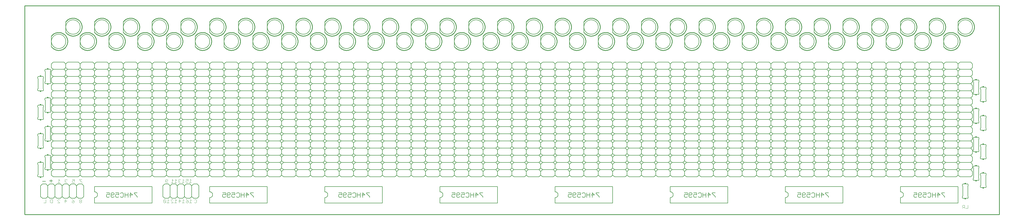
<source format=gbo>
G75*
%MOIN*%
%OFA0B0*%
%FSLAX24Y24*%
%IPPOS*%
%LPD*%
%AMOC8*
5,1,8,0,0,1.08239X$1,22.5*
%
%ADD10C,0.0100*%
%ADD11C,0.0040*%
%ADD12C,0.0060*%
%ADD13C,0.0080*%
%ADD14R,0.0200X0.0150*%
D10*
X012283Y006011D02*
X147716Y006011D01*
X147716Y035145D01*
X012283Y035145D01*
X012283Y006011D01*
X015992Y029405D02*
X016035Y029351D01*
X016081Y029299D01*
X016130Y029250D01*
X016182Y029203D01*
X016236Y029160D01*
X016292Y029119D01*
X016351Y029082D01*
X016411Y029048D01*
X016474Y029018D01*
X016537Y028991D01*
X016603Y028967D01*
X016669Y028947D01*
X016737Y028931D01*
X016805Y028919D01*
X016874Y028911D01*
X016943Y028906D01*
X017013Y028905D01*
X017082Y028908D01*
X017151Y028915D01*
X017219Y028926D01*
X017287Y028940D01*
X017354Y028959D01*
X017420Y028981D01*
X017485Y029006D01*
X017548Y029035D01*
X017609Y029068D01*
X017668Y029104D01*
X017725Y029143D01*
X017781Y029185D01*
X017833Y029230D01*
X017883Y029278D01*
X017930Y029329D01*
X017975Y029383D01*
X018016Y029438D01*
X018054Y029496D01*
X018089Y029556D01*
X018121Y029618D01*
X018149Y029681D01*
X018173Y029746D01*
X018194Y029812D01*
X018211Y029880D01*
X018225Y029948D01*
X018234Y030017D01*
X018240Y030086D01*
X018242Y030155D01*
X018240Y030224D01*
X018234Y030293D01*
X018225Y030362D01*
X018211Y030430D01*
X018194Y030498D01*
X018173Y030564D01*
X018149Y030629D01*
X018121Y030692D01*
X018089Y030754D01*
X018054Y030814D01*
X018016Y030872D01*
X017975Y030927D01*
X017930Y030981D01*
X017883Y031032D01*
X017833Y031080D01*
X017781Y031125D01*
X017725Y031167D01*
X017668Y031206D01*
X017609Y031242D01*
X017548Y031275D01*
X017485Y031304D01*
X017420Y031329D01*
X017354Y031351D01*
X017287Y031370D01*
X017219Y031384D01*
X017151Y031395D01*
X017082Y031402D01*
X017013Y031405D01*
X016943Y031404D01*
X016874Y031399D01*
X016805Y031391D01*
X016737Y031379D01*
X016669Y031363D01*
X016603Y031343D01*
X016537Y031319D01*
X016474Y031292D01*
X016411Y031262D01*
X016351Y031228D01*
X016292Y031191D01*
X016236Y031150D01*
X016182Y031107D01*
X016130Y031060D01*
X016081Y031011D01*
X016035Y030959D01*
X015992Y030905D01*
X017992Y031405D02*
X018035Y031351D01*
X018081Y031299D01*
X018130Y031250D01*
X018182Y031203D01*
X018236Y031160D01*
X018292Y031119D01*
X018351Y031082D01*
X018411Y031048D01*
X018474Y031018D01*
X018537Y030991D01*
X018603Y030967D01*
X018669Y030947D01*
X018737Y030931D01*
X018805Y030919D01*
X018874Y030911D01*
X018943Y030906D01*
X019013Y030905D01*
X019082Y030908D01*
X019151Y030915D01*
X019219Y030926D01*
X019287Y030940D01*
X019354Y030959D01*
X019420Y030981D01*
X019485Y031006D01*
X019548Y031035D01*
X019609Y031068D01*
X019668Y031104D01*
X019725Y031143D01*
X019781Y031185D01*
X019833Y031230D01*
X019883Y031278D01*
X019930Y031329D01*
X019975Y031383D01*
X020016Y031438D01*
X020054Y031496D01*
X020089Y031556D01*
X020121Y031618D01*
X020149Y031681D01*
X020173Y031746D01*
X020194Y031812D01*
X020211Y031880D01*
X020225Y031948D01*
X020234Y032017D01*
X020240Y032086D01*
X020242Y032155D01*
X020240Y032224D01*
X020234Y032293D01*
X020225Y032362D01*
X020211Y032430D01*
X020194Y032498D01*
X020173Y032564D01*
X020149Y032629D01*
X020121Y032692D01*
X020089Y032754D01*
X020054Y032814D01*
X020016Y032872D01*
X019975Y032927D01*
X019930Y032981D01*
X019883Y033032D01*
X019833Y033080D01*
X019781Y033125D01*
X019725Y033167D01*
X019668Y033206D01*
X019609Y033242D01*
X019548Y033275D01*
X019485Y033304D01*
X019420Y033329D01*
X019354Y033351D01*
X019287Y033370D01*
X019219Y033384D01*
X019151Y033395D01*
X019082Y033402D01*
X019013Y033405D01*
X018943Y033404D01*
X018874Y033399D01*
X018805Y033391D01*
X018737Y033379D01*
X018669Y033363D01*
X018603Y033343D01*
X018537Y033319D01*
X018474Y033292D01*
X018411Y033262D01*
X018351Y033228D01*
X018292Y033191D01*
X018236Y033150D01*
X018182Y033107D01*
X018130Y033060D01*
X018081Y033011D01*
X018035Y032959D01*
X017992Y032905D01*
X021992Y032905D02*
X022035Y032959D01*
X022081Y033011D01*
X022130Y033060D01*
X022182Y033107D01*
X022236Y033150D01*
X022292Y033191D01*
X022351Y033228D01*
X022411Y033262D01*
X022474Y033292D01*
X022537Y033319D01*
X022603Y033343D01*
X022669Y033363D01*
X022737Y033379D01*
X022805Y033391D01*
X022874Y033399D01*
X022943Y033404D01*
X023013Y033405D01*
X023082Y033402D01*
X023151Y033395D01*
X023219Y033384D01*
X023287Y033370D01*
X023354Y033351D01*
X023420Y033329D01*
X023485Y033304D01*
X023548Y033275D01*
X023609Y033242D01*
X023668Y033206D01*
X023725Y033167D01*
X023781Y033125D01*
X023833Y033080D01*
X023883Y033032D01*
X023930Y032981D01*
X023975Y032927D01*
X024016Y032872D01*
X024054Y032814D01*
X024089Y032754D01*
X024121Y032692D01*
X024149Y032629D01*
X024173Y032564D01*
X024194Y032498D01*
X024211Y032430D01*
X024225Y032362D01*
X024234Y032293D01*
X024240Y032224D01*
X024242Y032155D01*
X024240Y032086D01*
X024234Y032017D01*
X024225Y031948D01*
X024211Y031880D01*
X024194Y031812D01*
X024173Y031746D01*
X024149Y031681D01*
X024121Y031618D01*
X024089Y031556D01*
X024054Y031496D01*
X024016Y031438D01*
X023975Y031383D01*
X023930Y031329D01*
X023883Y031278D01*
X023833Y031230D01*
X023781Y031185D01*
X023725Y031143D01*
X023668Y031104D01*
X023609Y031068D01*
X023548Y031035D01*
X023485Y031006D01*
X023420Y030981D01*
X023354Y030959D01*
X023287Y030940D01*
X023219Y030926D01*
X023151Y030915D01*
X023082Y030908D01*
X023013Y030905D01*
X022943Y030906D01*
X022874Y030911D01*
X022805Y030919D01*
X022737Y030931D01*
X022669Y030947D01*
X022603Y030967D01*
X022537Y030991D01*
X022474Y031018D01*
X022411Y031048D01*
X022351Y031082D01*
X022292Y031119D01*
X022236Y031160D01*
X022182Y031203D01*
X022130Y031250D01*
X022081Y031299D01*
X022035Y031351D01*
X021992Y031405D01*
X019992Y030905D02*
X020035Y030959D01*
X020081Y031011D01*
X020130Y031060D01*
X020182Y031107D01*
X020236Y031150D01*
X020292Y031191D01*
X020351Y031228D01*
X020411Y031262D01*
X020474Y031292D01*
X020537Y031319D01*
X020603Y031343D01*
X020669Y031363D01*
X020737Y031379D01*
X020805Y031391D01*
X020874Y031399D01*
X020943Y031404D01*
X021013Y031405D01*
X021082Y031402D01*
X021151Y031395D01*
X021219Y031384D01*
X021287Y031370D01*
X021354Y031351D01*
X021420Y031329D01*
X021485Y031304D01*
X021548Y031275D01*
X021609Y031242D01*
X021668Y031206D01*
X021725Y031167D01*
X021781Y031125D01*
X021833Y031080D01*
X021883Y031032D01*
X021930Y030981D01*
X021975Y030927D01*
X022016Y030872D01*
X022054Y030814D01*
X022089Y030754D01*
X022121Y030692D01*
X022149Y030629D01*
X022173Y030564D01*
X022194Y030498D01*
X022211Y030430D01*
X022225Y030362D01*
X022234Y030293D01*
X022240Y030224D01*
X022242Y030155D01*
X022240Y030086D01*
X022234Y030017D01*
X022225Y029948D01*
X022211Y029880D01*
X022194Y029812D01*
X022173Y029746D01*
X022149Y029681D01*
X022121Y029618D01*
X022089Y029556D01*
X022054Y029496D01*
X022016Y029438D01*
X021975Y029383D01*
X021930Y029329D01*
X021883Y029278D01*
X021833Y029230D01*
X021781Y029185D01*
X021725Y029143D01*
X021668Y029104D01*
X021609Y029068D01*
X021548Y029035D01*
X021485Y029006D01*
X021420Y028981D01*
X021354Y028959D01*
X021287Y028940D01*
X021219Y028926D01*
X021151Y028915D01*
X021082Y028908D01*
X021013Y028905D01*
X020943Y028906D01*
X020874Y028911D01*
X020805Y028919D01*
X020737Y028931D01*
X020669Y028947D01*
X020603Y028967D01*
X020537Y028991D01*
X020474Y029018D01*
X020411Y029048D01*
X020351Y029082D01*
X020292Y029119D01*
X020236Y029160D01*
X020182Y029203D01*
X020130Y029250D01*
X020081Y029299D01*
X020035Y029351D01*
X019992Y029405D01*
X023992Y029405D02*
X024035Y029351D01*
X024081Y029299D01*
X024130Y029250D01*
X024182Y029203D01*
X024236Y029160D01*
X024292Y029119D01*
X024351Y029082D01*
X024411Y029048D01*
X024474Y029018D01*
X024537Y028991D01*
X024603Y028967D01*
X024669Y028947D01*
X024737Y028931D01*
X024805Y028919D01*
X024874Y028911D01*
X024943Y028906D01*
X025013Y028905D01*
X025082Y028908D01*
X025151Y028915D01*
X025219Y028926D01*
X025287Y028940D01*
X025354Y028959D01*
X025420Y028981D01*
X025485Y029006D01*
X025548Y029035D01*
X025609Y029068D01*
X025668Y029104D01*
X025725Y029143D01*
X025781Y029185D01*
X025833Y029230D01*
X025883Y029278D01*
X025930Y029329D01*
X025975Y029383D01*
X026016Y029438D01*
X026054Y029496D01*
X026089Y029556D01*
X026121Y029618D01*
X026149Y029681D01*
X026173Y029746D01*
X026194Y029812D01*
X026211Y029880D01*
X026225Y029948D01*
X026234Y030017D01*
X026240Y030086D01*
X026242Y030155D01*
X026240Y030224D01*
X026234Y030293D01*
X026225Y030362D01*
X026211Y030430D01*
X026194Y030498D01*
X026173Y030564D01*
X026149Y030629D01*
X026121Y030692D01*
X026089Y030754D01*
X026054Y030814D01*
X026016Y030872D01*
X025975Y030927D01*
X025930Y030981D01*
X025883Y031032D01*
X025833Y031080D01*
X025781Y031125D01*
X025725Y031167D01*
X025668Y031206D01*
X025609Y031242D01*
X025548Y031275D01*
X025485Y031304D01*
X025420Y031329D01*
X025354Y031351D01*
X025287Y031370D01*
X025219Y031384D01*
X025151Y031395D01*
X025082Y031402D01*
X025013Y031405D01*
X024943Y031404D01*
X024874Y031399D01*
X024805Y031391D01*
X024737Y031379D01*
X024669Y031363D01*
X024603Y031343D01*
X024537Y031319D01*
X024474Y031292D01*
X024411Y031262D01*
X024351Y031228D01*
X024292Y031191D01*
X024236Y031150D01*
X024182Y031107D01*
X024130Y031060D01*
X024081Y031011D01*
X024035Y030959D01*
X023992Y030905D01*
X027992Y030905D02*
X028035Y030959D01*
X028081Y031011D01*
X028130Y031060D01*
X028182Y031107D01*
X028236Y031150D01*
X028292Y031191D01*
X028351Y031228D01*
X028411Y031262D01*
X028474Y031292D01*
X028537Y031319D01*
X028603Y031343D01*
X028669Y031363D01*
X028737Y031379D01*
X028805Y031391D01*
X028874Y031399D01*
X028943Y031404D01*
X029013Y031405D01*
X029082Y031402D01*
X029151Y031395D01*
X029219Y031384D01*
X029287Y031370D01*
X029354Y031351D01*
X029420Y031329D01*
X029485Y031304D01*
X029548Y031275D01*
X029609Y031242D01*
X029668Y031206D01*
X029725Y031167D01*
X029781Y031125D01*
X029833Y031080D01*
X029883Y031032D01*
X029930Y030981D01*
X029975Y030927D01*
X030016Y030872D01*
X030054Y030814D01*
X030089Y030754D01*
X030121Y030692D01*
X030149Y030629D01*
X030173Y030564D01*
X030194Y030498D01*
X030211Y030430D01*
X030225Y030362D01*
X030234Y030293D01*
X030240Y030224D01*
X030242Y030155D01*
X030240Y030086D01*
X030234Y030017D01*
X030225Y029948D01*
X030211Y029880D01*
X030194Y029812D01*
X030173Y029746D01*
X030149Y029681D01*
X030121Y029618D01*
X030089Y029556D01*
X030054Y029496D01*
X030016Y029438D01*
X029975Y029383D01*
X029930Y029329D01*
X029883Y029278D01*
X029833Y029230D01*
X029781Y029185D01*
X029725Y029143D01*
X029668Y029104D01*
X029609Y029068D01*
X029548Y029035D01*
X029485Y029006D01*
X029420Y028981D01*
X029354Y028959D01*
X029287Y028940D01*
X029219Y028926D01*
X029151Y028915D01*
X029082Y028908D01*
X029013Y028905D01*
X028943Y028906D01*
X028874Y028911D01*
X028805Y028919D01*
X028737Y028931D01*
X028669Y028947D01*
X028603Y028967D01*
X028537Y028991D01*
X028474Y029018D01*
X028411Y029048D01*
X028351Y029082D01*
X028292Y029119D01*
X028236Y029160D01*
X028182Y029203D01*
X028130Y029250D01*
X028081Y029299D01*
X028035Y029351D01*
X027992Y029405D01*
X031992Y029405D02*
X032035Y029351D01*
X032081Y029299D01*
X032130Y029250D01*
X032182Y029203D01*
X032236Y029160D01*
X032292Y029119D01*
X032351Y029082D01*
X032411Y029048D01*
X032474Y029018D01*
X032537Y028991D01*
X032603Y028967D01*
X032669Y028947D01*
X032737Y028931D01*
X032805Y028919D01*
X032874Y028911D01*
X032943Y028906D01*
X033013Y028905D01*
X033082Y028908D01*
X033151Y028915D01*
X033219Y028926D01*
X033287Y028940D01*
X033354Y028959D01*
X033420Y028981D01*
X033485Y029006D01*
X033548Y029035D01*
X033609Y029068D01*
X033668Y029104D01*
X033725Y029143D01*
X033781Y029185D01*
X033833Y029230D01*
X033883Y029278D01*
X033930Y029329D01*
X033975Y029383D01*
X034016Y029438D01*
X034054Y029496D01*
X034089Y029556D01*
X034121Y029618D01*
X034149Y029681D01*
X034173Y029746D01*
X034194Y029812D01*
X034211Y029880D01*
X034225Y029948D01*
X034234Y030017D01*
X034240Y030086D01*
X034242Y030155D01*
X034240Y030224D01*
X034234Y030293D01*
X034225Y030362D01*
X034211Y030430D01*
X034194Y030498D01*
X034173Y030564D01*
X034149Y030629D01*
X034121Y030692D01*
X034089Y030754D01*
X034054Y030814D01*
X034016Y030872D01*
X033975Y030927D01*
X033930Y030981D01*
X033883Y031032D01*
X033833Y031080D01*
X033781Y031125D01*
X033725Y031167D01*
X033668Y031206D01*
X033609Y031242D01*
X033548Y031275D01*
X033485Y031304D01*
X033420Y031329D01*
X033354Y031351D01*
X033287Y031370D01*
X033219Y031384D01*
X033151Y031395D01*
X033082Y031402D01*
X033013Y031405D01*
X032943Y031404D01*
X032874Y031399D01*
X032805Y031391D01*
X032737Y031379D01*
X032669Y031363D01*
X032603Y031343D01*
X032537Y031319D01*
X032474Y031292D01*
X032411Y031262D01*
X032351Y031228D01*
X032292Y031191D01*
X032236Y031150D01*
X032182Y031107D01*
X032130Y031060D01*
X032081Y031011D01*
X032035Y030959D01*
X031992Y030905D01*
X035992Y030905D02*
X036035Y030959D01*
X036081Y031011D01*
X036130Y031060D01*
X036182Y031107D01*
X036236Y031150D01*
X036292Y031191D01*
X036351Y031228D01*
X036411Y031262D01*
X036474Y031292D01*
X036537Y031319D01*
X036603Y031343D01*
X036669Y031363D01*
X036737Y031379D01*
X036805Y031391D01*
X036874Y031399D01*
X036943Y031404D01*
X037013Y031405D01*
X037082Y031402D01*
X037151Y031395D01*
X037219Y031384D01*
X037287Y031370D01*
X037354Y031351D01*
X037420Y031329D01*
X037485Y031304D01*
X037548Y031275D01*
X037609Y031242D01*
X037668Y031206D01*
X037725Y031167D01*
X037781Y031125D01*
X037833Y031080D01*
X037883Y031032D01*
X037930Y030981D01*
X037975Y030927D01*
X038016Y030872D01*
X038054Y030814D01*
X038089Y030754D01*
X038121Y030692D01*
X038149Y030629D01*
X038173Y030564D01*
X038194Y030498D01*
X038211Y030430D01*
X038225Y030362D01*
X038234Y030293D01*
X038240Y030224D01*
X038242Y030155D01*
X038240Y030086D01*
X038234Y030017D01*
X038225Y029948D01*
X038211Y029880D01*
X038194Y029812D01*
X038173Y029746D01*
X038149Y029681D01*
X038121Y029618D01*
X038089Y029556D01*
X038054Y029496D01*
X038016Y029438D01*
X037975Y029383D01*
X037930Y029329D01*
X037883Y029278D01*
X037833Y029230D01*
X037781Y029185D01*
X037725Y029143D01*
X037668Y029104D01*
X037609Y029068D01*
X037548Y029035D01*
X037485Y029006D01*
X037420Y028981D01*
X037354Y028959D01*
X037287Y028940D01*
X037219Y028926D01*
X037151Y028915D01*
X037082Y028908D01*
X037013Y028905D01*
X036943Y028906D01*
X036874Y028911D01*
X036805Y028919D01*
X036737Y028931D01*
X036669Y028947D01*
X036603Y028967D01*
X036537Y028991D01*
X036474Y029018D01*
X036411Y029048D01*
X036351Y029082D01*
X036292Y029119D01*
X036236Y029160D01*
X036182Y029203D01*
X036130Y029250D01*
X036081Y029299D01*
X036035Y029351D01*
X035992Y029405D01*
X039992Y029405D02*
X040035Y029351D01*
X040081Y029299D01*
X040130Y029250D01*
X040182Y029203D01*
X040236Y029160D01*
X040292Y029119D01*
X040351Y029082D01*
X040411Y029048D01*
X040474Y029018D01*
X040537Y028991D01*
X040603Y028967D01*
X040669Y028947D01*
X040737Y028931D01*
X040805Y028919D01*
X040874Y028911D01*
X040943Y028906D01*
X041013Y028905D01*
X041082Y028908D01*
X041151Y028915D01*
X041219Y028926D01*
X041287Y028940D01*
X041354Y028959D01*
X041420Y028981D01*
X041485Y029006D01*
X041548Y029035D01*
X041609Y029068D01*
X041668Y029104D01*
X041725Y029143D01*
X041781Y029185D01*
X041833Y029230D01*
X041883Y029278D01*
X041930Y029329D01*
X041975Y029383D01*
X042016Y029438D01*
X042054Y029496D01*
X042089Y029556D01*
X042121Y029618D01*
X042149Y029681D01*
X042173Y029746D01*
X042194Y029812D01*
X042211Y029880D01*
X042225Y029948D01*
X042234Y030017D01*
X042240Y030086D01*
X042242Y030155D01*
X042240Y030224D01*
X042234Y030293D01*
X042225Y030362D01*
X042211Y030430D01*
X042194Y030498D01*
X042173Y030564D01*
X042149Y030629D01*
X042121Y030692D01*
X042089Y030754D01*
X042054Y030814D01*
X042016Y030872D01*
X041975Y030927D01*
X041930Y030981D01*
X041883Y031032D01*
X041833Y031080D01*
X041781Y031125D01*
X041725Y031167D01*
X041668Y031206D01*
X041609Y031242D01*
X041548Y031275D01*
X041485Y031304D01*
X041420Y031329D01*
X041354Y031351D01*
X041287Y031370D01*
X041219Y031384D01*
X041151Y031395D01*
X041082Y031402D01*
X041013Y031405D01*
X040943Y031404D01*
X040874Y031399D01*
X040805Y031391D01*
X040737Y031379D01*
X040669Y031363D01*
X040603Y031343D01*
X040537Y031319D01*
X040474Y031292D01*
X040411Y031262D01*
X040351Y031228D01*
X040292Y031191D01*
X040236Y031150D01*
X040182Y031107D01*
X040130Y031060D01*
X040081Y031011D01*
X040035Y030959D01*
X039992Y030905D01*
X037992Y031405D02*
X038035Y031351D01*
X038081Y031299D01*
X038130Y031250D01*
X038182Y031203D01*
X038236Y031160D01*
X038292Y031119D01*
X038351Y031082D01*
X038411Y031048D01*
X038474Y031018D01*
X038537Y030991D01*
X038603Y030967D01*
X038669Y030947D01*
X038737Y030931D01*
X038805Y030919D01*
X038874Y030911D01*
X038943Y030906D01*
X039013Y030905D01*
X039082Y030908D01*
X039151Y030915D01*
X039219Y030926D01*
X039287Y030940D01*
X039354Y030959D01*
X039420Y030981D01*
X039485Y031006D01*
X039548Y031035D01*
X039609Y031068D01*
X039668Y031104D01*
X039725Y031143D01*
X039781Y031185D01*
X039833Y031230D01*
X039883Y031278D01*
X039930Y031329D01*
X039975Y031383D01*
X040016Y031438D01*
X040054Y031496D01*
X040089Y031556D01*
X040121Y031618D01*
X040149Y031681D01*
X040173Y031746D01*
X040194Y031812D01*
X040211Y031880D01*
X040225Y031948D01*
X040234Y032017D01*
X040240Y032086D01*
X040242Y032155D01*
X040240Y032224D01*
X040234Y032293D01*
X040225Y032362D01*
X040211Y032430D01*
X040194Y032498D01*
X040173Y032564D01*
X040149Y032629D01*
X040121Y032692D01*
X040089Y032754D01*
X040054Y032814D01*
X040016Y032872D01*
X039975Y032927D01*
X039930Y032981D01*
X039883Y033032D01*
X039833Y033080D01*
X039781Y033125D01*
X039725Y033167D01*
X039668Y033206D01*
X039609Y033242D01*
X039548Y033275D01*
X039485Y033304D01*
X039420Y033329D01*
X039354Y033351D01*
X039287Y033370D01*
X039219Y033384D01*
X039151Y033395D01*
X039082Y033402D01*
X039013Y033405D01*
X038943Y033404D01*
X038874Y033399D01*
X038805Y033391D01*
X038737Y033379D01*
X038669Y033363D01*
X038603Y033343D01*
X038537Y033319D01*
X038474Y033292D01*
X038411Y033262D01*
X038351Y033228D01*
X038292Y033191D01*
X038236Y033150D01*
X038182Y033107D01*
X038130Y033060D01*
X038081Y033011D01*
X038035Y032959D01*
X037992Y032905D01*
X033992Y032905D02*
X034035Y032959D01*
X034081Y033011D01*
X034130Y033060D01*
X034182Y033107D01*
X034236Y033150D01*
X034292Y033191D01*
X034351Y033228D01*
X034411Y033262D01*
X034474Y033292D01*
X034537Y033319D01*
X034603Y033343D01*
X034669Y033363D01*
X034737Y033379D01*
X034805Y033391D01*
X034874Y033399D01*
X034943Y033404D01*
X035013Y033405D01*
X035082Y033402D01*
X035151Y033395D01*
X035219Y033384D01*
X035287Y033370D01*
X035354Y033351D01*
X035420Y033329D01*
X035485Y033304D01*
X035548Y033275D01*
X035609Y033242D01*
X035668Y033206D01*
X035725Y033167D01*
X035781Y033125D01*
X035833Y033080D01*
X035883Y033032D01*
X035930Y032981D01*
X035975Y032927D01*
X036016Y032872D01*
X036054Y032814D01*
X036089Y032754D01*
X036121Y032692D01*
X036149Y032629D01*
X036173Y032564D01*
X036194Y032498D01*
X036211Y032430D01*
X036225Y032362D01*
X036234Y032293D01*
X036240Y032224D01*
X036242Y032155D01*
X036240Y032086D01*
X036234Y032017D01*
X036225Y031948D01*
X036211Y031880D01*
X036194Y031812D01*
X036173Y031746D01*
X036149Y031681D01*
X036121Y031618D01*
X036089Y031556D01*
X036054Y031496D01*
X036016Y031438D01*
X035975Y031383D01*
X035930Y031329D01*
X035883Y031278D01*
X035833Y031230D01*
X035781Y031185D01*
X035725Y031143D01*
X035668Y031104D01*
X035609Y031068D01*
X035548Y031035D01*
X035485Y031006D01*
X035420Y030981D01*
X035354Y030959D01*
X035287Y030940D01*
X035219Y030926D01*
X035151Y030915D01*
X035082Y030908D01*
X035013Y030905D01*
X034943Y030906D01*
X034874Y030911D01*
X034805Y030919D01*
X034737Y030931D01*
X034669Y030947D01*
X034603Y030967D01*
X034537Y030991D01*
X034474Y031018D01*
X034411Y031048D01*
X034351Y031082D01*
X034292Y031119D01*
X034236Y031160D01*
X034182Y031203D01*
X034130Y031250D01*
X034081Y031299D01*
X034035Y031351D01*
X033992Y031405D01*
X029992Y031405D02*
X030035Y031351D01*
X030081Y031299D01*
X030130Y031250D01*
X030182Y031203D01*
X030236Y031160D01*
X030292Y031119D01*
X030351Y031082D01*
X030411Y031048D01*
X030474Y031018D01*
X030537Y030991D01*
X030603Y030967D01*
X030669Y030947D01*
X030737Y030931D01*
X030805Y030919D01*
X030874Y030911D01*
X030943Y030906D01*
X031013Y030905D01*
X031082Y030908D01*
X031151Y030915D01*
X031219Y030926D01*
X031287Y030940D01*
X031354Y030959D01*
X031420Y030981D01*
X031485Y031006D01*
X031548Y031035D01*
X031609Y031068D01*
X031668Y031104D01*
X031725Y031143D01*
X031781Y031185D01*
X031833Y031230D01*
X031883Y031278D01*
X031930Y031329D01*
X031975Y031383D01*
X032016Y031438D01*
X032054Y031496D01*
X032089Y031556D01*
X032121Y031618D01*
X032149Y031681D01*
X032173Y031746D01*
X032194Y031812D01*
X032211Y031880D01*
X032225Y031948D01*
X032234Y032017D01*
X032240Y032086D01*
X032242Y032155D01*
X032240Y032224D01*
X032234Y032293D01*
X032225Y032362D01*
X032211Y032430D01*
X032194Y032498D01*
X032173Y032564D01*
X032149Y032629D01*
X032121Y032692D01*
X032089Y032754D01*
X032054Y032814D01*
X032016Y032872D01*
X031975Y032927D01*
X031930Y032981D01*
X031883Y033032D01*
X031833Y033080D01*
X031781Y033125D01*
X031725Y033167D01*
X031668Y033206D01*
X031609Y033242D01*
X031548Y033275D01*
X031485Y033304D01*
X031420Y033329D01*
X031354Y033351D01*
X031287Y033370D01*
X031219Y033384D01*
X031151Y033395D01*
X031082Y033402D01*
X031013Y033405D01*
X030943Y033404D01*
X030874Y033399D01*
X030805Y033391D01*
X030737Y033379D01*
X030669Y033363D01*
X030603Y033343D01*
X030537Y033319D01*
X030474Y033292D01*
X030411Y033262D01*
X030351Y033228D01*
X030292Y033191D01*
X030236Y033150D01*
X030182Y033107D01*
X030130Y033060D01*
X030081Y033011D01*
X030035Y032959D01*
X029992Y032905D01*
X025992Y032905D02*
X026035Y032959D01*
X026081Y033011D01*
X026130Y033060D01*
X026182Y033107D01*
X026236Y033150D01*
X026292Y033191D01*
X026351Y033228D01*
X026411Y033262D01*
X026474Y033292D01*
X026537Y033319D01*
X026603Y033343D01*
X026669Y033363D01*
X026737Y033379D01*
X026805Y033391D01*
X026874Y033399D01*
X026943Y033404D01*
X027013Y033405D01*
X027082Y033402D01*
X027151Y033395D01*
X027219Y033384D01*
X027287Y033370D01*
X027354Y033351D01*
X027420Y033329D01*
X027485Y033304D01*
X027548Y033275D01*
X027609Y033242D01*
X027668Y033206D01*
X027725Y033167D01*
X027781Y033125D01*
X027833Y033080D01*
X027883Y033032D01*
X027930Y032981D01*
X027975Y032927D01*
X028016Y032872D01*
X028054Y032814D01*
X028089Y032754D01*
X028121Y032692D01*
X028149Y032629D01*
X028173Y032564D01*
X028194Y032498D01*
X028211Y032430D01*
X028225Y032362D01*
X028234Y032293D01*
X028240Y032224D01*
X028242Y032155D01*
X028240Y032086D01*
X028234Y032017D01*
X028225Y031948D01*
X028211Y031880D01*
X028194Y031812D01*
X028173Y031746D01*
X028149Y031681D01*
X028121Y031618D01*
X028089Y031556D01*
X028054Y031496D01*
X028016Y031438D01*
X027975Y031383D01*
X027930Y031329D01*
X027883Y031278D01*
X027833Y031230D01*
X027781Y031185D01*
X027725Y031143D01*
X027668Y031104D01*
X027609Y031068D01*
X027548Y031035D01*
X027485Y031006D01*
X027420Y030981D01*
X027354Y030959D01*
X027287Y030940D01*
X027219Y030926D01*
X027151Y030915D01*
X027082Y030908D01*
X027013Y030905D01*
X026943Y030906D01*
X026874Y030911D01*
X026805Y030919D01*
X026737Y030931D01*
X026669Y030947D01*
X026603Y030967D01*
X026537Y030991D01*
X026474Y031018D01*
X026411Y031048D01*
X026351Y031082D01*
X026292Y031119D01*
X026236Y031160D01*
X026182Y031203D01*
X026130Y031250D01*
X026081Y031299D01*
X026035Y031351D01*
X025992Y031405D01*
X041992Y031405D02*
X042035Y031351D01*
X042081Y031299D01*
X042130Y031250D01*
X042182Y031203D01*
X042236Y031160D01*
X042292Y031119D01*
X042351Y031082D01*
X042411Y031048D01*
X042474Y031018D01*
X042537Y030991D01*
X042603Y030967D01*
X042669Y030947D01*
X042737Y030931D01*
X042805Y030919D01*
X042874Y030911D01*
X042943Y030906D01*
X043013Y030905D01*
X043082Y030908D01*
X043151Y030915D01*
X043219Y030926D01*
X043287Y030940D01*
X043354Y030959D01*
X043420Y030981D01*
X043485Y031006D01*
X043548Y031035D01*
X043609Y031068D01*
X043668Y031104D01*
X043725Y031143D01*
X043781Y031185D01*
X043833Y031230D01*
X043883Y031278D01*
X043930Y031329D01*
X043975Y031383D01*
X044016Y031438D01*
X044054Y031496D01*
X044089Y031556D01*
X044121Y031618D01*
X044149Y031681D01*
X044173Y031746D01*
X044194Y031812D01*
X044211Y031880D01*
X044225Y031948D01*
X044234Y032017D01*
X044240Y032086D01*
X044242Y032155D01*
X044240Y032224D01*
X044234Y032293D01*
X044225Y032362D01*
X044211Y032430D01*
X044194Y032498D01*
X044173Y032564D01*
X044149Y032629D01*
X044121Y032692D01*
X044089Y032754D01*
X044054Y032814D01*
X044016Y032872D01*
X043975Y032927D01*
X043930Y032981D01*
X043883Y033032D01*
X043833Y033080D01*
X043781Y033125D01*
X043725Y033167D01*
X043668Y033206D01*
X043609Y033242D01*
X043548Y033275D01*
X043485Y033304D01*
X043420Y033329D01*
X043354Y033351D01*
X043287Y033370D01*
X043219Y033384D01*
X043151Y033395D01*
X043082Y033402D01*
X043013Y033405D01*
X042943Y033404D01*
X042874Y033399D01*
X042805Y033391D01*
X042737Y033379D01*
X042669Y033363D01*
X042603Y033343D01*
X042537Y033319D01*
X042474Y033292D01*
X042411Y033262D01*
X042351Y033228D01*
X042292Y033191D01*
X042236Y033150D01*
X042182Y033107D01*
X042130Y033060D01*
X042081Y033011D01*
X042035Y032959D01*
X041992Y032905D01*
X045992Y032905D02*
X046035Y032959D01*
X046081Y033011D01*
X046130Y033060D01*
X046182Y033107D01*
X046236Y033150D01*
X046292Y033191D01*
X046351Y033228D01*
X046411Y033262D01*
X046474Y033292D01*
X046537Y033319D01*
X046603Y033343D01*
X046669Y033363D01*
X046737Y033379D01*
X046805Y033391D01*
X046874Y033399D01*
X046943Y033404D01*
X047013Y033405D01*
X047082Y033402D01*
X047151Y033395D01*
X047219Y033384D01*
X047287Y033370D01*
X047354Y033351D01*
X047420Y033329D01*
X047485Y033304D01*
X047548Y033275D01*
X047609Y033242D01*
X047668Y033206D01*
X047725Y033167D01*
X047781Y033125D01*
X047833Y033080D01*
X047883Y033032D01*
X047930Y032981D01*
X047975Y032927D01*
X048016Y032872D01*
X048054Y032814D01*
X048089Y032754D01*
X048121Y032692D01*
X048149Y032629D01*
X048173Y032564D01*
X048194Y032498D01*
X048211Y032430D01*
X048225Y032362D01*
X048234Y032293D01*
X048240Y032224D01*
X048242Y032155D01*
X048240Y032086D01*
X048234Y032017D01*
X048225Y031948D01*
X048211Y031880D01*
X048194Y031812D01*
X048173Y031746D01*
X048149Y031681D01*
X048121Y031618D01*
X048089Y031556D01*
X048054Y031496D01*
X048016Y031438D01*
X047975Y031383D01*
X047930Y031329D01*
X047883Y031278D01*
X047833Y031230D01*
X047781Y031185D01*
X047725Y031143D01*
X047668Y031104D01*
X047609Y031068D01*
X047548Y031035D01*
X047485Y031006D01*
X047420Y030981D01*
X047354Y030959D01*
X047287Y030940D01*
X047219Y030926D01*
X047151Y030915D01*
X047082Y030908D01*
X047013Y030905D01*
X046943Y030906D01*
X046874Y030911D01*
X046805Y030919D01*
X046737Y030931D01*
X046669Y030947D01*
X046603Y030967D01*
X046537Y030991D01*
X046474Y031018D01*
X046411Y031048D01*
X046351Y031082D01*
X046292Y031119D01*
X046236Y031160D01*
X046182Y031203D01*
X046130Y031250D01*
X046081Y031299D01*
X046035Y031351D01*
X045992Y031405D01*
X043992Y030905D02*
X044035Y030959D01*
X044081Y031011D01*
X044130Y031060D01*
X044182Y031107D01*
X044236Y031150D01*
X044292Y031191D01*
X044351Y031228D01*
X044411Y031262D01*
X044474Y031292D01*
X044537Y031319D01*
X044603Y031343D01*
X044669Y031363D01*
X044737Y031379D01*
X044805Y031391D01*
X044874Y031399D01*
X044943Y031404D01*
X045013Y031405D01*
X045082Y031402D01*
X045151Y031395D01*
X045219Y031384D01*
X045287Y031370D01*
X045354Y031351D01*
X045420Y031329D01*
X045485Y031304D01*
X045548Y031275D01*
X045609Y031242D01*
X045668Y031206D01*
X045725Y031167D01*
X045781Y031125D01*
X045833Y031080D01*
X045883Y031032D01*
X045930Y030981D01*
X045975Y030927D01*
X046016Y030872D01*
X046054Y030814D01*
X046089Y030754D01*
X046121Y030692D01*
X046149Y030629D01*
X046173Y030564D01*
X046194Y030498D01*
X046211Y030430D01*
X046225Y030362D01*
X046234Y030293D01*
X046240Y030224D01*
X046242Y030155D01*
X046240Y030086D01*
X046234Y030017D01*
X046225Y029948D01*
X046211Y029880D01*
X046194Y029812D01*
X046173Y029746D01*
X046149Y029681D01*
X046121Y029618D01*
X046089Y029556D01*
X046054Y029496D01*
X046016Y029438D01*
X045975Y029383D01*
X045930Y029329D01*
X045883Y029278D01*
X045833Y029230D01*
X045781Y029185D01*
X045725Y029143D01*
X045668Y029104D01*
X045609Y029068D01*
X045548Y029035D01*
X045485Y029006D01*
X045420Y028981D01*
X045354Y028959D01*
X045287Y028940D01*
X045219Y028926D01*
X045151Y028915D01*
X045082Y028908D01*
X045013Y028905D01*
X044943Y028906D01*
X044874Y028911D01*
X044805Y028919D01*
X044737Y028931D01*
X044669Y028947D01*
X044603Y028967D01*
X044537Y028991D01*
X044474Y029018D01*
X044411Y029048D01*
X044351Y029082D01*
X044292Y029119D01*
X044236Y029160D01*
X044182Y029203D01*
X044130Y029250D01*
X044081Y029299D01*
X044035Y029351D01*
X043992Y029405D01*
X047992Y029405D02*
X048035Y029351D01*
X048081Y029299D01*
X048130Y029250D01*
X048182Y029203D01*
X048236Y029160D01*
X048292Y029119D01*
X048351Y029082D01*
X048411Y029048D01*
X048474Y029018D01*
X048537Y028991D01*
X048603Y028967D01*
X048669Y028947D01*
X048737Y028931D01*
X048805Y028919D01*
X048874Y028911D01*
X048943Y028906D01*
X049013Y028905D01*
X049082Y028908D01*
X049151Y028915D01*
X049219Y028926D01*
X049287Y028940D01*
X049354Y028959D01*
X049420Y028981D01*
X049485Y029006D01*
X049548Y029035D01*
X049609Y029068D01*
X049668Y029104D01*
X049725Y029143D01*
X049781Y029185D01*
X049833Y029230D01*
X049883Y029278D01*
X049930Y029329D01*
X049975Y029383D01*
X050016Y029438D01*
X050054Y029496D01*
X050089Y029556D01*
X050121Y029618D01*
X050149Y029681D01*
X050173Y029746D01*
X050194Y029812D01*
X050211Y029880D01*
X050225Y029948D01*
X050234Y030017D01*
X050240Y030086D01*
X050242Y030155D01*
X050240Y030224D01*
X050234Y030293D01*
X050225Y030362D01*
X050211Y030430D01*
X050194Y030498D01*
X050173Y030564D01*
X050149Y030629D01*
X050121Y030692D01*
X050089Y030754D01*
X050054Y030814D01*
X050016Y030872D01*
X049975Y030927D01*
X049930Y030981D01*
X049883Y031032D01*
X049833Y031080D01*
X049781Y031125D01*
X049725Y031167D01*
X049668Y031206D01*
X049609Y031242D01*
X049548Y031275D01*
X049485Y031304D01*
X049420Y031329D01*
X049354Y031351D01*
X049287Y031370D01*
X049219Y031384D01*
X049151Y031395D01*
X049082Y031402D01*
X049013Y031405D01*
X048943Y031404D01*
X048874Y031399D01*
X048805Y031391D01*
X048737Y031379D01*
X048669Y031363D01*
X048603Y031343D01*
X048537Y031319D01*
X048474Y031292D01*
X048411Y031262D01*
X048351Y031228D01*
X048292Y031191D01*
X048236Y031150D01*
X048182Y031107D01*
X048130Y031060D01*
X048081Y031011D01*
X048035Y030959D01*
X047992Y030905D01*
X051992Y030905D02*
X052035Y030959D01*
X052081Y031011D01*
X052130Y031060D01*
X052182Y031107D01*
X052236Y031150D01*
X052292Y031191D01*
X052351Y031228D01*
X052411Y031262D01*
X052474Y031292D01*
X052537Y031319D01*
X052603Y031343D01*
X052669Y031363D01*
X052737Y031379D01*
X052805Y031391D01*
X052874Y031399D01*
X052943Y031404D01*
X053013Y031405D01*
X053082Y031402D01*
X053151Y031395D01*
X053219Y031384D01*
X053287Y031370D01*
X053354Y031351D01*
X053420Y031329D01*
X053485Y031304D01*
X053548Y031275D01*
X053609Y031242D01*
X053668Y031206D01*
X053725Y031167D01*
X053781Y031125D01*
X053833Y031080D01*
X053883Y031032D01*
X053930Y030981D01*
X053975Y030927D01*
X054016Y030872D01*
X054054Y030814D01*
X054089Y030754D01*
X054121Y030692D01*
X054149Y030629D01*
X054173Y030564D01*
X054194Y030498D01*
X054211Y030430D01*
X054225Y030362D01*
X054234Y030293D01*
X054240Y030224D01*
X054242Y030155D01*
X054240Y030086D01*
X054234Y030017D01*
X054225Y029948D01*
X054211Y029880D01*
X054194Y029812D01*
X054173Y029746D01*
X054149Y029681D01*
X054121Y029618D01*
X054089Y029556D01*
X054054Y029496D01*
X054016Y029438D01*
X053975Y029383D01*
X053930Y029329D01*
X053883Y029278D01*
X053833Y029230D01*
X053781Y029185D01*
X053725Y029143D01*
X053668Y029104D01*
X053609Y029068D01*
X053548Y029035D01*
X053485Y029006D01*
X053420Y028981D01*
X053354Y028959D01*
X053287Y028940D01*
X053219Y028926D01*
X053151Y028915D01*
X053082Y028908D01*
X053013Y028905D01*
X052943Y028906D01*
X052874Y028911D01*
X052805Y028919D01*
X052737Y028931D01*
X052669Y028947D01*
X052603Y028967D01*
X052537Y028991D01*
X052474Y029018D01*
X052411Y029048D01*
X052351Y029082D01*
X052292Y029119D01*
X052236Y029160D01*
X052182Y029203D01*
X052130Y029250D01*
X052081Y029299D01*
X052035Y029351D01*
X051992Y029405D01*
X055992Y029405D02*
X056035Y029351D01*
X056081Y029299D01*
X056130Y029250D01*
X056182Y029203D01*
X056236Y029160D01*
X056292Y029119D01*
X056351Y029082D01*
X056411Y029048D01*
X056474Y029018D01*
X056537Y028991D01*
X056603Y028967D01*
X056669Y028947D01*
X056737Y028931D01*
X056805Y028919D01*
X056874Y028911D01*
X056943Y028906D01*
X057013Y028905D01*
X057082Y028908D01*
X057151Y028915D01*
X057219Y028926D01*
X057287Y028940D01*
X057354Y028959D01*
X057420Y028981D01*
X057485Y029006D01*
X057548Y029035D01*
X057609Y029068D01*
X057668Y029104D01*
X057725Y029143D01*
X057781Y029185D01*
X057833Y029230D01*
X057883Y029278D01*
X057930Y029329D01*
X057975Y029383D01*
X058016Y029438D01*
X058054Y029496D01*
X058089Y029556D01*
X058121Y029618D01*
X058149Y029681D01*
X058173Y029746D01*
X058194Y029812D01*
X058211Y029880D01*
X058225Y029948D01*
X058234Y030017D01*
X058240Y030086D01*
X058242Y030155D01*
X058240Y030224D01*
X058234Y030293D01*
X058225Y030362D01*
X058211Y030430D01*
X058194Y030498D01*
X058173Y030564D01*
X058149Y030629D01*
X058121Y030692D01*
X058089Y030754D01*
X058054Y030814D01*
X058016Y030872D01*
X057975Y030927D01*
X057930Y030981D01*
X057883Y031032D01*
X057833Y031080D01*
X057781Y031125D01*
X057725Y031167D01*
X057668Y031206D01*
X057609Y031242D01*
X057548Y031275D01*
X057485Y031304D01*
X057420Y031329D01*
X057354Y031351D01*
X057287Y031370D01*
X057219Y031384D01*
X057151Y031395D01*
X057082Y031402D01*
X057013Y031405D01*
X056943Y031404D01*
X056874Y031399D01*
X056805Y031391D01*
X056737Y031379D01*
X056669Y031363D01*
X056603Y031343D01*
X056537Y031319D01*
X056474Y031292D01*
X056411Y031262D01*
X056351Y031228D01*
X056292Y031191D01*
X056236Y031150D01*
X056182Y031107D01*
X056130Y031060D01*
X056081Y031011D01*
X056035Y030959D01*
X055992Y030905D01*
X059992Y030905D02*
X060035Y030959D01*
X060081Y031011D01*
X060130Y031060D01*
X060182Y031107D01*
X060236Y031150D01*
X060292Y031191D01*
X060351Y031228D01*
X060411Y031262D01*
X060474Y031292D01*
X060537Y031319D01*
X060603Y031343D01*
X060669Y031363D01*
X060737Y031379D01*
X060805Y031391D01*
X060874Y031399D01*
X060943Y031404D01*
X061013Y031405D01*
X061082Y031402D01*
X061151Y031395D01*
X061219Y031384D01*
X061287Y031370D01*
X061354Y031351D01*
X061420Y031329D01*
X061485Y031304D01*
X061548Y031275D01*
X061609Y031242D01*
X061668Y031206D01*
X061725Y031167D01*
X061781Y031125D01*
X061833Y031080D01*
X061883Y031032D01*
X061930Y030981D01*
X061975Y030927D01*
X062016Y030872D01*
X062054Y030814D01*
X062089Y030754D01*
X062121Y030692D01*
X062149Y030629D01*
X062173Y030564D01*
X062194Y030498D01*
X062211Y030430D01*
X062225Y030362D01*
X062234Y030293D01*
X062240Y030224D01*
X062242Y030155D01*
X062240Y030086D01*
X062234Y030017D01*
X062225Y029948D01*
X062211Y029880D01*
X062194Y029812D01*
X062173Y029746D01*
X062149Y029681D01*
X062121Y029618D01*
X062089Y029556D01*
X062054Y029496D01*
X062016Y029438D01*
X061975Y029383D01*
X061930Y029329D01*
X061883Y029278D01*
X061833Y029230D01*
X061781Y029185D01*
X061725Y029143D01*
X061668Y029104D01*
X061609Y029068D01*
X061548Y029035D01*
X061485Y029006D01*
X061420Y028981D01*
X061354Y028959D01*
X061287Y028940D01*
X061219Y028926D01*
X061151Y028915D01*
X061082Y028908D01*
X061013Y028905D01*
X060943Y028906D01*
X060874Y028911D01*
X060805Y028919D01*
X060737Y028931D01*
X060669Y028947D01*
X060603Y028967D01*
X060537Y028991D01*
X060474Y029018D01*
X060411Y029048D01*
X060351Y029082D01*
X060292Y029119D01*
X060236Y029160D01*
X060182Y029203D01*
X060130Y029250D01*
X060081Y029299D01*
X060035Y029351D01*
X059992Y029405D01*
X063992Y029405D02*
X064035Y029351D01*
X064081Y029299D01*
X064130Y029250D01*
X064182Y029203D01*
X064236Y029160D01*
X064292Y029119D01*
X064351Y029082D01*
X064411Y029048D01*
X064474Y029018D01*
X064537Y028991D01*
X064603Y028967D01*
X064669Y028947D01*
X064737Y028931D01*
X064805Y028919D01*
X064874Y028911D01*
X064943Y028906D01*
X065013Y028905D01*
X065082Y028908D01*
X065151Y028915D01*
X065219Y028926D01*
X065287Y028940D01*
X065354Y028959D01*
X065420Y028981D01*
X065485Y029006D01*
X065548Y029035D01*
X065609Y029068D01*
X065668Y029104D01*
X065725Y029143D01*
X065781Y029185D01*
X065833Y029230D01*
X065883Y029278D01*
X065930Y029329D01*
X065975Y029383D01*
X066016Y029438D01*
X066054Y029496D01*
X066089Y029556D01*
X066121Y029618D01*
X066149Y029681D01*
X066173Y029746D01*
X066194Y029812D01*
X066211Y029880D01*
X066225Y029948D01*
X066234Y030017D01*
X066240Y030086D01*
X066242Y030155D01*
X066240Y030224D01*
X066234Y030293D01*
X066225Y030362D01*
X066211Y030430D01*
X066194Y030498D01*
X066173Y030564D01*
X066149Y030629D01*
X066121Y030692D01*
X066089Y030754D01*
X066054Y030814D01*
X066016Y030872D01*
X065975Y030927D01*
X065930Y030981D01*
X065883Y031032D01*
X065833Y031080D01*
X065781Y031125D01*
X065725Y031167D01*
X065668Y031206D01*
X065609Y031242D01*
X065548Y031275D01*
X065485Y031304D01*
X065420Y031329D01*
X065354Y031351D01*
X065287Y031370D01*
X065219Y031384D01*
X065151Y031395D01*
X065082Y031402D01*
X065013Y031405D01*
X064943Y031404D01*
X064874Y031399D01*
X064805Y031391D01*
X064737Y031379D01*
X064669Y031363D01*
X064603Y031343D01*
X064537Y031319D01*
X064474Y031292D01*
X064411Y031262D01*
X064351Y031228D01*
X064292Y031191D01*
X064236Y031150D01*
X064182Y031107D01*
X064130Y031060D01*
X064081Y031011D01*
X064035Y030959D01*
X063992Y030905D01*
X061992Y031405D02*
X062035Y031351D01*
X062081Y031299D01*
X062130Y031250D01*
X062182Y031203D01*
X062236Y031160D01*
X062292Y031119D01*
X062351Y031082D01*
X062411Y031048D01*
X062474Y031018D01*
X062537Y030991D01*
X062603Y030967D01*
X062669Y030947D01*
X062737Y030931D01*
X062805Y030919D01*
X062874Y030911D01*
X062943Y030906D01*
X063013Y030905D01*
X063082Y030908D01*
X063151Y030915D01*
X063219Y030926D01*
X063287Y030940D01*
X063354Y030959D01*
X063420Y030981D01*
X063485Y031006D01*
X063548Y031035D01*
X063609Y031068D01*
X063668Y031104D01*
X063725Y031143D01*
X063781Y031185D01*
X063833Y031230D01*
X063883Y031278D01*
X063930Y031329D01*
X063975Y031383D01*
X064016Y031438D01*
X064054Y031496D01*
X064089Y031556D01*
X064121Y031618D01*
X064149Y031681D01*
X064173Y031746D01*
X064194Y031812D01*
X064211Y031880D01*
X064225Y031948D01*
X064234Y032017D01*
X064240Y032086D01*
X064242Y032155D01*
X064240Y032224D01*
X064234Y032293D01*
X064225Y032362D01*
X064211Y032430D01*
X064194Y032498D01*
X064173Y032564D01*
X064149Y032629D01*
X064121Y032692D01*
X064089Y032754D01*
X064054Y032814D01*
X064016Y032872D01*
X063975Y032927D01*
X063930Y032981D01*
X063883Y033032D01*
X063833Y033080D01*
X063781Y033125D01*
X063725Y033167D01*
X063668Y033206D01*
X063609Y033242D01*
X063548Y033275D01*
X063485Y033304D01*
X063420Y033329D01*
X063354Y033351D01*
X063287Y033370D01*
X063219Y033384D01*
X063151Y033395D01*
X063082Y033402D01*
X063013Y033405D01*
X062943Y033404D01*
X062874Y033399D01*
X062805Y033391D01*
X062737Y033379D01*
X062669Y033363D01*
X062603Y033343D01*
X062537Y033319D01*
X062474Y033292D01*
X062411Y033262D01*
X062351Y033228D01*
X062292Y033191D01*
X062236Y033150D01*
X062182Y033107D01*
X062130Y033060D01*
X062081Y033011D01*
X062035Y032959D01*
X061992Y032905D01*
X057992Y032905D02*
X058035Y032959D01*
X058081Y033011D01*
X058130Y033060D01*
X058182Y033107D01*
X058236Y033150D01*
X058292Y033191D01*
X058351Y033228D01*
X058411Y033262D01*
X058474Y033292D01*
X058537Y033319D01*
X058603Y033343D01*
X058669Y033363D01*
X058737Y033379D01*
X058805Y033391D01*
X058874Y033399D01*
X058943Y033404D01*
X059013Y033405D01*
X059082Y033402D01*
X059151Y033395D01*
X059219Y033384D01*
X059287Y033370D01*
X059354Y033351D01*
X059420Y033329D01*
X059485Y033304D01*
X059548Y033275D01*
X059609Y033242D01*
X059668Y033206D01*
X059725Y033167D01*
X059781Y033125D01*
X059833Y033080D01*
X059883Y033032D01*
X059930Y032981D01*
X059975Y032927D01*
X060016Y032872D01*
X060054Y032814D01*
X060089Y032754D01*
X060121Y032692D01*
X060149Y032629D01*
X060173Y032564D01*
X060194Y032498D01*
X060211Y032430D01*
X060225Y032362D01*
X060234Y032293D01*
X060240Y032224D01*
X060242Y032155D01*
X060240Y032086D01*
X060234Y032017D01*
X060225Y031948D01*
X060211Y031880D01*
X060194Y031812D01*
X060173Y031746D01*
X060149Y031681D01*
X060121Y031618D01*
X060089Y031556D01*
X060054Y031496D01*
X060016Y031438D01*
X059975Y031383D01*
X059930Y031329D01*
X059883Y031278D01*
X059833Y031230D01*
X059781Y031185D01*
X059725Y031143D01*
X059668Y031104D01*
X059609Y031068D01*
X059548Y031035D01*
X059485Y031006D01*
X059420Y030981D01*
X059354Y030959D01*
X059287Y030940D01*
X059219Y030926D01*
X059151Y030915D01*
X059082Y030908D01*
X059013Y030905D01*
X058943Y030906D01*
X058874Y030911D01*
X058805Y030919D01*
X058737Y030931D01*
X058669Y030947D01*
X058603Y030967D01*
X058537Y030991D01*
X058474Y031018D01*
X058411Y031048D01*
X058351Y031082D01*
X058292Y031119D01*
X058236Y031160D01*
X058182Y031203D01*
X058130Y031250D01*
X058081Y031299D01*
X058035Y031351D01*
X057992Y031405D01*
X053992Y031405D02*
X054035Y031351D01*
X054081Y031299D01*
X054130Y031250D01*
X054182Y031203D01*
X054236Y031160D01*
X054292Y031119D01*
X054351Y031082D01*
X054411Y031048D01*
X054474Y031018D01*
X054537Y030991D01*
X054603Y030967D01*
X054669Y030947D01*
X054737Y030931D01*
X054805Y030919D01*
X054874Y030911D01*
X054943Y030906D01*
X055013Y030905D01*
X055082Y030908D01*
X055151Y030915D01*
X055219Y030926D01*
X055287Y030940D01*
X055354Y030959D01*
X055420Y030981D01*
X055485Y031006D01*
X055548Y031035D01*
X055609Y031068D01*
X055668Y031104D01*
X055725Y031143D01*
X055781Y031185D01*
X055833Y031230D01*
X055883Y031278D01*
X055930Y031329D01*
X055975Y031383D01*
X056016Y031438D01*
X056054Y031496D01*
X056089Y031556D01*
X056121Y031618D01*
X056149Y031681D01*
X056173Y031746D01*
X056194Y031812D01*
X056211Y031880D01*
X056225Y031948D01*
X056234Y032017D01*
X056240Y032086D01*
X056242Y032155D01*
X056240Y032224D01*
X056234Y032293D01*
X056225Y032362D01*
X056211Y032430D01*
X056194Y032498D01*
X056173Y032564D01*
X056149Y032629D01*
X056121Y032692D01*
X056089Y032754D01*
X056054Y032814D01*
X056016Y032872D01*
X055975Y032927D01*
X055930Y032981D01*
X055883Y033032D01*
X055833Y033080D01*
X055781Y033125D01*
X055725Y033167D01*
X055668Y033206D01*
X055609Y033242D01*
X055548Y033275D01*
X055485Y033304D01*
X055420Y033329D01*
X055354Y033351D01*
X055287Y033370D01*
X055219Y033384D01*
X055151Y033395D01*
X055082Y033402D01*
X055013Y033405D01*
X054943Y033404D01*
X054874Y033399D01*
X054805Y033391D01*
X054737Y033379D01*
X054669Y033363D01*
X054603Y033343D01*
X054537Y033319D01*
X054474Y033292D01*
X054411Y033262D01*
X054351Y033228D01*
X054292Y033191D01*
X054236Y033150D01*
X054182Y033107D01*
X054130Y033060D01*
X054081Y033011D01*
X054035Y032959D01*
X053992Y032905D01*
X049992Y032905D02*
X050035Y032959D01*
X050081Y033011D01*
X050130Y033060D01*
X050182Y033107D01*
X050236Y033150D01*
X050292Y033191D01*
X050351Y033228D01*
X050411Y033262D01*
X050474Y033292D01*
X050537Y033319D01*
X050603Y033343D01*
X050669Y033363D01*
X050737Y033379D01*
X050805Y033391D01*
X050874Y033399D01*
X050943Y033404D01*
X051013Y033405D01*
X051082Y033402D01*
X051151Y033395D01*
X051219Y033384D01*
X051287Y033370D01*
X051354Y033351D01*
X051420Y033329D01*
X051485Y033304D01*
X051548Y033275D01*
X051609Y033242D01*
X051668Y033206D01*
X051725Y033167D01*
X051781Y033125D01*
X051833Y033080D01*
X051883Y033032D01*
X051930Y032981D01*
X051975Y032927D01*
X052016Y032872D01*
X052054Y032814D01*
X052089Y032754D01*
X052121Y032692D01*
X052149Y032629D01*
X052173Y032564D01*
X052194Y032498D01*
X052211Y032430D01*
X052225Y032362D01*
X052234Y032293D01*
X052240Y032224D01*
X052242Y032155D01*
X052240Y032086D01*
X052234Y032017D01*
X052225Y031948D01*
X052211Y031880D01*
X052194Y031812D01*
X052173Y031746D01*
X052149Y031681D01*
X052121Y031618D01*
X052089Y031556D01*
X052054Y031496D01*
X052016Y031438D01*
X051975Y031383D01*
X051930Y031329D01*
X051883Y031278D01*
X051833Y031230D01*
X051781Y031185D01*
X051725Y031143D01*
X051668Y031104D01*
X051609Y031068D01*
X051548Y031035D01*
X051485Y031006D01*
X051420Y030981D01*
X051354Y030959D01*
X051287Y030940D01*
X051219Y030926D01*
X051151Y030915D01*
X051082Y030908D01*
X051013Y030905D01*
X050943Y030906D01*
X050874Y030911D01*
X050805Y030919D01*
X050737Y030931D01*
X050669Y030947D01*
X050603Y030967D01*
X050537Y030991D01*
X050474Y031018D01*
X050411Y031048D01*
X050351Y031082D01*
X050292Y031119D01*
X050236Y031160D01*
X050182Y031203D01*
X050130Y031250D01*
X050081Y031299D01*
X050035Y031351D01*
X049992Y031405D01*
X065992Y031405D02*
X066035Y031351D01*
X066081Y031299D01*
X066130Y031250D01*
X066182Y031203D01*
X066236Y031160D01*
X066292Y031119D01*
X066351Y031082D01*
X066411Y031048D01*
X066474Y031018D01*
X066537Y030991D01*
X066603Y030967D01*
X066669Y030947D01*
X066737Y030931D01*
X066805Y030919D01*
X066874Y030911D01*
X066943Y030906D01*
X067013Y030905D01*
X067082Y030908D01*
X067151Y030915D01*
X067219Y030926D01*
X067287Y030940D01*
X067354Y030959D01*
X067420Y030981D01*
X067485Y031006D01*
X067548Y031035D01*
X067609Y031068D01*
X067668Y031104D01*
X067725Y031143D01*
X067781Y031185D01*
X067833Y031230D01*
X067883Y031278D01*
X067930Y031329D01*
X067975Y031383D01*
X068016Y031438D01*
X068054Y031496D01*
X068089Y031556D01*
X068121Y031618D01*
X068149Y031681D01*
X068173Y031746D01*
X068194Y031812D01*
X068211Y031880D01*
X068225Y031948D01*
X068234Y032017D01*
X068240Y032086D01*
X068242Y032155D01*
X068240Y032224D01*
X068234Y032293D01*
X068225Y032362D01*
X068211Y032430D01*
X068194Y032498D01*
X068173Y032564D01*
X068149Y032629D01*
X068121Y032692D01*
X068089Y032754D01*
X068054Y032814D01*
X068016Y032872D01*
X067975Y032927D01*
X067930Y032981D01*
X067883Y033032D01*
X067833Y033080D01*
X067781Y033125D01*
X067725Y033167D01*
X067668Y033206D01*
X067609Y033242D01*
X067548Y033275D01*
X067485Y033304D01*
X067420Y033329D01*
X067354Y033351D01*
X067287Y033370D01*
X067219Y033384D01*
X067151Y033395D01*
X067082Y033402D01*
X067013Y033405D01*
X066943Y033404D01*
X066874Y033399D01*
X066805Y033391D01*
X066737Y033379D01*
X066669Y033363D01*
X066603Y033343D01*
X066537Y033319D01*
X066474Y033292D01*
X066411Y033262D01*
X066351Y033228D01*
X066292Y033191D01*
X066236Y033150D01*
X066182Y033107D01*
X066130Y033060D01*
X066081Y033011D01*
X066035Y032959D01*
X065992Y032905D01*
X069992Y032905D02*
X070035Y032959D01*
X070081Y033011D01*
X070130Y033060D01*
X070182Y033107D01*
X070236Y033150D01*
X070292Y033191D01*
X070351Y033228D01*
X070411Y033262D01*
X070474Y033292D01*
X070537Y033319D01*
X070603Y033343D01*
X070669Y033363D01*
X070737Y033379D01*
X070805Y033391D01*
X070874Y033399D01*
X070943Y033404D01*
X071013Y033405D01*
X071082Y033402D01*
X071151Y033395D01*
X071219Y033384D01*
X071287Y033370D01*
X071354Y033351D01*
X071420Y033329D01*
X071485Y033304D01*
X071548Y033275D01*
X071609Y033242D01*
X071668Y033206D01*
X071725Y033167D01*
X071781Y033125D01*
X071833Y033080D01*
X071883Y033032D01*
X071930Y032981D01*
X071975Y032927D01*
X072016Y032872D01*
X072054Y032814D01*
X072089Y032754D01*
X072121Y032692D01*
X072149Y032629D01*
X072173Y032564D01*
X072194Y032498D01*
X072211Y032430D01*
X072225Y032362D01*
X072234Y032293D01*
X072240Y032224D01*
X072242Y032155D01*
X072240Y032086D01*
X072234Y032017D01*
X072225Y031948D01*
X072211Y031880D01*
X072194Y031812D01*
X072173Y031746D01*
X072149Y031681D01*
X072121Y031618D01*
X072089Y031556D01*
X072054Y031496D01*
X072016Y031438D01*
X071975Y031383D01*
X071930Y031329D01*
X071883Y031278D01*
X071833Y031230D01*
X071781Y031185D01*
X071725Y031143D01*
X071668Y031104D01*
X071609Y031068D01*
X071548Y031035D01*
X071485Y031006D01*
X071420Y030981D01*
X071354Y030959D01*
X071287Y030940D01*
X071219Y030926D01*
X071151Y030915D01*
X071082Y030908D01*
X071013Y030905D01*
X070943Y030906D01*
X070874Y030911D01*
X070805Y030919D01*
X070737Y030931D01*
X070669Y030947D01*
X070603Y030967D01*
X070537Y030991D01*
X070474Y031018D01*
X070411Y031048D01*
X070351Y031082D01*
X070292Y031119D01*
X070236Y031160D01*
X070182Y031203D01*
X070130Y031250D01*
X070081Y031299D01*
X070035Y031351D01*
X069992Y031405D01*
X067992Y030905D02*
X068035Y030959D01*
X068081Y031011D01*
X068130Y031060D01*
X068182Y031107D01*
X068236Y031150D01*
X068292Y031191D01*
X068351Y031228D01*
X068411Y031262D01*
X068474Y031292D01*
X068537Y031319D01*
X068603Y031343D01*
X068669Y031363D01*
X068737Y031379D01*
X068805Y031391D01*
X068874Y031399D01*
X068943Y031404D01*
X069013Y031405D01*
X069082Y031402D01*
X069151Y031395D01*
X069219Y031384D01*
X069287Y031370D01*
X069354Y031351D01*
X069420Y031329D01*
X069485Y031304D01*
X069548Y031275D01*
X069609Y031242D01*
X069668Y031206D01*
X069725Y031167D01*
X069781Y031125D01*
X069833Y031080D01*
X069883Y031032D01*
X069930Y030981D01*
X069975Y030927D01*
X070016Y030872D01*
X070054Y030814D01*
X070089Y030754D01*
X070121Y030692D01*
X070149Y030629D01*
X070173Y030564D01*
X070194Y030498D01*
X070211Y030430D01*
X070225Y030362D01*
X070234Y030293D01*
X070240Y030224D01*
X070242Y030155D01*
X070240Y030086D01*
X070234Y030017D01*
X070225Y029948D01*
X070211Y029880D01*
X070194Y029812D01*
X070173Y029746D01*
X070149Y029681D01*
X070121Y029618D01*
X070089Y029556D01*
X070054Y029496D01*
X070016Y029438D01*
X069975Y029383D01*
X069930Y029329D01*
X069883Y029278D01*
X069833Y029230D01*
X069781Y029185D01*
X069725Y029143D01*
X069668Y029104D01*
X069609Y029068D01*
X069548Y029035D01*
X069485Y029006D01*
X069420Y028981D01*
X069354Y028959D01*
X069287Y028940D01*
X069219Y028926D01*
X069151Y028915D01*
X069082Y028908D01*
X069013Y028905D01*
X068943Y028906D01*
X068874Y028911D01*
X068805Y028919D01*
X068737Y028931D01*
X068669Y028947D01*
X068603Y028967D01*
X068537Y028991D01*
X068474Y029018D01*
X068411Y029048D01*
X068351Y029082D01*
X068292Y029119D01*
X068236Y029160D01*
X068182Y029203D01*
X068130Y029250D01*
X068081Y029299D01*
X068035Y029351D01*
X067992Y029405D01*
X071992Y029405D02*
X072035Y029351D01*
X072081Y029299D01*
X072130Y029250D01*
X072182Y029203D01*
X072236Y029160D01*
X072292Y029119D01*
X072351Y029082D01*
X072411Y029048D01*
X072474Y029018D01*
X072537Y028991D01*
X072603Y028967D01*
X072669Y028947D01*
X072737Y028931D01*
X072805Y028919D01*
X072874Y028911D01*
X072943Y028906D01*
X073013Y028905D01*
X073082Y028908D01*
X073151Y028915D01*
X073219Y028926D01*
X073287Y028940D01*
X073354Y028959D01*
X073420Y028981D01*
X073485Y029006D01*
X073548Y029035D01*
X073609Y029068D01*
X073668Y029104D01*
X073725Y029143D01*
X073781Y029185D01*
X073833Y029230D01*
X073883Y029278D01*
X073930Y029329D01*
X073975Y029383D01*
X074016Y029438D01*
X074054Y029496D01*
X074089Y029556D01*
X074121Y029618D01*
X074149Y029681D01*
X074173Y029746D01*
X074194Y029812D01*
X074211Y029880D01*
X074225Y029948D01*
X074234Y030017D01*
X074240Y030086D01*
X074242Y030155D01*
X074240Y030224D01*
X074234Y030293D01*
X074225Y030362D01*
X074211Y030430D01*
X074194Y030498D01*
X074173Y030564D01*
X074149Y030629D01*
X074121Y030692D01*
X074089Y030754D01*
X074054Y030814D01*
X074016Y030872D01*
X073975Y030927D01*
X073930Y030981D01*
X073883Y031032D01*
X073833Y031080D01*
X073781Y031125D01*
X073725Y031167D01*
X073668Y031206D01*
X073609Y031242D01*
X073548Y031275D01*
X073485Y031304D01*
X073420Y031329D01*
X073354Y031351D01*
X073287Y031370D01*
X073219Y031384D01*
X073151Y031395D01*
X073082Y031402D01*
X073013Y031405D01*
X072943Y031404D01*
X072874Y031399D01*
X072805Y031391D01*
X072737Y031379D01*
X072669Y031363D01*
X072603Y031343D01*
X072537Y031319D01*
X072474Y031292D01*
X072411Y031262D01*
X072351Y031228D01*
X072292Y031191D01*
X072236Y031150D01*
X072182Y031107D01*
X072130Y031060D01*
X072081Y031011D01*
X072035Y030959D01*
X071992Y030905D01*
X075992Y030905D02*
X076035Y030959D01*
X076081Y031011D01*
X076130Y031060D01*
X076182Y031107D01*
X076236Y031150D01*
X076292Y031191D01*
X076351Y031228D01*
X076411Y031262D01*
X076474Y031292D01*
X076537Y031319D01*
X076603Y031343D01*
X076669Y031363D01*
X076737Y031379D01*
X076805Y031391D01*
X076874Y031399D01*
X076943Y031404D01*
X077013Y031405D01*
X077082Y031402D01*
X077151Y031395D01*
X077219Y031384D01*
X077287Y031370D01*
X077354Y031351D01*
X077420Y031329D01*
X077485Y031304D01*
X077548Y031275D01*
X077609Y031242D01*
X077668Y031206D01*
X077725Y031167D01*
X077781Y031125D01*
X077833Y031080D01*
X077883Y031032D01*
X077930Y030981D01*
X077975Y030927D01*
X078016Y030872D01*
X078054Y030814D01*
X078089Y030754D01*
X078121Y030692D01*
X078149Y030629D01*
X078173Y030564D01*
X078194Y030498D01*
X078211Y030430D01*
X078225Y030362D01*
X078234Y030293D01*
X078240Y030224D01*
X078242Y030155D01*
X078240Y030086D01*
X078234Y030017D01*
X078225Y029948D01*
X078211Y029880D01*
X078194Y029812D01*
X078173Y029746D01*
X078149Y029681D01*
X078121Y029618D01*
X078089Y029556D01*
X078054Y029496D01*
X078016Y029438D01*
X077975Y029383D01*
X077930Y029329D01*
X077883Y029278D01*
X077833Y029230D01*
X077781Y029185D01*
X077725Y029143D01*
X077668Y029104D01*
X077609Y029068D01*
X077548Y029035D01*
X077485Y029006D01*
X077420Y028981D01*
X077354Y028959D01*
X077287Y028940D01*
X077219Y028926D01*
X077151Y028915D01*
X077082Y028908D01*
X077013Y028905D01*
X076943Y028906D01*
X076874Y028911D01*
X076805Y028919D01*
X076737Y028931D01*
X076669Y028947D01*
X076603Y028967D01*
X076537Y028991D01*
X076474Y029018D01*
X076411Y029048D01*
X076351Y029082D01*
X076292Y029119D01*
X076236Y029160D01*
X076182Y029203D01*
X076130Y029250D01*
X076081Y029299D01*
X076035Y029351D01*
X075992Y029405D01*
X079992Y029405D02*
X080035Y029351D01*
X080081Y029299D01*
X080130Y029250D01*
X080182Y029203D01*
X080236Y029160D01*
X080292Y029119D01*
X080351Y029082D01*
X080411Y029048D01*
X080474Y029018D01*
X080537Y028991D01*
X080603Y028967D01*
X080669Y028947D01*
X080737Y028931D01*
X080805Y028919D01*
X080874Y028911D01*
X080943Y028906D01*
X081013Y028905D01*
X081082Y028908D01*
X081151Y028915D01*
X081219Y028926D01*
X081287Y028940D01*
X081354Y028959D01*
X081420Y028981D01*
X081485Y029006D01*
X081548Y029035D01*
X081609Y029068D01*
X081668Y029104D01*
X081725Y029143D01*
X081781Y029185D01*
X081833Y029230D01*
X081883Y029278D01*
X081930Y029329D01*
X081975Y029383D01*
X082016Y029438D01*
X082054Y029496D01*
X082089Y029556D01*
X082121Y029618D01*
X082149Y029681D01*
X082173Y029746D01*
X082194Y029812D01*
X082211Y029880D01*
X082225Y029948D01*
X082234Y030017D01*
X082240Y030086D01*
X082242Y030155D01*
X082240Y030224D01*
X082234Y030293D01*
X082225Y030362D01*
X082211Y030430D01*
X082194Y030498D01*
X082173Y030564D01*
X082149Y030629D01*
X082121Y030692D01*
X082089Y030754D01*
X082054Y030814D01*
X082016Y030872D01*
X081975Y030927D01*
X081930Y030981D01*
X081883Y031032D01*
X081833Y031080D01*
X081781Y031125D01*
X081725Y031167D01*
X081668Y031206D01*
X081609Y031242D01*
X081548Y031275D01*
X081485Y031304D01*
X081420Y031329D01*
X081354Y031351D01*
X081287Y031370D01*
X081219Y031384D01*
X081151Y031395D01*
X081082Y031402D01*
X081013Y031405D01*
X080943Y031404D01*
X080874Y031399D01*
X080805Y031391D01*
X080737Y031379D01*
X080669Y031363D01*
X080603Y031343D01*
X080537Y031319D01*
X080474Y031292D01*
X080411Y031262D01*
X080351Y031228D01*
X080292Y031191D01*
X080236Y031150D01*
X080182Y031107D01*
X080130Y031060D01*
X080081Y031011D01*
X080035Y030959D01*
X079992Y030905D01*
X077992Y031405D02*
X078035Y031351D01*
X078081Y031299D01*
X078130Y031250D01*
X078182Y031203D01*
X078236Y031160D01*
X078292Y031119D01*
X078351Y031082D01*
X078411Y031048D01*
X078474Y031018D01*
X078537Y030991D01*
X078603Y030967D01*
X078669Y030947D01*
X078737Y030931D01*
X078805Y030919D01*
X078874Y030911D01*
X078943Y030906D01*
X079013Y030905D01*
X079082Y030908D01*
X079151Y030915D01*
X079219Y030926D01*
X079287Y030940D01*
X079354Y030959D01*
X079420Y030981D01*
X079485Y031006D01*
X079548Y031035D01*
X079609Y031068D01*
X079668Y031104D01*
X079725Y031143D01*
X079781Y031185D01*
X079833Y031230D01*
X079883Y031278D01*
X079930Y031329D01*
X079975Y031383D01*
X080016Y031438D01*
X080054Y031496D01*
X080089Y031556D01*
X080121Y031618D01*
X080149Y031681D01*
X080173Y031746D01*
X080194Y031812D01*
X080211Y031880D01*
X080225Y031948D01*
X080234Y032017D01*
X080240Y032086D01*
X080242Y032155D01*
X080240Y032224D01*
X080234Y032293D01*
X080225Y032362D01*
X080211Y032430D01*
X080194Y032498D01*
X080173Y032564D01*
X080149Y032629D01*
X080121Y032692D01*
X080089Y032754D01*
X080054Y032814D01*
X080016Y032872D01*
X079975Y032927D01*
X079930Y032981D01*
X079883Y033032D01*
X079833Y033080D01*
X079781Y033125D01*
X079725Y033167D01*
X079668Y033206D01*
X079609Y033242D01*
X079548Y033275D01*
X079485Y033304D01*
X079420Y033329D01*
X079354Y033351D01*
X079287Y033370D01*
X079219Y033384D01*
X079151Y033395D01*
X079082Y033402D01*
X079013Y033405D01*
X078943Y033404D01*
X078874Y033399D01*
X078805Y033391D01*
X078737Y033379D01*
X078669Y033363D01*
X078603Y033343D01*
X078537Y033319D01*
X078474Y033292D01*
X078411Y033262D01*
X078351Y033228D01*
X078292Y033191D01*
X078236Y033150D01*
X078182Y033107D01*
X078130Y033060D01*
X078081Y033011D01*
X078035Y032959D01*
X077992Y032905D01*
X073992Y032905D02*
X074035Y032959D01*
X074081Y033011D01*
X074130Y033060D01*
X074182Y033107D01*
X074236Y033150D01*
X074292Y033191D01*
X074351Y033228D01*
X074411Y033262D01*
X074474Y033292D01*
X074537Y033319D01*
X074603Y033343D01*
X074669Y033363D01*
X074737Y033379D01*
X074805Y033391D01*
X074874Y033399D01*
X074943Y033404D01*
X075013Y033405D01*
X075082Y033402D01*
X075151Y033395D01*
X075219Y033384D01*
X075287Y033370D01*
X075354Y033351D01*
X075420Y033329D01*
X075485Y033304D01*
X075548Y033275D01*
X075609Y033242D01*
X075668Y033206D01*
X075725Y033167D01*
X075781Y033125D01*
X075833Y033080D01*
X075883Y033032D01*
X075930Y032981D01*
X075975Y032927D01*
X076016Y032872D01*
X076054Y032814D01*
X076089Y032754D01*
X076121Y032692D01*
X076149Y032629D01*
X076173Y032564D01*
X076194Y032498D01*
X076211Y032430D01*
X076225Y032362D01*
X076234Y032293D01*
X076240Y032224D01*
X076242Y032155D01*
X076240Y032086D01*
X076234Y032017D01*
X076225Y031948D01*
X076211Y031880D01*
X076194Y031812D01*
X076173Y031746D01*
X076149Y031681D01*
X076121Y031618D01*
X076089Y031556D01*
X076054Y031496D01*
X076016Y031438D01*
X075975Y031383D01*
X075930Y031329D01*
X075883Y031278D01*
X075833Y031230D01*
X075781Y031185D01*
X075725Y031143D01*
X075668Y031104D01*
X075609Y031068D01*
X075548Y031035D01*
X075485Y031006D01*
X075420Y030981D01*
X075354Y030959D01*
X075287Y030940D01*
X075219Y030926D01*
X075151Y030915D01*
X075082Y030908D01*
X075013Y030905D01*
X074943Y030906D01*
X074874Y030911D01*
X074805Y030919D01*
X074737Y030931D01*
X074669Y030947D01*
X074603Y030967D01*
X074537Y030991D01*
X074474Y031018D01*
X074411Y031048D01*
X074351Y031082D01*
X074292Y031119D01*
X074236Y031160D01*
X074182Y031203D01*
X074130Y031250D01*
X074081Y031299D01*
X074035Y031351D01*
X073992Y031405D01*
X081992Y031405D02*
X082035Y031351D01*
X082081Y031299D01*
X082130Y031250D01*
X082182Y031203D01*
X082236Y031160D01*
X082292Y031119D01*
X082351Y031082D01*
X082411Y031048D01*
X082474Y031018D01*
X082537Y030991D01*
X082603Y030967D01*
X082669Y030947D01*
X082737Y030931D01*
X082805Y030919D01*
X082874Y030911D01*
X082943Y030906D01*
X083013Y030905D01*
X083082Y030908D01*
X083151Y030915D01*
X083219Y030926D01*
X083287Y030940D01*
X083354Y030959D01*
X083420Y030981D01*
X083485Y031006D01*
X083548Y031035D01*
X083609Y031068D01*
X083668Y031104D01*
X083725Y031143D01*
X083781Y031185D01*
X083833Y031230D01*
X083883Y031278D01*
X083930Y031329D01*
X083975Y031383D01*
X084016Y031438D01*
X084054Y031496D01*
X084089Y031556D01*
X084121Y031618D01*
X084149Y031681D01*
X084173Y031746D01*
X084194Y031812D01*
X084211Y031880D01*
X084225Y031948D01*
X084234Y032017D01*
X084240Y032086D01*
X084242Y032155D01*
X084240Y032224D01*
X084234Y032293D01*
X084225Y032362D01*
X084211Y032430D01*
X084194Y032498D01*
X084173Y032564D01*
X084149Y032629D01*
X084121Y032692D01*
X084089Y032754D01*
X084054Y032814D01*
X084016Y032872D01*
X083975Y032927D01*
X083930Y032981D01*
X083883Y033032D01*
X083833Y033080D01*
X083781Y033125D01*
X083725Y033167D01*
X083668Y033206D01*
X083609Y033242D01*
X083548Y033275D01*
X083485Y033304D01*
X083420Y033329D01*
X083354Y033351D01*
X083287Y033370D01*
X083219Y033384D01*
X083151Y033395D01*
X083082Y033402D01*
X083013Y033405D01*
X082943Y033404D01*
X082874Y033399D01*
X082805Y033391D01*
X082737Y033379D01*
X082669Y033363D01*
X082603Y033343D01*
X082537Y033319D01*
X082474Y033292D01*
X082411Y033262D01*
X082351Y033228D01*
X082292Y033191D01*
X082236Y033150D01*
X082182Y033107D01*
X082130Y033060D01*
X082081Y033011D01*
X082035Y032959D01*
X081992Y032905D01*
X085992Y032905D02*
X086035Y032959D01*
X086081Y033011D01*
X086130Y033060D01*
X086182Y033107D01*
X086236Y033150D01*
X086292Y033191D01*
X086351Y033228D01*
X086411Y033262D01*
X086474Y033292D01*
X086537Y033319D01*
X086603Y033343D01*
X086669Y033363D01*
X086737Y033379D01*
X086805Y033391D01*
X086874Y033399D01*
X086943Y033404D01*
X087013Y033405D01*
X087082Y033402D01*
X087151Y033395D01*
X087219Y033384D01*
X087287Y033370D01*
X087354Y033351D01*
X087420Y033329D01*
X087485Y033304D01*
X087548Y033275D01*
X087609Y033242D01*
X087668Y033206D01*
X087725Y033167D01*
X087781Y033125D01*
X087833Y033080D01*
X087883Y033032D01*
X087930Y032981D01*
X087975Y032927D01*
X088016Y032872D01*
X088054Y032814D01*
X088089Y032754D01*
X088121Y032692D01*
X088149Y032629D01*
X088173Y032564D01*
X088194Y032498D01*
X088211Y032430D01*
X088225Y032362D01*
X088234Y032293D01*
X088240Y032224D01*
X088242Y032155D01*
X088240Y032086D01*
X088234Y032017D01*
X088225Y031948D01*
X088211Y031880D01*
X088194Y031812D01*
X088173Y031746D01*
X088149Y031681D01*
X088121Y031618D01*
X088089Y031556D01*
X088054Y031496D01*
X088016Y031438D01*
X087975Y031383D01*
X087930Y031329D01*
X087883Y031278D01*
X087833Y031230D01*
X087781Y031185D01*
X087725Y031143D01*
X087668Y031104D01*
X087609Y031068D01*
X087548Y031035D01*
X087485Y031006D01*
X087420Y030981D01*
X087354Y030959D01*
X087287Y030940D01*
X087219Y030926D01*
X087151Y030915D01*
X087082Y030908D01*
X087013Y030905D01*
X086943Y030906D01*
X086874Y030911D01*
X086805Y030919D01*
X086737Y030931D01*
X086669Y030947D01*
X086603Y030967D01*
X086537Y030991D01*
X086474Y031018D01*
X086411Y031048D01*
X086351Y031082D01*
X086292Y031119D01*
X086236Y031160D01*
X086182Y031203D01*
X086130Y031250D01*
X086081Y031299D01*
X086035Y031351D01*
X085992Y031405D01*
X083992Y030905D02*
X084035Y030959D01*
X084081Y031011D01*
X084130Y031060D01*
X084182Y031107D01*
X084236Y031150D01*
X084292Y031191D01*
X084351Y031228D01*
X084411Y031262D01*
X084474Y031292D01*
X084537Y031319D01*
X084603Y031343D01*
X084669Y031363D01*
X084737Y031379D01*
X084805Y031391D01*
X084874Y031399D01*
X084943Y031404D01*
X085013Y031405D01*
X085082Y031402D01*
X085151Y031395D01*
X085219Y031384D01*
X085287Y031370D01*
X085354Y031351D01*
X085420Y031329D01*
X085485Y031304D01*
X085548Y031275D01*
X085609Y031242D01*
X085668Y031206D01*
X085725Y031167D01*
X085781Y031125D01*
X085833Y031080D01*
X085883Y031032D01*
X085930Y030981D01*
X085975Y030927D01*
X086016Y030872D01*
X086054Y030814D01*
X086089Y030754D01*
X086121Y030692D01*
X086149Y030629D01*
X086173Y030564D01*
X086194Y030498D01*
X086211Y030430D01*
X086225Y030362D01*
X086234Y030293D01*
X086240Y030224D01*
X086242Y030155D01*
X086240Y030086D01*
X086234Y030017D01*
X086225Y029948D01*
X086211Y029880D01*
X086194Y029812D01*
X086173Y029746D01*
X086149Y029681D01*
X086121Y029618D01*
X086089Y029556D01*
X086054Y029496D01*
X086016Y029438D01*
X085975Y029383D01*
X085930Y029329D01*
X085883Y029278D01*
X085833Y029230D01*
X085781Y029185D01*
X085725Y029143D01*
X085668Y029104D01*
X085609Y029068D01*
X085548Y029035D01*
X085485Y029006D01*
X085420Y028981D01*
X085354Y028959D01*
X085287Y028940D01*
X085219Y028926D01*
X085151Y028915D01*
X085082Y028908D01*
X085013Y028905D01*
X084943Y028906D01*
X084874Y028911D01*
X084805Y028919D01*
X084737Y028931D01*
X084669Y028947D01*
X084603Y028967D01*
X084537Y028991D01*
X084474Y029018D01*
X084411Y029048D01*
X084351Y029082D01*
X084292Y029119D01*
X084236Y029160D01*
X084182Y029203D01*
X084130Y029250D01*
X084081Y029299D01*
X084035Y029351D01*
X083992Y029405D01*
X087992Y029405D02*
X088035Y029351D01*
X088081Y029299D01*
X088130Y029250D01*
X088182Y029203D01*
X088236Y029160D01*
X088292Y029119D01*
X088351Y029082D01*
X088411Y029048D01*
X088474Y029018D01*
X088537Y028991D01*
X088603Y028967D01*
X088669Y028947D01*
X088737Y028931D01*
X088805Y028919D01*
X088874Y028911D01*
X088943Y028906D01*
X089013Y028905D01*
X089082Y028908D01*
X089151Y028915D01*
X089219Y028926D01*
X089287Y028940D01*
X089354Y028959D01*
X089420Y028981D01*
X089485Y029006D01*
X089548Y029035D01*
X089609Y029068D01*
X089668Y029104D01*
X089725Y029143D01*
X089781Y029185D01*
X089833Y029230D01*
X089883Y029278D01*
X089930Y029329D01*
X089975Y029383D01*
X090016Y029438D01*
X090054Y029496D01*
X090089Y029556D01*
X090121Y029618D01*
X090149Y029681D01*
X090173Y029746D01*
X090194Y029812D01*
X090211Y029880D01*
X090225Y029948D01*
X090234Y030017D01*
X090240Y030086D01*
X090242Y030155D01*
X090240Y030224D01*
X090234Y030293D01*
X090225Y030362D01*
X090211Y030430D01*
X090194Y030498D01*
X090173Y030564D01*
X090149Y030629D01*
X090121Y030692D01*
X090089Y030754D01*
X090054Y030814D01*
X090016Y030872D01*
X089975Y030927D01*
X089930Y030981D01*
X089883Y031032D01*
X089833Y031080D01*
X089781Y031125D01*
X089725Y031167D01*
X089668Y031206D01*
X089609Y031242D01*
X089548Y031275D01*
X089485Y031304D01*
X089420Y031329D01*
X089354Y031351D01*
X089287Y031370D01*
X089219Y031384D01*
X089151Y031395D01*
X089082Y031402D01*
X089013Y031405D01*
X088943Y031404D01*
X088874Y031399D01*
X088805Y031391D01*
X088737Y031379D01*
X088669Y031363D01*
X088603Y031343D01*
X088537Y031319D01*
X088474Y031292D01*
X088411Y031262D01*
X088351Y031228D01*
X088292Y031191D01*
X088236Y031150D01*
X088182Y031107D01*
X088130Y031060D01*
X088081Y031011D01*
X088035Y030959D01*
X087992Y030905D01*
X091992Y030905D02*
X092035Y030959D01*
X092081Y031011D01*
X092130Y031060D01*
X092182Y031107D01*
X092236Y031150D01*
X092292Y031191D01*
X092351Y031228D01*
X092411Y031262D01*
X092474Y031292D01*
X092537Y031319D01*
X092603Y031343D01*
X092669Y031363D01*
X092737Y031379D01*
X092805Y031391D01*
X092874Y031399D01*
X092943Y031404D01*
X093013Y031405D01*
X093082Y031402D01*
X093151Y031395D01*
X093219Y031384D01*
X093287Y031370D01*
X093354Y031351D01*
X093420Y031329D01*
X093485Y031304D01*
X093548Y031275D01*
X093609Y031242D01*
X093668Y031206D01*
X093725Y031167D01*
X093781Y031125D01*
X093833Y031080D01*
X093883Y031032D01*
X093930Y030981D01*
X093975Y030927D01*
X094016Y030872D01*
X094054Y030814D01*
X094089Y030754D01*
X094121Y030692D01*
X094149Y030629D01*
X094173Y030564D01*
X094194Y030498D01*
X094211Y030430D01*
X094225Y030362D01*
X094234Y030293D01*
X094240Y030224D01*
X094242Y030155D01*
X094240Y030086D01*
X094234Y030017D01*
X094225Y029948D01*
X094211Y029880D01*
X094194Y029812D01*
X094173Y029746D01*
X094149Y029681D01*
X094121Y029618D01*
X094089Y029556D01*
X094054Y029496D01*
X094016Y029438D01*
X093975Y029383D01*
X093930Y029329D01*
X093883Y029278D01*
X093833Y029230D01*
X093781Y029185D01*
X093725Y029143D01*
X093668Y029104D01*
X093609Y029068D01*
X093548Y029035D01*
X093485Y029006D01*
X093420Y028981D01*
X093354Y028959D01*
X093287Y028940D01*
X093219Y028926D01*
X093151Y028915D01*
X093082Y028908D01*
X093013Y028905D01*
X092943Y028906D01*
X092874Y028911D01*
X092805Y028919D01*
X092737Y028931D01*
X092669Y028947D01*
X092603Y028967D01*
X092537Y028991D01*
X092474Y029018D01*
X092411Y029048D01*
X092351Y029082D01*
X092292Y029119D01*
X092236Y029160D01*
X092182Y029203D01*
X092130Y029250D01*
X092081Y029299D01*
X092035Y029351D01*
X091992Y029405D01*
X095992Y029405D02*
X096035Y029351D01*
X096081Y029299D01*
X096130Y029250D01*
X096182Y029203D01*
X096236Y029160D01*
X096292Y029119D01*
X096351Y029082D01*
X096411Y029048D01*
X096474Y029018D01*
X096537Y028991D01*
X096603Y028967D01*
X096669Y028947D01*
X096737Y028931D01*
X096805Y028919D01*
X096874Y028911D01*
X096943Y028906D01*
X097013Y028905D01*
X097082Y028908D01*
X097151Y028915D01*
X097219Y028926D01*
X097287Y028940D01*
X097354Y028959D01*
X097420Y028981D01*
X097485Y029006D01*
X097548Y029035D01*
X097609Y029068D01*
X097668Y029104D01*
X097725Y029143D01*
X097781Y029185D01*
X097833Y029230D01*
X097883Y029278D01*
X097930Y029329D01*
X097975Y029383D01*
X098016Y029438D01*
X098054Y029496D01*
X098089Y029556D01*
X098121Y029618D01*
X098149Y029681D01*
X098173Y029746D01*
X098194Y029812D01*
X098211Y029880D01*
X098225Y029948D01*
X098234Y030017D01*
X098240Y030086D01*
X098242Y030155D01*
X098240Y030224D01*
X098234Y030293D01*
X098225Y030362D01*
X098211Y030430D01*
X098194Y030498D01*
X098173Y030564D01*
X098149Y030629D01*
X098121Y030692D01*
X098089Y030754D01*
X098054Y030814D01*
X098016Y030872D01*
X097975Y030927D01*
X097930Y030981D01*
X097883Y031032D01*
X097833Y031080D01*
X097781Y031125D01*
X097725Y031167D01*
X097668Y031206D01*
X097609Y031242D01*
X097548Y031275D01*
X097485Y031304D01*
X097420Y031329D01*
X097354Y031351D01*
X097287Y031370D01*
X097219Y031384D01*
X097151Y031395D01*
X097082Y031402D01*
X097013Y031405D01*
X096943Y031404D01*
X096874Y031399D01*
X096805Y031391D01*
X096737Y031379D01*
X096669Y031363D01*
X096603Y031343D01*
X096537Y031319D01*
X096474Y031292D01*
X096411Y031262D01*
X096351Y031228D01*
X096292Y031191D01*
X096236Y031150D01*
X096182Y031107D01*
X096130Y031060D01*
X096081Y031011D01*
X096035Y030959D01*
X095992Y030905D01*
X099992Y030905D02*
X100035Y030959D01*
X100081Y031011D01*
X100130Y031060D01*
X100182Y031107D01*
X100236Y031150D01*
X100292Y031191D01*
X100351Y031228D01*
X100411Y031262D01*
X100474Y031292D01*
X100537Y031319D01*
X100603Y031343D01*
X100669Y031363D01*
X100737Y031379D01*
X100805Y031391D01*
X100874Y031399D01*
X100943Y031404D01*
X101013Y031405D01*
X101082Y031402D01*
X101151Y031395D01*
X101219Y031384D01*
X101287Y031370D01*
X101354Y031351D01*
X101420Y031329D01*
X101485Y031304D01*
X101548Y031275D01*
X101609Y031242D01*
X101668Y031206D01*
X101725Y031167D01*
X101781Y031125D01*
X101833Y031080D01*
X101883Y031032D01*
X101930Y030981D01*
X101975Y030927D01*
X102016Y030872D01*
X102054Y030814D01*
X102089Y030754D01*
X102121Y030692D01*
X102149Y030629D01*
X102173Y030564D01*
X102194Y030498D01*
X102211Y030430D01*
X102225Y030362D01*
X102234Y030293D01*
X102240Y030224D01*
X102242Y030155D01*
X102240Y030086D01*
X102234Y030017D01*
X102225Y029948D01*
X102211Y029880D01*
X102194Y029812D01*
X102173Y029746D01*
X102149Y029681D01*
X102121Y029618D01*
X102089Y029556D01*
X102054Y029496D01*
X102016Y029438D01*
X101975Y029383D01*
X101930Y029329D01*
X101883Y029278D01*
X101833Y029230D01*
X101781Y029185D01*
X101725Y029143D01*
X101668Y029104D01*
X101609Y029068D01*
X101548Y029035D01*
X101485Y029006D01*
X101420Y028981D01*
X101354Y028959D01*
X101287Y028940D01*
X101219Y028926D01*
X101151Y028915D01*
X101082Y028908D01*
X101013Y028905D01*
X100943Y028906D01*
X100874Y028911D01*
X100805Y028919D01*
X100737Y028931D01*
X100669Y028947D01*
X100603Y028967D01*
X100537Y028991D01*
X100474Y029018D01*
X100411Y029048D01*
X100351Y029082D01*
X100292Y029119D01*
X100236Y029160D01*
X100182Y029203D01*
X100130Y029250D01*
X100081Y029299D01*
X100035Y029351D01*
X099992Y029405D01*
X103992Y029405D02*
X104035Y029351D01*
X104081Y029299D01*
X104130Y029250D01*
X104182Y029203D01*
X104236Y029160D01*
X104292Y029119D01*
X104351Y029082D01*
X104411Y029048D01*
X104474Y029018D01*
X104537Y028991D01*
X104603Y028967D01*
X104669Y028947D01*
X104737Y028931D01*
X104805Y028919D01*
X104874Y028911D01*
X104943Y028906D01*
X105013Y028905D01*
X105082Y028908D01*
X105151Y028915D01*
X105219Y028926D01*
X105287Y028940D01*
X105354Y028959D01*
X105420Y028981D01*
X105485Y029006D01*
X105548Y029035D01*
X105609Y029068D01*
X105668Y029104D01*
X105725Y029143D01*
X105781Y029185D01*
X105833Y029230D01*
X105883Y029278D01*
X105930Y029329D01*
X105975Y029383D01*
X106016Y029438D01*
X106054Y029496D01*
X106089Y029556D01*
X106121Y029618D01*
X106149Y029681D01*
X106173Y029746D01*
X106194Y029812D01*
X106211Y029880D01*
X106225Y029948D01*
X106234Y030017D01*
X106240Y030086D01*
X106242Y030155D01*
X106240Y030224D01*
X106234Y030293D01*
X106225Y030362D01*
X106211Y030430D01*
X106194Y030498D01*
X106173Y030564D01*
X106149Y030629D01*
X106121Y030692D01*
X106089Y030754D01*
X106054Y030814D01*
X106016Y030872D01*
X105975Y030927D01*
X105930Y030981D01*
X105883Y031032D01*
X105833Y031080D01*
X105781Y031125D01*
X105725Y031167D01*
X105668Y031206D01*
X105609Y031242D01*
X105548Y031275D01*
X105485Y031304D01*
X105420Y031329D01*
X105354Y031351D01*
X105287Y031370D01*
X105219Y031384D01*
X105151Y031395D01*
X105082Y031402D01*
X105013Y031405D01*
X104943Y031404D01*
X104874Y031399D01*
X104805Y031391D01*
X104737Y031379D01*
X104669Y031363D01*
X104603Y031343D01*
X104537Y031319D01*
X104474Y031292D01*
X104411Y031262D01*
X104351Y031228D01*
X104292Y031191D01*
X104236Y031150D01*
X104182Y031107D01*
X104130Y031060D01*
X104081Y031011D01*
X104035Y030959D01*
X103992Y030905D01*
X101992Y031405D02*
X102035Y031351D01*
X102081Y031299D01*
X102130Y031250D01*
X102182Y031203D01*
X102236Y031160D01*
X102292Y031119D01*
X102351Y031082D01*
X102411Y031048D01*
X102474Y031018D01*
X102537Y030991D01*
X102603Y030967D01*
X102669Y030947D01*
X102737Y030931D01*
X102805Y030919D01*
X102874Y030911D01*
X102943Y030906D01*
X103013Y030905D01*
X103082Y030908D01*
X103151Y030915D01*
X103219Y030926D01*
X103287Y030940D01*
X103354Y030959D01*
X103420Y030981D01*
X103485Y031006D01*
X103548Y031035D01*
X103609Y031068D01*
X103668Y031104D01*
X103725Y031143D01*
X103781Y031185D01*
X103833Y031230D01*
X103883Y031278D01*
X103930Y031329D01*
X103975Y031383D01*
X104016Y031438D01*
X104054Y031496D01*
X104089Y031556D01*
X104121Y031618D01*
X104149Y031681D01*
X104173Y031746D01*
X104194Y031812D01*
X104211Y031880D01*
X104225Y031948D01*
X104234Y032017D01*
X104240Y032086D01*
X104242Y032155D01*
X104240Y032224D01*
X104234Y032293D01*
X104225Y032362D01*
X104211Y032430D01*
X104194Y032498D01*
X104173Y032564D01*
X104149Y032629D01*
X104121Y032692D01*
X104089Y032754D01*
X104054Y032814D01*
X104016Y032872D01*
X103975Y032927D01*
X103930Y032981D01*
X103883Y033032D01*
X103833Y033080D01*
X103781Y033125D01*
X103725Y033167D01*
X103668Y033206D01*
X103609Y033242D01*
X103548Y033275D01*
X103485Y033304D01*
X103420Y033329D01*
X103354Y033351D01*
X103287Y033370D01*
X103219Y033384D01*
X103151Y033395D01*
X103082Y033402D01*
X103013Y033405D01*
X102943Y033404D01*
X102874Y033399D01*
X102805Y033391D01*
X102737Y033379D01*
X102669Y033363D01*
X102603Y033343D01*
X102537Y033319D01*
X102474Y033292D01*
X102411Y033262D01*
X102351Y033228D01*
X102292Y033191D01*
X102236Y033150D01*
X102182Y033107D01*
X102130Y033060D01*
X102081Y033011D01*
X102035Y032959D01*
X101992Y032905D01*
X097992Y032905D02*
X098035Y032959D01*
X098081Y033011D01*
X098130Y033060D01*
X098182Y033107D01*
X098236Y033150D01*
X098292Y033191D01*
X098351Y033228D01*
X098411Y033262D01*
X098474Y033292D01*
X098537Y033319D01*
X098603Y033343D01*
X098669Y033363D01*
X098737Y033379D01*
X098805Y033391D01*
X098874Y033399D01*
X098943Y033404D01*
X099013Y033405D01*
X099082Y033402D01*
X099151Y033395D01*
X099219Y033384D01*
X099287Y033370D01*
X099354Y033351D01*
X099420Y033329D01*
X099485Y033304D01*
X099548Y033275D01*
X099609Y033242D01*
X099668Y033206D01*
X099725Y033167D01*
X099781Y033125D01*
X099833Y033080D01*
X099883Y033032D01*
X099930Y032981D01*
X099975Y032927D01*
X100016Y032872D01*
X100054Y032814D01*
X100089Y032754D01*
X100121Y032692D01*
X100149Y032629D01*
X100173Y032564D01*
X100194Y032498D01*
X100211Y032430D01*
X100225Y032362D01*
X100234Y032293D01*
X100240Y032224D01*
X100242Y032155D01*
X100240Y032086D01*
X100234Y032017D01*
X100225Y031948D01*
X100211Y031880D01*
X100194Y031812D01*
X100173Y031746D01*
X100149Y031681D01*
X100121Y031618D01*
X100089Y031556D01*
X100054Y031496D01*
X100016Y031438D01*
X099975Y031383D01*
X099930Y031329D01*
X099883Y031278D01*
X099833Y031230D01*
X099781Y031185D01*
X099725Y031143D01*
X099668Y031104D01*
X099609Y031068D01*
X099548Y031035D01*
X099485Y031006D01*
X099420Y030981D01*
X099354Y030959D01*
X099287Y030940D01*
X099219Y030926D01*
X099151Y030915D01*
X099082Y030908D01*
X099013Y030905D01*
X098943Y030906D01*
X098874Y030911D01*
X098805Y030919D01*
X098737Y030931D01*
X098669Y030947D01*
X098603Y030967D01*
X098537Y030991D01*
X098474Y031018D01*
X098411Y031048D01*
X098351Y031082D01*
X098292Y031119D01*
X098236Y031160D01*
X098182Y031203D01*
X098130Y031250D01*
X098081Y031299D01*
X098035Y031351D01*
X097992Y031405D01*
X093992Y031405D02*
X094035Y031351D01*
X094081Y031299D01*
X094130Y031250D01*
X094182Y031203D01*
X094236Y031160D01*
X094292Y031119D01*
X094351Y031082D01*
X094411Y031048D01*
X094474Y031018D01*
X094537Y030991D01*
X094603Y030967D01*
X094669Y030947D01*
X094737Y030931D01*
X094805Y030919D01*
X094874Y030911D01*
X094943Y030906D01*
X095013Y030905D01*
X095082Y030908D01*
X095151Y030915D01*
X095219Y030926D01*
X095287Y030940D01*
X095354Y030959D01*
X095420Y030981D01*
X095485Y031006D01*
X095548Y031035D01*
X095609Y031068D01*
X095668Y031104D01*
X095725Y031143D01*
X095781Y031185D01*
X095833Y031230D01*
X095883Y031278D01*
X095930Y031329D01*
X095975Y031383D01*
X096016Y031438D01*
X096054Y031496D01*
X096089Y031556D01*
X096121Y031618D01*
X096149Y031681D01*
X096173Y031746D01*
X096194Y031812D01*
X096211Y031880D01*
X096225Y031948D01*
X096234Y032017D01*
X096240Y032086D01*
X096242Y032155D01*
X096240Y032224D01*
X096234Y032293D01*
X096225Y032362D01*
X096211Y032430D01*
X096194Y032498D01*
X096173Y032564D01*
X096149Y032629D01*
X096121Y032692D01*
X096089Y032754D01*
X096054Y032814D01*
X096016Y032872D01*
X095975Y032927D01*
X095930Y032981D01*
X095883Y033032D01*
X095833Y033080D01*
X095781Y033125D01*
X095725Y033167D01*
X095668Y033206D01*
X095609Y033242D01*
X095548Y033275D01*
X095485Y033304D01*
X095420Y033329D01*
X095354Y033351D01*
X095287Y033370D01*
X095219Y033384D01*
X095151Y033395D01*
X095082Y033402D01*
X095013Y033405D01*
X094943Y033404D01*
X094874Y033399D01*
X094805Y033391D01*
X094737Y033379D01*
X094669Y033363D01*
X094603Y033343D01*
X094537Y033319D01*
X094474Y033292D01*
X094411Y033262D01*
X094351Y033228D01*
X094292Y033191D01*
X094236Y033150D01*
X094182Y033107D01*
X094130Y033060D01*
X094081Y033011D01*
X094035Y032959D01*
X093992Y032905D01*
X089992Y032905D02*
X090035Y032959D01*
X090081Y033011D01*
X090130Y033060D01*
X090182Y033107D01*
X090236Y033150D01*
X090292Y033191D01*
X090351Y033228D01*
X090411Y033262D01*
X090474Y033292D01*
X090537Y033319D01*
X090603Y033343D01*
X090669Y033363D01*
X090737Y033379D01*
X090805Y033391D01*
X090874Y033399D01*
X090943Y033404D01*
X091013Y033405D01*
X091082Y033402D01*
X091151Y033395D01*
X091219Y033384D01*
X091287Y033370D01*
X091354Y033351D01*
X091420Y033329D01*
X091485Y033304D01*
X091548Y033275D01*
X091609Y033242D01*
X091668Y033206D01*
X091725Y033167D01*
X091781Y033125D01*
X091833Y033080D01*
X091883Y033032D01*
X091930Y032981D01*
X091975Y032927D01*
X092016Y032872D01*
X092054Y032814D01*
X092089Y032754D01*
X092121Y032692D01*
X092149Y032629D01*
X092173Y032564D01*
X092194Y032498D01*
X092211Y032430D01*
X092225Y032362D01*
X092234Y032293D01*
X092240Y032224D01*
X092242Y032155D01*
X092240Y032086D01*
X092234Y032017D01*
X092225Y031948D01*
X092211Y031880D01*
X092194Y031812D01*
X092173Y031746D01*
X092149Y031681D01*
X092121Y031618D01*
X092089Y031556D01*
X092054Y031496D01*
X092016Y031438D01*
X091975Y031383D01*
X091930Y031329D01*
X091883Y031278D01*
X091833Y031230D01*
X091781Y031185D01*
X091725Y031143D01*
X091668Y031104D01*
X091609Y031068D01*
X091548Y031035D01*
X091485Y031006D01*
X091420Y030981D01*
X091354Y030959D01*
X091287Y030940D01*
X091219Y030926D01*
X091151Y030915D01*
X091082Y030908D01*
X091013Y030905D01*
X090943Y030906D01*
X090874Y030911D01*
X090805Y030919D01*
X090737Y030931D01*
X090669Y030947D01*
X090603Y030967D01*
X090537Y030991D01*
X090474Y031018D01*
X090411Y031048D01*
X090351Y031082D01*
X090292Y031119D01*
X090236Y031160D01*
X090182Y031203D01*
X090130Y031250D01*
X090081Y031299D01*
X090035Y031351D01*
X089992Y031405D01*
X105992Y031405D02*
X106035Y031351D01*
X106081Y031299D01*
X106130Y031250D01*
X106182Y031203D01*
X106236Y031160D01*
X106292Y031119D01*
X106351Y031082D01*
X106411Y031048D01*
X106474Y031018D01*
X106537Y030991D01*
X106603Y030967D01*
X106669Y030947D01*
X106737Y030931D01*
X106805Y030919D01*
X106874Y030911D01*
X106943Y030906D01*
X107013Y030905D01*
X107082Y030908D01*
X107151Y030915D01*
X107219Y030926D01*
X107287Y030940D01*
X107354Y030959D01*
X107420Y030981D01*
X107485Y031006D01*
X107548Y031035D01*
X107609Y031068D01*
X107668Y031104D01*
X107725Y031143D01*
X107781Y031185D01*
X107833Y031230D01*
X107883Y031278D01*
X107930Y031329D01*
X107975Y031383D01*
X108016Y031438D01*
X108054Y031496D01*
X108089Y031556D01*
X108121Y031618D01*
X108149Y031681D01*
X108173Y031746D01*
X108194Y031812D01*
X108211Y031880D01*
X108225Y031948D01*
X108234Y032017D01*
X108240Y032086D01*
X108242Y032155D01*
X108240Y032224D01*
X108234Y032293D01*
X108225Y032362D01*
X108211Y032430D01*
X108194Y032498D01*
X108173Y032564D01*
X108149Y032629D01*
X108121Y032692D01*
X108089Y032754D01*
X108054Y032814D01*
X108016Y032872D01*
X107975Y032927D01*
X107930Y032981D01*
X107883Y033032D01*
X107833Y033080D01*
X107781Y033125D01*
X107725Y033167D01*
X107668Y033206D01*
X107609Y033242D01*
X107548Y033275D01*
X107485Y033304D01*
X107420Y033329D01*
X107354Y033351D01*
X107287Y033370D01*
X107219Y033384D01*
X107151Y033395D01*
X107082Y033402D01*
X107013Y033405D01*
X106943Y033404D01*
X106874Y033399D01*
X106805Y033391D01*
X106737Y033379D01*
X106669Y033363D01*
X106603Y033343D01*
X106537Y033319D01*
X106474Y033292D01*
X106411Y033262D01*
X106351Y033228D01*
X106292Y033191D01*
X106236Y033150D01*
X106182Y033107D01*
X106130Y033060D01*
X106081Y033011D01*
X106035Y032959D01*
X105992Y032905D01*
X109992Y032905D02*
X110035Y032959D01*
X110081Y033011D01*
X110130Y033060D01*
X110182Y033107D01*
X110236Y033150D01*
X110292Y033191D01*
X110351Y033228D01*
X110411Y033262D01*
X110474Y033292D01*
X110537Y033319D01*
X110603Y033343D01*
X110669Y033363D01*
X110737Y033379D01*
X110805Y033391D01*
X110874Y033399D01*
X110943Y033404D01*
X111013Y033405D01*
X111082Y033402D01*
X111151Y033395D01*
X111219Y033384D01*
X111287Y033370D01*
X111354Y033351D01*
X111420Y033329D01*
X111485Y033304D01*
X111548Y033275D01*
X111609Y033242D01*
X111668Y033206D01*
X111725Y033167D01*
X111781Y033125D01*
X111833Y033080D01*
X111883Y033032D01*
X111930Y032981D01*
X111975Y032927D01*
X112016Y032872D01*
X112054Y032814D01*
X112089Y032754D01*
X112121Y032692D01*
X112149Y032629D01*
X112173Y032564D01*
X112194Y032498D01*
X112211Y032430D01*
X112225Y032362D01*
X112234Y032293D01*
X112240Y032224D01*
X112242Y032155D01*
X112240Y032086D01*
X112234Y032017D01*
X112225Y031948D01*
X112211Y031880D01*
X112194Y031812D01*
X112173Y031746D01*
X112149Y031681D01*
X112121Y031618D01*
X112089Y031556D01*
X112054Y031496D01*
X112016Y031438D01*
X111975Y031383D01*
X111930Y031329D01*
X111883Y031278D01*
X111833Y031230D01*
X111781Y031185D01*
X111725Y031143D01*
X111668Y031104D01*
X111609Y031068D01*
X111548Y031035D01*
X111485Y031006D01*
X111420Y030981D01*
X111354Y030959D01*
X111287Y030940D01*
X111219Y030926D01*
X111151Y030915D01*
X111082Y030908D01*
X111013Y030905D01*
X110943Y030906D01*
X110874Y030911D01*
X110805Y030919D01*
X110737Y030931D01*
X110669Y030947D01*
X110603Y030967D01*
X110537Y030991D01*
X110474Y031018D01*
X110411Y031048D01*
X110351Y031082D01*
X110292Y031119D01*
X110236Y031160D01*
X110182Y031203D01*
X110130Y031250D01*
X110081Y031299D01*
X110035Y031351D01*
X109992Y031405D01*
X107992Y030905D02*
X108035Y030959D01*
X108081Y031011D01*
X108130Y031060D01*
X108182Y031107D01*
X108236Y031150D01*
X108292Y031191D01*
X108351Y031228D01*
X108411Y031262D01*
X108474Y031292D01*
X108537Y031319D01*
X108603Y031343D01*
X108669Y031363D01*
X108737Y031379D01*
X108805Y031391D01*
X108874Y031399D01*
X108943Y031404D01*
X109013Y031405D01*
X109082Y031402D01*
X109151Y031395D01*
X109219Y031384D01*
X109287Y031370D01*
X109354Y031351D01*
X109420Y031329D01*
X109485Y031304D01*
X109548Y031275D01*
X109609Y031242D01*
X109668Y031206D01*
X109725Y031167D01*
X109781Y031125D01*
X109833Y031080D01*
X109883Y031032D01*
X109930Y030981D01*
X109975Y030927D01*
X110016Y030872D01*
X110054Y030814D01*
X110089Y030754D01*
X110121Y030692D01*
X110149Y030629D01*
X110173Y030564D01*
X110194Y030498D01*
X110211Y030430D01*
X110225Y030362D01*
X110234Y030293D01*
X110240Y030224D01*
X110242Y030155D01*
X110240Y030086D01*
X110234Y030017D01*
X110225Y029948D01*
X110211Y029880D01*
X110194Y029812D01*
X110173Y029746D01*
X110149Y029681D01*
X110121Y029618D01*
X110089Y029556D01*
X110054Y029496D01*
X110016Y029438D01*
X109975Y029383D01*
X109930Y029329D01*
X109883Y029278D01*
X109833Y029230D01*
X109781Y029185D01*
X109725Y029143D01*
X109668Y029104D01*
X109609Y029068D01*
X109548Y029035D01*
X109485Y029006D01*
X109420Y028981D01*
X109354Y028959D01*
X109287Y028940D01*
X109219Y028926D01*
X109151Y028915D01*
X109082Y028908D01*
X109013Y028905D01*
X108943Y028906D01*
X108874Y028911D01*
X108805Y028919D01*
X108737Y028931D01*
X108669Y028947D01*
X108603Y028967D01*
X108537Y028991D01*
X108474Y029018D01*
X108411Y029048D01*
X108351Y029082D01*
X108292Y029119D01*
X108236Y029160D01*
X108182Y029203D01*
X108130Y029250D01*
X108081Y029299D01*
X108035Y029351D01*
X107992Y029405D01*
X111992Y029405D02*
X112035Y029351D01*
X112081Y029299D01*
X112130Y029250D01*
X112182Y029203D01*
X112236Y029160D01*
X112292Y029119D01*
X112351Y029082D01*
X112411Y029048D01*
X112474Y029018D01*
X112537Y028991D01*
X112603Y028967D01*
X112669Y028947D01*
X112737Y028931D01*
X112805Y028919D01*
X112874Y028911D01*
X112943Y028906D01*
X113013Y028905D01*
X113082Y028908D01*
X113151Y028915D01*
X113219Y028926D01*
X113287Y028940D01*
X113354Y028959D01*
X113420Y028981D01*
X113485Y029006D01*
X113548Y029035D01*
X113609Y029068D01*
X113668Y029104D01*
X113725Y029143D01*
X113781Y029185D01*
X113833Y029230D01*
X113883Y029278D01*
X113930Y029329D01*
X113975Y029383D01*
X114016Y029438D01*
X114054Y029496D01*
X114089Y029556D01*
X114121Y029618D01*
X114149Y029681D01*
X114173Y029746D01*
X114194Y029812D01*
X114211Y029880D01*
X114225Y029948D01*
X114234Y030017D01*
X114240Y030086D01*
X114242Y030155D01*
X114240Y030224D01*
X114234Y030293D01*
X114225Y030362D01*
X114211Y030430D01*
X114194Y030498D01*
X114173Y030564D01*
X114149Y030629D01*
X114121Y030692D01*
X114089Y030754D01*
X114054Y030814D01*
X114016Y030872D01*
X113975Y030927D01*
X113930Y030981D01*
X113883Y031032D01*
X113833Y031080D01*
X113781Y031125D01*
X113725Y031167D01*
X113668Y031206D01*
X113609Y031242D01*
X113548Y031275D01*
X113485Y031304D01*
X113420Y031329D01*
X113354Y031351D01*
X113287Y031370D01*
X113219Y031384D01*
X113151Y031395D01*
X113082Y031402D01*
X113013Y031405D01*
X112943Y031404D01*
X112874Y031399D01*
X112805Y031391D01*
X112737Y031379D01*
X112669Y031363D01*
X112603Y031343D01*
X112537Y031319D01*
X112474Y031292D01*
X112411Y031262D01*
X112351Y031228D01*
X112292Y031191D01*
X112236Y031150D01*
X112182Y031107D01*
X112130Y031060D01*
X112081Y031011D01*
X112035Y030959D01*
X111992Y030905D01*
X115992Y030905D02*
X116035Y030959D01*
X116081Y031011D01*
X116130Y031060D01*
X116182Y031107D01*
X116236Y031150D01*
X116292Y031191D01*
X116351Y031228D01*
X116411Y031262D01*
X116474Y031292D01*
X116537Y031319D01*
X116603Y031343D01*
X116669Y031363D01*
X116737Y031379D01*
X116805Y031391D01*
X116874Y031399D01*
X116943Y031404D01*
X117013Y031405D01*
X117082Y031402D01*
X117151Y031395D01*
X117219Y031384D01*
X117287Y031370D01*
X117354Y031351D01*
X117420Y031329D01*
X117485Y031304D01*
X117548Y031275D01*
X117609Y031242D01*
X117668Y031206D01*
X117725Y031167D01*
X117781Y031125D01*
X117833Y031080D01*
X117883Y031032D01*
X117930Y030981D01*
X117975Y030927D01*
X118016Y030872D01*
X118054Y030814D01*
X118089Y030754D01*
X118121Y030692D01*
X118149Y030629D01*
X118173Y030564D01*
X118194Y030498D01*
X118211Y030430D01*
X118225Y030362D01*
X118234Y030293D01*
X118240Y030224D01*
X118242Y030155D01*
X118240Y030086D01*
X118234Y030017D01*
X118225Y029948D01*
X118211Y029880D01*
X118194Y029812D01*
X118173Y029746D01*
X118149Y029681D01*
X118121Y029618D01*
X118089Y029556D01*
X118054Y029496D01*
X118016Y029438D01*
X117975Y029383D01*
X117930Y029329D01*
X117883Y029278D01*
X117833Y029230D01*
X117781Y029185D01*
X117725Y029143D01*
X117668Y029104D01*
X117609Y029068D01*
X117548Y029035D01*
X117485Y029006D01*
X117420Y028981D01*
X117354Y028959D01*
X117287Y028940D01*
X117219Y028926D01*
X117151Y028915D01*
X117082Y028908D01*
X117013Y028905D01*
X116943Y028906D01*
X116874Y028911D01*
X116805Y028919D01*
X116737Y028931D01*
X116669Y028947D01*
X116603Y028967D01*
X116537Y028991D01*
X116474Y029018D01*
X116411Y029048D01*
X116351Y029082D01*
X116292Y029119D01*
X116236Y029160D01*
X116182Y029203D01*
X116130Y029250D01*
X116081Y029299D01*
X116035Y029351D01*
X115992Y029405D01*
X119992Y029405D02*
X120035Y029351D01*
X120081Y029299D01*
X120130Y029250D01*
X120182Y029203D01*
X120236Y029160D01*
X120292Y029119D01*
X120351Y029082D01*
X120411Y029048D01*
X120474Y029018D01*
X120537Y028991D01*
X120603Y028967D01*
X120669Y028947D01*
X120737Y028931D01*
X120805Y028919D01*
X120874Y028911D01*
X120943Y028906D01*
X121013Y028905D01*
X121082Y028908D01*
X121151Y028915D01*
X121219Y028926D01*
X121287Y028940D01*
X121354Y028959D01*
X121420Y028981D01*
X121485Y029006D01*
X121548Y029035D01*
X121609Y029068D01*
X121668Y029104D01*
X121725Y029143D01*
X121781Y029185D01*
X121833Y029230D01*
X121883Y029278D01*
X121930Y029329D01*
X121975Y029383D01*
X122016Y029438D01*
X122054Y029496D01*
X122089Y029556D01*
X122121Y029618D01*
X122149Y029681D01*
X122173Y029746D01*
X122194Y029812D01*
X122211Y029880D01*
X122225Y029948D01*
X122234Y030017D01*
X122240Y030086D01*
X122242Y030155D01*
X122240Y030224D01*
X122234Y030293D01*
X122225Y030362D01*
X122211Y030430D01*
X122194Y030498D01*
X122173Y030564D01*
X122149Y030629D01*
X122121Y030692D01*
X122089Y030754D01*
X122054Y030814D01*
X122016Y030872D01*
X121975Y030927D01*
X121930Y030981D01*
X121883Y031032D01*
X121833Y031080D01*
X121781Y031125D01*
X121725Y031167D01*
X121668Y031206D01*
X121609Y031242D01*
X121548Y031275D01*
X121485Y031304D01*
X121420Y031329D01*
X121354Y031351D01*
X121287Y031370D01*
X121219Y031384D01*
X121151Y031395D01*
X121082Y031402D01*
X121013Y031405D01*
X120943Y031404D01*
X120874Y031399D01*
X120805Y031391D01*
X120737Y031379D01*
X120669Y031363D01*
X120603Y031343D01*
X120537Y031319D01*
X120474Y031292D01*
X120411Y031262D01*
X120351Y031228D01*
X120292Y031191D01*
X120236Y031150D01*
X120182Y031107D01*
X120130Y031060D01*
X120081Y031011D01*
X120035Y030959D01*
X119992Y030905D01*
X123992Y030905D02*
X124035Y030959D01*
X124081Y031011D01*
X124130Y031060D01*
X124182Y031107D01*
X124236Y031150D01*
X124292Y031191D01*
X124351Y031228D01*
X124411Y031262D01*
X124474Y031292D01*
X124537Y031319D01*
X124603Y031343D01*
X124669Y031363D01*
X124737Y031379D01*
X124805Y031391D01*
X124874Y031399D01*
X124943Y031404D01*
X125013Y031405D01*
X125082Y031402D01*
X125151Y031395D01*
X125219Y031384D01*
X125287Y031370D01*
X125354Y031351D01*
X125420Y031329D01*
X125485Y031304D01*
X125548Y031275D01*
X125609Y031242D01*
X125668Y031206D01*
X125725Y031167D01*
X125781Y031125D01*
X125833Y031080D01*
X125883Y031032D01*
X125930Y030981D01*
X125975Y030927D01*
X126016Y030872D01*
X126054Y030814D01*
X126089Y030754D01*
X126121Y030692D01*
X126149Y030629D01*
X126173Y030564D01*
X126194Y030498D01*
X126211Y030430D01*
X126225Y030362D01*
X126234Y030293D01*
X126240Y030224D01*
X126242Y030155D01*
X126240Y030086D01*
X126234Y030017D01*
X126225Y029948D01*
X126211Y029880D01*
X126194Y029812D01*
X126173Y029746D01*
X126149Y029681D01*
X126121Y029618D01*
X126089Y029556D01*
X126054Y029496D01*
X126016Y029438D01*
X125975Y029383D01*
X125930Y029329D01*
X125883Y029278D01*
X125833Y029230D01*
X125781Y029185D01*
X125725Y029143D01*
X125668Y029104D01*
X125609Y029068D01*
X125548Y029035D01*
X125485Y029006D01*
X125420Y028981D01*
X125354Y028959D01*
X125287Y028940D01*
X125219Y028926D01*
X125151Y028915D01*
X125082Y028908D01*
X125013Y028905D01*
X124943Y028906D01*
X124874Y028911D01*
X124805Y028919D01*
X124737Y028931D01*
X124669Y028947D01*
X124603Y028967D01*
X124537Y028991D01*
X124474Y029018D01*
X124411Y029048D01*
X124351Y029082D01*
X124292Y029119D01*
X124236Y029160D01*
X124182Y029203D01*
X124130Y029250D01*
X124081Y029299D01*
X124035Y029351D01*
X123992Y029405D01*
X127992Y029405D02*
X128035Y029351D01*
X128081Y029299D01*
X128130Y029250D01*
X128182Y029203D01*
X128236Y029160D01*
X128292Y029119D01*
X128351Y029082D01*
X128411Y029048D01*
X128474Y029018D01*
X128537Y028991D01*
X128603Y028967D01*
X128669Y028947D01*
X128737Y028931D01*
X128805Y028919D01*
X128874Y028911D01*
X128943Y028906D01*
X129013Y028905D01*
X129082Y028908D01*
X129151Y028915D01*
X129219Y028926D01*
X129287Y028940D01*
X129354Y028959D01*
X129420Y028981D01*
X129485Y029006D01*
X129548Y029035D01*
X129609Y029068D01*
X129668Y029104D01*
X129725Y029143D01*
X129781Y029185D01*
X129833Y029230D01*
X129883Y029278D01*
X129930Y029329D01*
X129975Y029383D01*
X130016Y029438D01*
X130054Y029496D01*
X130089Y029556D01*
X130121Y029618D01*
X130149Y029681D01*
X130173Y029746D01*
X130194Y029812D01*
X130211Y029880D01*
X130225Y029948D01*
X130234Y030017D01*
X130240Y030086D01*
X130242Y030155D01*
X130240Y030224D01*
X130234Y030293D01*
X130225Y030362D01*
X130211Y030430D01*
X130194Y030498D01*
X130173Y030564D01*
X130149Y030629D01*
X130121Y030692D01*
X130089Y030754D01*
X130054Y030814D01*
X130016Y030872D01*
X129975Y030927D01*
X129930Y030981D01*
X129883Y031032D01*
X129833Y031080D01*
X129781Y031125D01*
X129725Y031167D01*
X129668Y031206D01*
X129609Y031242D01*
X129548Y031275D01*
X129485Y031304D01*
X129420Y031329D01*
X129354Y031351D01*
X129287Y031370D01*
X129219Y031384D01*
X129151Y031395D01*
X129082Y031402D01*
X129013Y031405D01*
X128943Y031404D01*
X128874Y031399D01*
X128805Y031391D01*
X128737Y031379D01*
X128669Y031363D01*
X128603Y031343D01*
X128537Y031319D01*
X128474Y031292D01*
X128411Y031262D01*
X128351Y031228D01*
X128292Y031191D01*
X128236Y031150D01*
X128182Y031107D01*
X128130Y031060D01*
X128081Y031011D01*
X128035Y030959D01*
X127992Y030905D01*
X125992Y031405D02*
X126035Y031351D01*
X126081Y031299D01*
X126130Y031250D01*
X126182Y031203D01*
X126236Y031160D01*
X126292Y031119D01*
X126351Y031082D01*
X126411Y031048D01*
X126474Y031018D01*
X126537Y030991D01*
X126603Y030967D01*
X126669Y030947D01*
X126737Y030931D01*
X126805Y030919D01*
X126874Y030911D01*
X126943Y030906D01*
X127013Y030905D01*
X127082Y030908D01*
X127151Y030915D01*
X127219Y030926D01*
X127287Y030940D01*
X127354Y030959D01*
X127420Y030981D01*
X127485Y031006D01*
X127548Y031035D01*
X127609Y031068D01*
X127668Y031104D01*
X127725Y031143D01*
X127781Y031185D01*
X127833Y031230D01*
X127883Y031278D01*
X127930Y031329D01*
X127975Y031383D01*
X128016Y031438D01*
X128054Y031496D01*
X128089Y031556D01*
X128121Y031618D01*
X128149Y031681D01*
X128173Y031746D01*
X128194Y031812D01*
X128211Y031880D01*
X128225Y031948D01*
X128234Y032017D01*
X128240Y032086D01*
X128242Y032155D01*
X128240Y032224D01*
X128234Y032293D01*
X128225Y032362D01*
X128211Y032430D01*
X128194Y032498D01*
X128173Y032564D01*
X128149Y032629D01*
X128121Y032692D01*
X128089Y032754D01*
X128054Y032814D01*
X128016Y032872D01*
X127975Y032927D01*
X127930Y032981D01*
X127883Y033032D01*
X127833Y033080D01*
X127781Y033125D01*
X127725Y033167D01*
X127668Y033206D01*
X127609Y033242D01*
X127548Y033275D01*
X127485Y033304D01*
X127420Y033329D01*
X127354Y033351D01*
X127287Y033370D01*
X127219Y033384D01*
X127151Y033395D01*
X127082Y033402D01*
X127013Y033405D01*
X126943Y033404D01*
X126874Y033399D01*
X126805Y033391D01*
X126737Y033379D01*
X126669Y033363D01*
X126603Y033343D01*
X126537Y033319D01*
X126474Y033292D01*
X126411Y033262D01*
X126351Y033228D01*
X126292Y033191D01*
X126236Y033150D01*
X126182Y033107D01*
X126130Y033060D01*
X126081Y033011D01*
X126035Y032959D01*
X125992Y032905D01*
X121992Y032905D02*
X122035Y032959D01*
X122081Y033011D01*
X122130Y033060D01*
X122182Y033107D01*
X122236Y033150D01*
X122292Y033191D01*
X122351Y033228D01*
X122411Y033262D01*
X122474Y033292D01*
X122537Y033319D01*
X122603Y033343D01*
X122669Y033363D01*
X122737Y033379D01*
X122805Y033391D01*
X122874Y033399D01*
X122943Y033404D01*
X123013Y033405D01*
X123082Y033402D01*
X123151Y033395D01*
X123219Y033384D01*
X123287Y033370D01*
X123354Y033351D01*
X123420Y033329D01*
X123485Y033304D01*
X123548Y033275D01*
X123609Y033242D01*
X123668Y033206D01*
X123725Y033167D01*
X123781Y033125D01*
X123833Y033080D01*
X123883Y033032D01*
X123930Y032981D01*
X123975Y032927D01*
X124016Y032872D01*
X124054Y032814D01*
X124089Y032754D01*
X124121Y032692D01*
X124149Y032629D01*
X124173Y032564D01*
X124194Y032498D01*
X124211Y032430D01*
X124225Y032362D01*
X124234Y032293D01*
X124240Y032224D01*
X124242Y032155D01*
X124240Y032086D01*
X124234Y032017D01*
X124225Y031948D01*
X124211Y031880D01*
X124194Y031812D01*
X124173Y031746D01*
X124149Y031681D01*
X124121Y031618D01*
X124089Y031556D01*
X124054Y031496D01*
X124016Y031438D01*
X123975Y031383D01*
X123930Y031329D01*
X123883Y031278D01*
X123833Y031230D01*
X123781Y031185D01*
X123725Y031143D01*
X123668Y031104D01*
X123609Y031068D01*
X123548Y031035D01*
X123485Y031006D01*
X123420Y030981D01*
X123354Y030959D01*
X123287Y030940D01*
X123219Y030926D01*
X123151Y030915D01*
X123082Y030908D01*
X123013Y030905D01*
X122943Y030906D01*
X122874Y030911D01*
X122805Y030919D01*
X122737Y030931D01*
X122669Y030947D01*
X122603Y030967D01*
X122537Y030991D01*
X122474Y031018D01*
X122411Y031048D01*
X122351Y031082D01*
X122292Y031119D01*
X122236Y031160D01*
X122182Y031203D01*
X122130Y031250D01*
X122081Y031299D01*
X122035Y031351D01*
X121992Y031405D01*
X117992Y031405D02*
X118035Y031351D01*
X118081Y031299D01*
X118130Y031250D01*
X118182Y031203D01*
X118236Y031160D01*
X118292Y031119D01*
X118351Y031082D01*
X118411Y031048D01*
X118474Y031018D01*
X118537Y030991D01*
X118603Y030967D01*
X118669Y030947D01*
X118737Y030931D01*
X118805Y030919D01*
X118874Y030911D01*
X118943Y030906D01*
X119013Y030905D01*
X119082Y030908D01*
X119151Y030915D01*
X119219Y030926D01*
X119287Y030940D01*
X119354Y030959D01*
X119420Y030981D01*
X119485Y031006D01*
X119548Y031035D01*
X119609Y031068D01*
X119668Y031104D01*
X119725Y031143D01*
X119781Y031185D01*
X119833Y031230D01*
X119883Y031278D01*
X119930Y031329D01*
X119975Y031383D01*
X120016Y031438D01*
X120054Y031496D01*
X120089Y031556D01*
X120121Y031618D01*
X120149Y031681D01*
X120173Y031746D01*
X120194Y031812D01*
X120211Y031880D01*
X120225Y031948D01*
X120234Y032017D01*
X120240Y032086D01*
X120242Y032155D01*
X120240Y032224D01*
X120234Y032293D01*
X120225Y032362D01*
X120211Y032430D01*
X120194Y032498D01*
X120173Y032564D01*
X120149Y032629D01*
X120121Y032692D01*
X120089Y032754D01*
X120054Y032814D01*
X120016Y032872D01*
X119975Y032927D01*
X119930Y032981D01*
X119883Y033032D01*
X119833Y033080D01*
X119781Y033125D01*
X119725Y033167D01*
X119668Y033206D01*
X119609Y033242D01*
X119548Y033275D01*
X119485Y033304D01*
X119420Y033329D01*
X119354Y033351D01*
X119287Y033370D01*
X119219Y033384D01*
X119151Y033395D01*
X119082Y033402D01*
X119013Y033405D01*
X118943Y033404D01*
X118874Y033399D01*
X118805Y033391D01*
X118737Y033379D01*
X118669Y033363D01*
X118603Y033343D01*
X118537Y033319D01*
X118474Y033292D01*
X118411Y033262D01*
X118351Y033228D01*
X118292Y033191D01*
X118236Y033150D01*
X118182Y033107D01*
X118130Y033060D01*
X118081Y033011D01*
X118035Y032959D01*
X117992Y032905D01*
X113992Y032905D02*
X114035Y032959D01*
X114081Y033011D01*
X114130Y033060D01*
X114182Y033107D01*
X114236Y033150D01*
X114292Y033191D01*
X114351Y033228D01*
X114411Y033262D01*
X114474Y033292D01*
X114537Y033319D01*
X114603Y033343D01*
X114669Y033363D01*
X114737Y033379D01*
X114805Y033391D01*
X114874Y033399D01*
X114943Y033404D01*
X115013Y033405D01*
X115082Y033402D01*
X115151Y033395D01*
X115219Y033384D01*
X115287Y033370D01*
X115354Y033351D01*
X115420Y033329D01*
X115485Y033304D01*
X115548Y033275D01*
X115609Y033242D01*
X115668Y033206D01*
X115725Y033167D01*
X115781Y033125D01*
X115833Y033080D01*
X115883Y033032D01*
X115930Y032981D01*
X115975Y032927D01*
X116016Y032872D01*
X116054Y032814D01*
X116089Y032754D01*
X116121Y032692D01*
X116149Y032629D01*
X116173Y032564D01*
X116194Y032498D01*
X116211Y032430D01*
X116225Y032362D01*
X116234Y032293D01*
X116240Y032224D01*
X116242Y032155D01*
X116240Y032086D01*
X116234Y032017D01*
X116225Y031948D01*
X116211Y031880D01*
X116194Y031812D01*
X116173Y031746D01*
X116149Y031681D01*
X116121Y031618D01*
X116089Y031556D01*
X116054Y031496D01*
X116016Y031438D01*
X115975Y031383D01*
X115930Y031329D01*
X115883Y031278D01*
X115833Y031230D01*
X115781Y031185D01*
X115725Y031143D01*
X115668Y031104D01*
X115609Y031068D01*
X115548Y031035D01*
X115485Y031006D01*
X115420Y030981D01*
X115354Y030959D01*
X115287Y030940D01*
X115219Y030926D01*
X115151Y030915D01*
X115082Y030908D01*
X115013Y030905D01*
X114943Y030906D01*
X114874Y030911D01*
X114805Y030919D01*
X114737Y030931D01*
X114669Y030947D01*
X114603Y030967D01*
X114537Y030991D01*
X114474Y031018D01*
X114411Y031048D01*
X114351Y031082D01*
X114292Y031119D01*
X114236Y031160D01*
X114182Y031203D01*
X114130Y031250D01*
X114081Y031299D01*
X114035Y031351D01*
X113992Y031405D01*
X129992Y031405D02*
X130035Y031351D01*
X130081Y031299D01*
X130130Y031250D01*
X130182Y031203D01*
X130236Y031160D01*
X130292Y031119D01*
X130351Y031082D01*
X130411Y031048D01*
X130474Y031018D01*
X130537Y030991D01*
X130603Y030967D01*
X130669Y030947D01*
X130737Y030931D01*
X130805Y030919D01*
X130874Y030911D01*
X130943Y030906D01*
X131013Y030905D01*
X131082Y030908D01*
X131151Y030915D01*
X131219Y030926D01*
X131287Y030940D01*
X131354Y030959D01*
X131420Y030981D01*
X131485Y031006D01*
X131548Y031035D01*
X131609Y031068D01*
X131668Y031104D01*
X131725Y031143D01*
X131781Y031185D01*
X131833Y031230D01*
X131883Y031278D01*
X131930Y031329D01*
X131975Y031383D01*
X132016Y031438D01*
X132054Y031496D01*
X132089Y031556D01*
X132121Y031618D01*
X132149Y031681D01*
X132173Y031746D01*
X132194Y031812D01*
X132211Y031880D01*
X132225Y031948D01*
X132234Y032017D01*
X132240Y032086D01*
X132242Y032155D01*
X132240Y032224D01*
X132234Y032293D01*
X132225Y032362D01*
X132211Y032430D01*
X132194Y032498D01*
X132173Y032564D01*
X132149Y032629D01*
X132121Y032692D01*
X132089Y032754D01*
X132054Y032814D01*
X132016Y032872D01*
X131975Y032927D01*
X131930Y032981D01*
X131883Y033032D01*
X131833Y033080D01*
X131781Y033125D01*
X131725Y033167D01*
X131668Y033206D01*
X131609Y033242D01*
X131548Y033275D01*
X131485Y033304D01*
X131420Y033329D01*
X131354Y033351D01*
X131287Y033370D01*
X131219Y033384D01*
X131151Y033395D01*
X131082Y033402D01*
X131013Y033405D01*
X130943Y033404D01*
X130874Y033399D01*
X130805Y033391D01*
X130737Y033379D01*
X130669Y033363D01*
X130603Y033343D01*
X130537Y033319D01*
X130474Y033292D01*
X130411Y033262D01*
X130351Y033228D01*
X130292Y033191D01*
X130236Y033150D01*
X130182Y033107D01*
X130130Y033060D01*
X130081Y033011D01*
X130035Y032959D01*
X129992Y032905D01*
X133992Y032905D02*
X134035Y032959D01*
X134081Y033011D01*
X134130Y033060D01*
X134182Y033107D01*
X134236Y033150D01*
X134292Y033191D01*
X134351Y033228D01*
X134411Y033262D01*
X134474Y033292D01*
X134537Y033319D01*
X134603Y033343D01*
X134669Y033363D01*
X134737Y033379D01*
X134805Y033391D01*
X134874Y033399D01*
X134943Y033404D01*
X135013Y033405D01*
X135082Y033402D01*
X135151Y033395D01*
X135219Y033384D01*
X135287Y033370D01*
X135354Y033351D01*
X135420Y033329D01*
X135485Y033304D01*
X135548Y033275D01*
X135609Y033242D01*
X135668Y033206D01*
X135725Y033167D01*
X135781Y033125D01*
X135833Y033080D01*
X135883Y033032D01*
X135930Y032981D01*
X135975Y032927D01*
X136016Y032872D01*
X136054Y032814D01*
X136089Y032754D01*
X136121Y032692D01*
X136149Y032629D01*
X136173Y032564D01*
X136194Y032498D01*
X136211Y032430D01*
X136225Y032362D01*
X136234Y032293D01*
X136240Y032224D01*
X136242Y032155D01*
X136240Y032086D01*
X136234Y032017D01*
X136225Y031948D01*
X136211Y031880D01*
X136194Y031812D01*
X136173Y031746D01*
X136149Y031681D01*
X136121Y031618D01*
X136089Y031556D01*
X136054Y031496D01*
X136016Y031438D01*
X135975Y031383D01*
X135930Y031329D01*
X135883Y031278D01*
X135833Y031230D01*
X135781Y031185D01*
X135725Y031143D01*
X135668Y031104D01*
X135609Y031068D01*
X135548Y031035D01*
X135485Y031006D01*
X135420Y030981D01*
X135354Y030959D01*
X135287Y030940D01*
X135219Y030926D01*
X135151Y030915D01*
X135082Y030908D01*
X135013Y030905D01*
X134943Y030906D01*
X134874Y030911D01*
X134805Y030919D01*
X134737Y030931D01*
X134669Y030947D01*
X134603Y030967D01*
X134537Y030991D01*
X134474Y031018D01*
X134411Y031048D01*
X134351Y031082D01*
X134292Y031119D01*
X134236Y031160D01*
X134182Y031203D01*
X134130Y031250D01*
X134081Y031299D01*
X134035Y031351D01*
X133992Y031405D01*
X131992Y030905D02*
X132035Y030959D01*
X132081Y031011D01*
X132130Y031060D01*
X132182Y031107D01*
X132236Y031150D01*
X132292Y031191D01*
X132351Y031228D01*
X132411Y031262D01*
X132474Y031292D01*
X132537Y031319D01*
X132603Y031343D01*
X132669Y031363D01*
X132737Y031379D01*
X132805Y031391D01*
X132874Y031399D01*
X132943Y031404D01*
X133013Y031405D01*
X133082Y031402D01*
X133151Y031395D01*
X133219Y031384D01*
X133287Y031370D01*
X133354Y031351D01*
X133420Y031329D01*
X133485Y031304D01*
X133548Y031275D01*
X133609Y031242D01*
X133668Y031206D01*
X133725Y031167D01*
X133781Y031125D01*
X133833Y031080D01*
X133883Y031032D01*
X133930Y030981D01*
X133975Y030927D01*
X134016Y030872D01*
X134054Y030814D01*
X134089Y030754D01*
X134121Y030692D01*
X134149Y030629D01*
X134173Y030564D01*
X134194Y030498D01*
X134211Y030430D01*
X134225Y030362D01*
X134234Y030293D01*
X134240Y030224D01*
X134242Y030155D01*
X134240Y030086D01*
X134234Y030017D01*
X134225Y029948D01*
X134211Y029880D01*
X134194Y029812D01*
X134173Y029746D01*
X134149Y029681D01*
X134121Y029618D01*
X134089Y029556D01*
X134054Y029496D01*
X134016Y029438D01*
X133975Y029383D01*
X133930Y029329D01*
X133883Y029278D01*
X133833Y029230D01*
X133781Y029185D01*
X133725Y029143D01*
X133668Y029104D01*
X133609Y029068D01*
X133548Y029035D01*
X133485Y029006D01*
X133420Y028981D01*
X133354Y028959D01*
X133287Y028940D01*
X133219Y028926D01*
X133151Y028915D01*
X133082Y028908D01*
X133013Y028905D01*
X132943Y028906D01*
X132874Y028911D01*
X132805Y028919D01*
X132737Y028931D01*
X132669Y028947D01*
X132603Y028967D01*
X132537Y028991D01*
X132474Y029018D01*
X132411Y029048D01*
X132351Y029082D01*
X132292Y029119D01*
X132236Y029160D01*
X132182Y029203D01*
X132130Y029250D01*
X132081Y029299D01*
X132035Y029351D01*
X131992Y029405D01*
X135992Y029405D02*
X136035Y029351D01*
X136081Y029299D01*
X136130Y029250D01*
X136182Y029203D01*
X136236Y029160D01*
X136292Y029119D01*
X136351Y029082D01*
X136411Y029048D01*
X136474Y029018D01*
X136537Y028991D01*
X136603Y028967D01*
X136669Y028947D01*
X136737Y028931D01*
X136805Y028919D01*
X136874Y028911D01*
X136943Y028906D01*
X137013Y028905D01*
X137082Y028908D01*
X137151Y028915D01*
X137219Y028926D01*
X137287Y028940D01*
X137354Y028959D01*
X137420Y028981D01*
X137485Y029006D01*
X137548Y029035D01*
X137609Y029068D01*
X137668Y029104D01*
X137725Y029143D01*
X137781Y029185D01*
X137833Y029230D01*
X137883Y029278D01*
X137930Y029329D01*
X137975Y029383D01*
X138016Y029438D01*
X138054Y029496D01*
X138089Y029556D01*
X138121Y029618D01*
X138149Y029681D01*
X138173Y029746D01*
X138194Y029812D01*
X138211Y029880D01*
X138225Y029948D01*
X138234Y030017D01*
X138240Y030086D01*
X138242Y030155D01*
X138240Y030224D01*
X138234Y030293D01*
X138225Y030362D01*
X138211Y030430D01*
X138194Y030498D01*
X138173Y030564D01*
X138149Y030629D01*
X138121Y030692D01*
X138089Y030754D01*
X138054Y030814D01*
X138016Y030872D01*
X137975Y030927D01*
X137930Y030981D01*
X137883Y031032D01*
X137833Y031080D01*
X137781Y031125D01*
X137725Y031167D01*
X137668Y031206D01*
X137609Y031242D01*
X137548Y031275D01*
X137485Y031304D01*
X137420Y031329D01*
X137354Y031351D01*
X137287Y031370D01*
X137219Y031384D01*
X137151Y031395D01*
X137082Y031402D01*
X137013Y031405D01*
X136943Y031404D01*
X136874Y031399D01*
X136805Y031391D01*
X136737Y031379D01*
X136669Y031363D01*
X136603Y031343D01*
X136537Y031319D01*
X136474Y031292D01*
X136411Y031262D01*
X136351Y031228D01*
X136292Y031191D01*
X136236Y031150D01*
X136182Y031107D01*
X136130Y031060D01*
X136081Y031011D01*
X136035Y030959D01*
X135992Y030905D01*
X139992Y030905D02*
X140035Y030959D01*
X140081Y031011D01*
X140130Y031060D01*
X140182Y031107D01*
X140236Y031150D01*
X140292Y031191D01*
X140351Y031228D01*
X140411Y031262D01*
X140474Y031292D01*
X140537Y031319D01*
X140603Y031343D01*
X140669Y031363D01*
X140737Y031379D01*
X140805Y031391D01*
X140874Y031399D01*
X140943Y031404D01*
X141013Y031405D01*
X141082Y031402D01*
X141151Y031395D01*
X141219Y031384D01*
X141287Y031370D01*
X141354Y031351D01*
X141420Y031329D01*
X141485Y031304D01*
X141548Y031275D01*
X141609Y031242D01*
X141668Y031206D01*
X141725Y031167D01*
X141781Y031125D01*
X141833Y031080D01*
X141883Y031032D01*
X141930Y030981D01*
X141975Y030927D01*
X142016Y030872D01*
X142054Y030814D01*
X142089Y030754D01*
X142121Y030692D01*
X142149Y030629D01*
X142173Y030564D01*
X142194Y030498D01*
X142211Y030430D01*
X142225Y030362D01*
X142234Y030293D01*
X142240Y030224D01*
X142242Y030155D01*
X142240Y030086D01*
X142234Y030017D01*
X142225Y029948D01*
X142211Y029880D01*
X142194Y029812D01*
X142173Y029746D01*
X142149Y029681D01*
X142121Y029618D01*
X142089Y029556D01*
X142054Y029496D01*
X142016Y029438D01*
X141975Y029383D01*
X141930Y029329D01*
X141883Y029278D01*
X141833Y029230D01*
X141781Y029185D01*
X141725Y029143D01*
X141668Y029104D01*
X141609Y029068D01*
X141548Y029035D01*
X141485Y029006D01*
X141420Y028981D01*
X141354Y028959D01*
X141287Y028940D01*
X141219Y028926D01*
X141151Y028915D01*
X141082Y028908D01*
X141013Y028905D01*
X140943Y028906D01*
X140874Y028911D01*
X140805Y028919D01*
X140737Y028931D01*
X140669Y028947D01*
X140603Y028967D01*
X140537Y028991D01*
X140474Y029018D01*
X140411Y029048D01*
X140351Y029082D01*
X140292Y029119D01*
X140236Y029160D01*
X140182Y029203D01*
X140130Y029250D01*
X140081Y029299D01*
X140035Y029351D01*
X139992Y029405D01*
X137992Y031405D02*
X138035Y031351D01*
X138081Y031299D01*
X138130Y031250D01*
X138182Y031203D01*
X138236Y031160D01*
X138292Y031119D01*
X138351Y031082D01*
X138411Y031048D01*
X138474Y031018D01*
X138537Y030991D01*
X138603Y030967D01*
X138669Y030947D01*
X138737Y030931D01*
X138805Y030919D01*
X138874Y030911D01*
X138943Y030906D01*
X139013Y030905D01*
X139082Y030908D01*
X139151Y030915D01*
X139219Y030926D01*
X139287Y030940D01*
X139354Y030959D01*
X139420Y030981D01*
X139485Y031006D01*
X139548Y031035D01*
X139609Y031068D01*
X139668Y031104D01*
X139725Y031143D01*
X139781Y031185D01*
X139833Y031230D01*
X139883Y031278D01*
X139930Y031329D01*
X139975Y031383D01*
X140016Y031438D01*
X140054Y031496D01*
X140089Y031556D01*
X140121Y031618D01*
X140149Y031681D01*
X140173Y031746D01*
X140194Y031812D01*
X140211Y031880D01*
X140225Y031948D01*
X140234Y032017D01*
X140240Y032086D01*
X140242Y032155D01*
X140240Y032224D01*
X140234Y032293D01*
X140225Y032362D01*
X140211Y032430D01*
X140194Y032498D01*
X140173Y032564D01*
X140149Y032629D01*
X140121Y032692D01*
X140089Y032754D01*
X140054Y032814D01*
X140016Y032872D01*
X139975Y032927D01*
X139930Y032981D01*
X139883Y033032D01*
X139833Y033080D01*
X139781Y033125D01*
X139725Y033167D01*
X139668Y033206D01*
X139609Y033242D01*
X139548Y033275D01*
X139485Y033304D01*
X139420Y033329D01*
X139354Y033351D01*
X139287Y033370D01*
X139219Y033384D01*
X139151Y033395D01*
X139082Y033402D01*
X139013Y033405D01*
X138943Y033404D01*
X138874Y033399D01*
X138805Y033391D01*
X138737Y033379D01*
X138669Y033363D01*
X138603Y033343D01*
X138537Y033319D01*
X138474Y033292D01*
X138411Y033262D01*
X138351Y033228D01*
X138292Y033191D01*
X138236Y033150D01*
X138182Y033107D01*
X138130Y033060D01*
X138081Y033011D01*
X138035Y032959D01*
X137992Y032905D01*
X141992Y032905D02*
X142035Y032959D01*
X142081Y033011D01*
X142130Y033060D01*
X142182Y033107D01*
X142236Y033150D01*
X142292Y033191D01*
X142351Y033228D01*
X142411Y033262D01*
X142474Y033292D01*
X142537Y033319D01*
X142603Y033343D01*
X142669Y033363D01*
X142737Y033379D01*
X142805Y033391D01*
X142874Y033399D01*
X142943Y033404D01*
X143013Y033405D01*
X143082Y033402D01*
X143151Y033395D01*
X143219Y033384D01*
X143287Y033370D01*
X143354Y033351D01*
X143420Y033329D01*
X143485Y033304D01*
X143548Y033275D01*
X143609Y033242D01*
X143668Y033206D01*
X143725Y033167D01*
X143781Y033125D01*
X143833Y033080D01*
X143883Y033032D01*
X143930Y032981D01*
X143975Y032927D01*
X144016Y032872D01*
X144054Y032814D01*
X144089Y032754D01*
X144121Y032692D01*
X144149Y032629D01*
X144173Y032564D01*
X144194Y032498D01*
X144211Y032430D01*
X144225Y032362D01*
X144234Y032293D01*
X144240Y032224D01*
X144242Y032155D01*
X144240Y032086D01*
X144234Y032017D01*
X144225Y031948D01*
X144211Y031880D01*
X144194Y031812D01*
X144173Y031746D01*
X144149Y031681D01*
X144121Y031618D01*
X144089Y031556D01*
X144054Y031496D01*
X144016Y031438D01*
X143975Y031383D01*
X143930Y031329D01*
X143883Y031278D01*
X143833Y031230D01*
X143781Y031185D01*
X143725Y031143D01*
X143668Y031104D01*
X143609Y031068D01*
X143548Y031035D01*
X143485Y031006D01*
X143420Y030981D01*
X143354Y030959D01*
X143287Y030940D01*
X143219Y030926D01*
X143151Y030915D01*
X143082Y030908D01*
X143013Y030905D01*
X142943Y030906D01*
X142874Y030911D01*
X142805Y030919D01*
X142737Y030931D01*
X142669Y030947D01*
X142603Y030967D01*
X142537Y030991D01*
X142474Y031018D01*
X142411Y031048D01*
X142351Y031082D01*
X142292Y031119D01*
X142236Y031160D01*
X142182Y031203D01*
X142130Y031250D01*
X142081Y031299D01*
X142035Y031351D01*
X141992Y031405D01*
D11*
X142643Y007313D02*
X142566Y007237D01*
X142566Y007083D01*
X142643Y007006D01*
X142873Y007006D01*
X142873Y006853D02*
X142873Y007313D01*
X142643Y007313D01*
X142720Y007006D02*
X142566Y006853D01*
X143027Y006853D02*
X143333Y006853D01*
X143333Y007313D01*
X036144Y007707D02*
X036067Y007631D01*
X035913Y007631D01*
X035837Y007707D01*
X036144Y007707D02*
X036144Y008014D01*
X036067Y008091D01*
X035913Y008091D01*
X035837Y008014D01*
X035463Y007940D02*
X035310Y008093D01*
X035310Y007633D01*
X035463Y007633D02*
X035156Y007633D01*
X035003Y007710D02*
X034926Y007633D01*
X034772Y007633D01*
X034696Y007710D01*
X034696Y007786D01*
X034772Y007863D01*
X035003Y007863D01*
X035003Y007710D01*
X035003Y007863D02*
X034849Y008017D01*
X034696Y008093D01*
X034438Y007935D02*
X034284Y008088D01*
X034284Y007628D01*
X034131Y007628D02*
X034438Y007628D01*
X033977Y007858D02*
X033670Y007858D01*
X033747Y008088D02*
X033977Y007858D01*
X033747Y007628D02*
X033747Y008088D01*
X033385Y007940D02*
X033231Y008093D01*
X033231Y007633D01*
X033078Y007633D02*
X033385Y007633D01*
X032925Y007633D02*
X032618Y007940D01*
X032618Y008017D01*
X032694Y008093D01*
X032848Y008093D01*
X032925Y008017D01*
X032925Y007633D02*
X032618Y007633D01*
X032331Y007627D02*
X032025Y007627D01*
X032178Y007627D02*
X032178Y008088D01*
X032331Y007934D01*
X031871Y008011D02*
X031794Y008088D01*
X031641Y008088D01*
X031564Y008011D01*
X031871Y007704D01*
X031794Y007627D01*
X031641Y007627D01*
X031564Y007704D01*
X031564Y008011D01*
X031871Y008011D02*
X031871Y007704D01*
X031928Y010444D02*
X031851Y010521D01*
X031851Y010828D01*
X031928Y010905D01*
X032081Y010905D01*
X032158Y010828D01*
X032158Y010751D01*
X032081Y010675D01*
X031851Y010675D01*
X031928Y010444D02*
X032081Y010444D01*
X032158Y010521D01*
X032616Y010436D02*
X032923Y010436D01*
X033076Y010436D02*
X033383Y010436D01*
X033229Y010436D02*
X033229Y010897D01*
X033383Y010743D01*
X033652Y010754D02*
X033729Y010677D01*
X033652Y010600D01*
X033652Y010524D01*
X033729Y010447D01*
X033883Y010447D01*
X033959Y010524D01*
X034113Y010447D02*
X034420Y010447D01*
X034266Y010447D02*
X034266Y010907D01*
X034420Y010754D01*
X034662Y010687D02*
X034739Y010764D01*
X034816Y010764D01*
X034969Y010687D01*
X034969Y010918D01*
X034662Y010918D01*
X034662Y010687D02*
X034662Y010534D01*
X034739Y010457D01*
X034893Y010457D01*
X034969Y010534D01*
X035123Y010457D02*
X035430Y010457D01*
X035276Y010457D02*
X035276Y010918D01*
X035430Y010764D01*
X033959Y010830D02*
X033883Y010907D01*
X033729Y010907D01*
X033652Y010830D01*
X033652Y010754D01*
X033729Y010677D02*
X033806Y010677D01*
X032923Y010743D02*
X032769Y010897D01*
X032769Y010436D01*
X020195Y010520D02*
X020195Y010443D01*
X020195Y010520D02*
X019888Y010827D01*
X019888Y010904D01*
X020195Y010904D01*
X019184Y010904D02*
X019184Y010673D01*
X019030Y010750D01*
X018954Y010750D01*
X018877Y010673D01*
X018877Y010520D01*
X018954Y010443D01*
X019107Y010443D01*
X019184Y010520D01*
X019184Y010904D02*
X018877Y010904D01*
X018166Y010827D02*
X018090Y010904D01*
X017936Y010904D01*
X017859Y010827D01*
X017859Y010750D01*
X017936Y010673D01*
X017859Y010597D01*
X017859Y010520D01*
X017936Y010443D01*
X018090Y010443D01*
X018166Y010520D01*
X018013Y010673D02*
X017936Y010673D01*
X017154Y010739D02*
X017001Y010893D01*
X017001Y010432D01*
X017154Y010432D02*
X016847Y010432D01*
X016926Y008095D02*
X017079Y008095D01*
X017156Y008018D01*
X016926Y008095D02*
X016849Y008018D01*
X016849Y007942D01*
X017156Y007635D01*
X016849Y007635D01*
X016132Y007631D02*
X016132Y008091D01*
X015902Y008091D01*
X015826Y008015D01*
X015826Y007708D01*
X015902Y007631D01*
X016132Y007631D01*
X015211Y007622D02*
X014904Y007622D01*
X015211Y007622D02*
X015211Y008083D01*
X017806Y007858D02*
X018113Y007858D01*
X017883Y008089D01*
X017883Y007628D01*
X018851Y007706D02*
X018851Y007782D01*
X018928Y007859D01*
X019158Y007859D01*
X019158Y007706D01*
X019081Y007629D01*
X018928Y007629D01*
X018851Y007706D01*
X019004Y008013D02*
X019158Y007859D01*
X019004Y008013D02*
X018851Y008089D01*
X019864Y008014D02*
X019864Y007937D01*
X019940Y007860D01*
X020094Y007860D01*
X020171Y007937D01*
X020171Y008014D01*
X020094Y008090D01*
X019940Y008090D01*
X019864Y008014D01*
X019940Y007860D02*
X019864Y007783D01*
X019864Y007707D01*
X019940Y007630D01*
X020094Y007630D01*
X020171Y007707D01*
X020171Y007783D01*
X020094Y007860D01*
D12*
X020242Y008261D02*
X019742Y008261D01*
X019492Y008511D01*
X019492Y010011D01*
X019742Y010261D01*
X020242Y010261D01*
X020492Y010011D01*
X020492Y008511D01*
X020242Y008261D01*
X019492Y008511D02*
X019242Y008261D01*
X018742Y008261D01*
X018492Y008511D01*
X018492Y010011D01*
X018742Y010261D01*
X019242Y010261D01*
X019492Y010011D01*
X018492Y010011D02*
X018242Y010261D01*
X017742Y010261D01*
X017492Y010011D01*
X017492Y008511D01*
X017742Y008261D01*
X018242Y008261D01*
X018492Y008511D01*
X017492Y008511D02*
X017242Y008261D01*
X016742Y008261D01*
X016492Y008511D01*
X016492Y010011D01*
X016742Y010261D01*
X017242Y010261D01*
X017492Y010011D01*
X016492Y010011D02*
X016242Y010261D01*
X015742Y010261D01*
X015492Y010011D01*
X015492Y008511D01*
X015742Y008261D01*
X016242Y008261D01*
X016492Y008511D01*
X015492Y008511D02*
X015242Y008261D01*
X014742Y008261D01*
X014492Y008511D01*
X014492Y010011D01*
X014742Y010261D01*
X015242Y010261D01*
X015492Y010011D01*
X015941Y010477D02*
X015941Y010905D01*
X016154Y010691D02*
X015727Y010691D01*
X015172Y010645D02*
X014745Y010645D01*
X014792Y011261D02*
X014192Y011261D01*
X014175Y011263D01*
X014158Y011267D01*
X014142Y011274D01*
X014128Y011284D01*
X014115Y011297D01*
X014105Y011311D01*
X014098Y011327D01*
X014094Y011344D01*
X014092Y011361D01*
X014092Y011511D01*
X014142Y011561D01*
X014142Y012961D01*
X014092Y013011D01*
X014092Y013161D01*
X014094Y013178D01*
X014098Y013195D01*
X014105Y013211D01*
X014115Y013225D01*
X014128Y013238D01*
X014142Y013248D01*
X014158Y013255D01*
X014175Y013259D01*
X014192Y013261D01*
X014792Y013261D01*
X014809Y013259D01*
X014826Y013255D01*
X014842Y013248D01*
X014856Y013238D01*
X014869Y013225D01*
X014879Y013211D01*
X014886Y013195D01*
X014890Y013178D01*
X014892Y013161D01*
X014892Y013011D01*
X014842Y012961D01*
X014842Y011561D01*
X014892Y011511D01*
X014892Y011361D01*
X014890Y011344D01*
X014886Y011327D01*
X014879Y011311D01*
X014869Y011297D01*
X014856Y011284D01*
X014842Y011274D01*
X014826Y011267D01*
X014809Y011263D01*
X014792Y011261D01*
X015992Y011511D02*
X015992Y012011D01*
X016242Y012261D01*
X017742Y012261D01*
X017992Y012511D01*
X017992Y013011D01*
X018242Y013261D01*
X019742Y013261D01*
X019992Y013511D01*
X019992Y014011D01*
X020242Y014261D01*
X021742Y014261D01*
X021992Y014511D01*
X021992Y015011D01*
X022242Y015261D01*
X023742Y015261D01*
X023992Y015511D01*
X023992Y016011D01*
X024242Y016261D01*
X025742Y016261D01*
X025992Y016511D01*
X025992Y017011D01*
X026242Y017261D01*
X027742Y017261D01*
X027992Y017511D01*
X027992Y018011D01*
X028242Y018261D01*
X029742Y018261D01*
X029992Y018011D01*
X030242Y018261D01*
X031742Y018261D01*
X031992Y018011D01*
X032242Y018261D01*
X033742Y018261D01*
X033992Y018011D01*
X034242Y018261D01*
X035742Y018261D01*
X035992Y018011D01*
X036242Y018261D01*
X037742Y018261D01*
X037992Y018011D01*
X038242Y018261D01*
X039742Y018261D01*
X039992Y018011D01*
X040242Y018261D01*
X041742Y018261D01*
X041992Y018011D01*
X042242Y018261D01*
X043742Y018261D01*
X043992Y018011D01*
X044242Y018261D01*
X045742Y018261D01*
X045992Y018011D01*
X046242Y018261D01*
X047742Y018261D01*
X047992Y018011D01*
X048242Y018261D01*
X049742Y018261D01*
X049992Y018011D01*
X050242Y018261D01*
X051742Y018261D01*
X051992Y018011D01*
X052242Y018261D01*
X053742Y018261D01*
X053992Y018011D01*
X054242Y018261D01*
X055742Y018261D01*
X055992Y018011D01*
X056242Y018261D01*
X057742Y018261D01*
X057992Y018011D01*
X058242Y018261D01*
X059742Y018261D01*
X059992Y018011D01*
X060242Y018261D01*
X061742Y018261D01*
X061992Y018011D01*
X062242Y018261D01*
X063742Y018261D01*
X063992Y018011D01*
X064242Y018261D01*
X065742Y018261D01*
X065992Y018011D01*
X066242Y018261D01*
X067742Y018261D01*
X067992Y018011D01*
X068242Y018261D01*
X069742Y018261D01*
X069992Y018011D01*
X070242Y018261D01*
X071742Y018261D01*
X071992Y018011D01*
X072242Y018261D01*
X073742Y018261D01*
X073992Y018011D01*
X074242Y018261D01*
X075742Y018261D01*
X075992Y018011D01*
X076242Y018261D01*
X077742Y018261D01*
X077992Y018011D01*
X078242Y018261D01*
X079742Y018261D01*
X079992Y018011D01*
X080242Y018261D01*
X081742Y018261D01*
X081992Y018011D01*
X082242Y018261D01*
X083742Y018261D01*
X083992Y018011D01*
X084242Y018261D01*
X085742Y018261D01*
X085992Y018011D01*
X086242Y018261D01*
X087742Y018261D01*
X087992Y018011D01*
X088242Y018261D01*
X089742Y018261D01*
X089992Y018011D01*
X090242Y018261D01*
X091742Y018261D01*
X091992Y018011D01*
X092242Y018261D01*
X093742Y018261D01*
X093992Y018011D01*
X094242Y018261D01*
X095742Y018261D01*
X095992Y018011D01*
X096242Y018261D01*
X097742Y018261D01*
X097992Y018011D01*
X098242Y018261D01*
X099742Y018261D01*
X099992Y018011D01*
X100242Y018261D01*
X101742Y018261D01*
X101992Y018011D01*
X102242Y018261D01*
X103742Y018261D01*
X103992Y018011D01*
X104242Y018261D01*
X105742Y018261D01*
X105992Y018011D01*
X106242Y018261D01*
X107742Y018261D01*
X107992Y018011D01*
X108242Y018261D01*
X109742Y018261D01*
X109992Y018011D01*
X110242Y018261D01*
X111742Y018261D01*
X111992Y018011D01*
X112242Y018261D01*
X113742Y018261D01*
X113992Y018011D01*
X114242Y018261D01*
X115742Y018261D01*
X115992Y018011D01*
X116242Y018261D01*
X117742Y018261D01*
X117992Y018011D01*
X118242Y018261D01*
X119742Y018261D01*
X119992Y018011D01*
X120242Y018261D01*
X121742Y018261D01*
X121992Y018011D01*
X122242Y018261D01*
X123742Y018261D01*
X123992Y018011D01*
X124242Y018261D01*
X125742Y018261D01*
X125992Y018011D01*
X126242Y018261D01*
X127742Y018261D01*
X127992Y018011D01*
X128242Y018261D01*
X129742Y018261D01*
X129992Y018011D01*
X130242Y018261D01*
X131742Y018261D01*
X131992Y018011D01*
X132242Y018261D01*
X133742Y018261D01*
X133992Y018011D01*
X134242Y018261D01*
X135742Y018261D01*
X135992Y018011D01*
X136242Y018261D01*
X137742Y018261D01*
X137992Y018011D01*
X138242Y018261D01*
X139742Y018261D01*
X139992Y018011D01*
X140242Y018261D01*
X141742Y018261D01*
X141992Y018011D01*
X142242Y018261D01*
X143742Y018261D01*
X143992Y018011D01*
X143992Y017511D01*
X143742Y017261D01*
X142242Y017261D01*
X141992Y017511D01*
X141992Y018011D01*
X141992Y017511D01*
X141742Y017261D01*
X140242Y017261D01*
X139992Y017511D01*
X139992Y018011D01*
X139992Y017511D01*
X139742Y017261D01*
X138242Y017261D01*
X137992Y017511D01*
X137992Y018011D01*
X137992Y017511D01*
X137742Y017261D01*
X136242Y017261D01*
X135992Y017511D01*
X135992Y018011D01*
X135992Y017511D01*
X135742Y017261D01*
X134242Y017261D01*
X133992Y017511D01*
X133992Y018011D01*
X133992Y017511D01*
X133742Y017261D01*
X132242Y017261D01*
X131992Y017511D01*
X131992Y018011D01*
X131992Y017511D01*
X131742Y017261D01*
X130242Y017261D01*
X129992Y017511D01*
X129992Y018011D01*
X129992Y017511D01*
X129742Y017261D01*
X128242Y017261D01*
X127992Y017511D01*
X127992Y018011D01*
X127992Y017511D01*
X127742Y017261D01*
X126242Y017261D01*
X125992Y017511D01*
X125992Y018011D01*
X125992Y017511D01*
X125742Y017261D01*
X124242Y017261D01*
X123992Y017511D01*
X123992Y018011D01*
X123992Y017511D01*
X123742Y017261D01*
X122242Y017261D01*
X121992Y017511D01*
X121992Y018011D01*
X121992Y017511D01*
X121742Y017261D01*
X120242Y017261D01*
X119992Y017511D01*
X119992Y018011D01*
X119992Y017511D01*
X119742Y017261D01*
X118242Y017261D01*
X117992Y017511D01*
X117992Y018011D01*
X117992Y017511D01*
X117742Y017261D01*
X116242Y017261D01*
X115992Y017511D01*
X115992Y018011D01*
X115992Y017511D01*
X115742Y017261D01*
X114242Y017261D01*
X113992Y017511D01*
X113992Y018011D01*
X113992Y017511D01*
X113742Y017261D01*
X112242Y017261D01*
X111992Y017511D01*
X111992Y018011D01*
X111992Y017511D01*
X111742Y017261D01*
X110242Y017261D01*
X109992Y017511D01*
X109992Y018011D01*
X109992Y017511D01*
X109742Y017261D01*
X108242Y017261D01*
X107992Y017511D01*
X107992Y018011D01*
X107992Y017511D01*
X107742Y017261D01*
X106242Y017261D01*
X105992Y017511D01*
X105992Y018011D01*
X105992Y017511D01*
X105742Y017261D01*
X104242Y017261D01*
X103992Y017511D01*
X103992Y018011D01*
X103992Y017511D01*
X103742Y017261D01*
X102242Y017261D01*
X101992Y017511D01*
X101992Y018011D01*
X101992Y017511D01*
X101742Y017261D01*
X100242Y017261D01*
X099992Y017511D01*
X099992Y018011D01*
X099992Y017511D01*
X099742Y017261D01*
X098242Y017261D01*
X097992Y017511D01*
X097992Y018011D01*
X097992Y017511D01*
X097742Y017261D01*
X096242Y017261D01*
X095992Y017511D01*
X095992Y018011D01*
X095992Y017511D01*
X095742Y017261D01*
X094242Y017261D01*
X093992Y017511D01*
X093992Y018011D01*
X093992Y017511D01*
X093742Y017261D01*
X092242Y017261D01*
X091992Y017511D01*
X091992Y018011D01*
X091992Y017511D01*
X091742Y017261D01*
X090242Y017261D01*
X089992Y017511D01*
X089992Y018011D01*
X089992Y017511D01*
X089742Y017261D01*
X088242Y017261D01*
X087992Y017511D01*
X087992Y018011D01*
X087992Y017511D01*
X087742Y017261D01*
X086242Y017261D01*
X085992Y017511D01*
X085992Y018011D01*
X085992Y017511D01*
X085742Y017261D01*
X084242Y017261D01*
X083992Y017511D01*
X083992Y018011D01*
X083992Y017511D01*
X083742Y017261D01*
X082242Y017261D01*
X081992Y017511D01*
X081992Y018011D01*
X081992Y017511D01*
X081742Y017261D01*
X080242Y017261D01*
X079992Y017511D01*
X079992Y018011D01*
X079992Y017511D01*
X079742Y017261D01*
X078242Y017261D01*
X077992Y017511D01*
X077992Y018011D01*
X077992Y017511D01*
X077742Y017261D01*
X076242Y017261D01*
X075992Y017511D01*
X075992Y018011D01*
X075992Y017511D01*
X075742Y017261D01*
X074242Y017261D01*
X073992Y017511D01*
X073992Y018011D01*
X073992Y017511D01*
X073742Y017261D01*
X072242Y017261D01*
X071992Y017511D01*
X071992Y018011D01*
X071992Y017511D01*
X071742Y017261D01*
X070242Y017261D01*
X069992Y017511D01*
X069992Y018011D01*
X069992Y017511D01*
X069742Y017261D01*
X068242Y017261D01*
X067992Y017511D01*
X067992Y018011D01*
X067992Y017511D01*
X067742Y017261D01*
X066242Y017261D01*
X065992Y017511D01*
X065992Y018011D01*
X065992Y017511D01*
X065742Y017261D01*
X064242Y017261D01*
X063992Y017511D01*
X063992Y018011D01*
X063992Y017511D01*
X063742Y017261D01*
X062242Y017261D01*
X061992Y017511D01*
X061992Y018011D01*
X061992Y017511D01*
X061742Y017261D01*
X060242Y017261D01*
X059992Y017511D01*
X059992Y018011D01*
X059992Y017511D01*
X059742Y017261D01*
X058242Y017261D01*
X057992Y017511D01*
X057992Y018011D01*
X057992Y017511D01*
X057742Y017261D01*
X056242Y017261D01*
X055992Y017511D01*
X055992Y018011D01*
X055992Y017511D01*
X055742Y017261D01*
X054242Y017261D01*
X053992Y017511D01*
X053992Y018011D01*
X053992Y017511D01*
X053742Y017261D01*
X052242Y017261D01*
X051992Y017511D01*
X051992Y018011D01*
X051992Y017511D01*
X051742Y017261D01*
X050242Y017261D01*
X049992Y017511D01*
X049992Y018011D01*
X049992Y017511D01*
X049742Y017261D01*
X048242Y017261D01*
X047992Y017511D01*
X047992Y018011D01*
X047992Y017511D01*
X047742Y017261D01*
X046242Y017261D01*
X045992Y017511D01*
X045992Y018011D01*
X045992Y017511D01*
X045742Y017261D01*
X044242Y017261D01*
X043992Y017511D01*
X043992Y018011D01*
X043992Y017511D01*
X043742Y017261D01*
X042242Y017261D01*
X041992Y017511D01*
X041992Y018011D01*
X041992Y017511D01*
X041742Y017261D01*
X040242Y017261D01*
X039992Y017511D01*
X039992Y018011D01*
X039992Y017511D01*
X039742Y017261D01*
X038242Y017261D01*
X037992Y017511D01*
X037992Y018011D01*
X037992Y017511D01*
X037742Y017261D01*
X036242Y017261D01*
X035992Y017511D01*
X035992Y018011D01*
X035992Y017511D01*
X035742Y017261D01*
X034242Y017261D01*
X033992Y017511D01*
X033992Y018011D01*
X033992Y017511D01*
X033742Y017261D01*
X032242Y017261D01*
X031992Y017511D01*
X031992Y018011D01*
X031992Y017511D01*
X031742Y017261D01*
X030242Y017261D01*
X029992Y017511D01*
X029992Y018011D01*
X029992Y017511D01*
X029742Y017261D01*
X028242Y017261D01*
X027992Y017511D01*
X027992Y018011D01*
X027742Y018261D01*
X026242Y018261D01*
X025992Y018511D01*
X025992Y019011D01*
X026242Y019261D01*
X027742Y019261D01*
X027992Y019011D01*
X028242Y019261D01*
X029742Y019261D01*
X029992Y019011D01*
X030242Y019261D01*
X031742Y019261D01*
X031992Y019011D01*
X032242Y019261D01*
X033742Y019261D01*
X033992Y019011D01*
X034242Y019261D01*
X035742Y019261D01*
X035992Y019011D01*
X036242Y019261D01*
X037742Y019261D01*
X037992Y019011D01*
X038242Y019261D01*
X039742Y019261D01*
X039992Y019011D01*
X040242Y019261D01*
X041742Y019261D01*
X041992Y019011D01*
X042242Y019261D01*
X043742Y019261D01*
X043992Y019011D01*
X044242Y019261D01*
X045742Y019261D01*
X045992Y019011D01*
X046242Y019261D01*
X047742Y019261D01*
X047992Y019011D01*
X048242Y019261D01*
X049742Y019261D01*
X049992Y019011D01*
X050242Y019261D01*
X051742Y019261D01*
X051992Y019011D01*
X052242Y019261D01*
X053742Y019261D01*
X053992Y019011D01*
X054242Y019261D01*
X055742Y019261D01*
X055992Y019011D01*
X056242Y019261D01*
X057742Y019261D01*
X057992Y019011D01*
X058242Y019261D01*
X059742Y019261D01*
X059992Y019011D01*
X060242Y019261D01*
X061742Y019261D01*
X061992Y019011D01*
X062242Y019261D01*
X063742Y019261D01*
X063992Y019011D01*
X064242Y019261D01*
X065742Y019261D01*
X065992Y019011D01*
X066242Y019261D01*
X067742Y019261D01*
X067992Y019011D01*
X068242Y019261D01*
X069742Y019261D01*
X069992Y019011D01*
X070242Y019261D01*
X071742Y019261D01*
X071992Y019011D01*
X072242Y019261D01*
X073742Y019261D01*
X073992Y019011D01*
X074242Y019261D01*
X075742Y019261D01*
X075992Y019011D01*
X076242Y019261D01*
X077742Y019261D01*
X077992Y019011D01*
X078242Y019261D01*
X079742Y019261D01*
X079992Y019011D01*
X080242Y019261D01*
X081742Y019261D01*
X081992Y019011D01*
X082242Y019261D01*
X083742Y019261D01*
X083992Y019011D01*
X084242Y019261D01*
X085742Y019261D01*
X085992Y019011D01*
X086242Y019261D01*
X087742Y019261D01*
X087992Y019011D01*
X088242Y019261D01*
X089742Y019261D01*
X089992Y019011D01*
X090242Y019261D01*
X091742Y019261D01*
X091992Y019011D01*
X092242Y019261D01*
X093742Y019261D01*
X093992Y019011D01*
X094242Y019261D01*
X095742Y019261D01*
X095992Y019011D01*
X096242Y019261D01*
X097742Y019261D01*
X097992Y019011D01*
X098242Y019261D01*
X099742Y019261D01*
X099992Y019011D01*
X100242Y019261D01*
X101742Y019261D01*
X101992Y019011D01*
X102242Y019261D01*
X103742Y019261D01*
X103992Y019011D01*
X104242Y019261D01*
X105742Y019261D01*
X105992Y019011D01*
X106242Y019261D01*
X107742Y019261D01*
X107992Y019011D01*
X108242Y019261D01*
X109742Y019261D01*
X109992Y019011D01*
X110242Y019261D01*
X111742Y019261D01*
X111992Y019011D01*
X112242Y019261D01*
X113742Y019261D01*
X113992Y019011D01*
X114242Y019261D01*
X115742Y019261D01*
X115992Y019011D01*
X116242Y019261D01*
X117742Y019261D01*
X117992Y019011D01*
X118242Y019261D01*
X119742Y019261D01*
X119992Y019011D01*
X120242Y019261D01*
X121742Y019261D01*
X121992Y019011D01*
X122242Y019261D01*
X123742Y019261D01*
X123992Y019011D01*
X124242Y019261D01*
X125742Y019261D01*
X125992Y019011D01*
X126242Y019261D01*
X127742Y019261D01*
X127992Y019011D01*
X128242Y019261D01*
X129742Y019261D01*
X129992Y019011D01*
X130242Y019261D01*
X131742Y019261D01*
X131992Y019011D01*
X132242Y019261D01*
X133742Y019261D01*
X133992Y019011D01*
X134242Y019261D01*
X135742Y019261D01*
X135992Y019011D01*
X136242Y019261D01*
X137742Y019261D01*
X137992Y019011D01*
X138242Y019261D01*
X139742Y019261D01*
X139992Y019011D01*
X140242Y019261D01*
X141742Y019261D01*
X141992Y019011D01*
X142242Y019261D01*
X143742Y019261D01*
X143992Y019011D01*
X143992Y018511D01*
X143742Y018261D01*
X144192Y018761D02*
X144792Y018761D01*
X144809Y018763D01*
X144826Y018767D01*
X144842Y018774D01*
X144856Y018784D01*
X144869Y018797D01*
X144879Y018811D01*
X144886Y018827D01*
X144890Y018844D01*
X144892Y018861D01*
X144892Y019011D01*
X144842Y019061D01*
X144842Y020461D01*
X144892Y020511D01*
X144892Y020661D01*
X144890Y020678D01*
X144886Y020695D01*
X144879Y020711D01*
X144869Y020725D01*
X144856Y020738D01*
X144842Y020748D01*
X144826Y020755D01*
X144809Y020759D01*
X144792Y020761D01*
X144192Y020761D01*
X144175Y020759D01*
X144158Y020755D01*
X144142Y020748D01*
X144128Y020738D01*
X144115Y020725D01*
X144105Y020711D01*
X144098Y020695D01*
X144094Y020678D01*
X144092Y020661D01*
X144092Y020511D01*
X144142Y020461D01*
X144142Y019061D01*
X144092Y019011D01*
X144092Y018861D01*
X144094Y018844D01*
X144098Y018827D01*
X144105Y018811D01*
X144115Y018797D01*
X144128Y018784D01*
X144142Y018774D01*
X144158Y018767D01*
X144175Y018763D01*
X144192Y018761D01*
X142242Y018261D02*
X141992Y018511D01*
X141992Y019011D01*
X141992Y018511D01*
X141742Y018261D01*
X140242Y018261D02*
X139992Y018511D01*
X139992Y019011D01*
X139992Y018511D01*
X139742Y018261D01*
X138242Y018261D02*
X137992Y018511D01*
X137992Y019011D01*
X137992Y018511D01*
X137742Y018261D01*
X136242Y018261D02*
X135992Y018511D01*
X135992Y019011D01*
X135992Y018511D01*
X135742Y018261D01*
X134242Y018261D02*
X133992Y018511D01*
X133992Y019011D01*
X133992Y018511D01*
X133742Y018261D01*
X132242Y018261D02*
X131992Y018511D01*
X131992Y019011D01*
X131992Y018511D01*
X131742Y018261D01*
X130242Y018261D02*
X129992Y018511D01*
X129992Y019011D01*
X129992Y018511D01*
X129742Y018261D01*
X128242Y018261D02*
X127992Y018511D01*
X127992Y019011D01*
X127992Y018511D01*
X127742Y018261D01*
X126242Y018261D02*
X125992Y018511D01*
X125992Y019011D01*
X125992Y018511D01*
X125742Y018261D01*
X124242Y018261D02*
X123992Y018511D01*
X123992Y019011D01*
X123992Y018511D01*
X123742Y018261D01*
X122242Y018261D02*
X121992Y018511D01*
X121992Y019011D01*
X121992Y018511D01*
X121742Y018261D01*
X120242Y018261D02*
X119992Y018511D01*
X119992Y019011D01*
X119992Y018511D01*
X119742Y018261D01*
X118242Y018261D02*
X117992Y018511D01*
X117992Y019011D01*
X117992Y018511D01*
X117742Y018261D01*
X116242Y018261D02*
X115992Y018511D01*
X115992Y019011D01*
X115992Y018511D01*
X115742Y018261D01*
X114242Y018261D02*
X113992Y018511D01*
X113992Y019011D01*
X113992Y018511D01*
X113742Y018261D01*
X112242Y018261D02*
X111992Y018511D01*
X111992Y019011D01*
X111992Y018511D01*
X111742Y018261D01*
X110242Y018261D02*
X109992Y018511D01*
X109992Y019011D01*
X109992Y018511D01*
X109742Y018261D01*
X108242Y018261D02*
X107992Y018511D01*
X107992Y019011D01*
X107992Y018511D01*
X107742Y018261D01*
X106242Y018261D02*
X105992Y018511D01*
X105992Y019011D01*
X105992Y018511D01*
X105742Y018261D01*
X104242Y018261D02*
X103992Y018511D01*
X103992Y019011D01*
X103992Y018511D01*
X103742Y018261D01*
X102242Y018261D02*
X101992Y018511D01*
X101992Y019011D01*
X101992Y018511D01*
X101742Y018261D01*
X100242Y018261D02*
X099992Y018511D01*
X099992Y019011D01*
X099992Y018511D01*
X099742Y018261D01*
X098242Y018261D02*
X097992Y018511D01*
X097992Y019011D01*
X097992Y018511D01*
X097742Y018261D01*
X096242Y018261D02*
X095992Y018511D01*
X095992Y019011D01*
X095992Y018511D01*
X095742Y018261D01*
X094242Y018261D02*
X093992Y018511D01*
X093992Y019011D01*
X093992Y018511D01*
X093742Y018261D01*
X092242Y018261D02*
X091992Y018511D01*
X091992Y019011D01*
X091992Y018511D01*
X091742Y018261D01*
X090242Y018261D02*
X089992Y018511D01*
X089992Y019011D01*
X089992Y018511D01*
X089742Y018261D01*
X088242Y018261D02*
X087992Y018511D01*
X087992Y019011D01*
X087992Y018511D01*
X087742Y018261D01*
X086242Y018261D02*
X085992Y018511D01*
X085992Y019011D01*
X085992Y018511D01*
X085742Y018261D01*
X084242Y018261D02*
X083992Y018511D01*
X083992Y019011D01*
X083992Y018511D01*
X083742Y018261D01*
X082242Y018261D02*
X081992Y018511D01*
X081992Y019011D01*
X081992Y018511D01*
X081742Y018261D01*
X080242Y018261D02*
X079992Y018511D01*
X079992Y019011D01*
X079992Y018511D01*
X079742Y018261D01*
X078242Y018261D02*
X077992Y018511D01*
X077992Y019011D01*
X077992Y018511D01*
X077742Y018261D01*
X076242Y018261D02*
X075992Y018511D01*
X075992Y019011D01*
X075992Y018511D01*
X075742Y018261D01*
X074242Y018261D02*
X073992Y018511D01*
X073992Y019011D01*
X073992Y018511D01*
X073742Y018261D01*
X072242Y018261D02*
X071992Y018511D01*
X071992Y019011D01*
X071992Y018511D01*
X071742Y018261D01*
X070242Y018261D02*
X069992Y018511D01*
X069992Y019011D01*
X069992Y018511D01*
X069742Y018261D01*
X068242Y018261D02*
X067992Y018511D01*
X067992Y019011D01*
X067992Y018511D01*
X067742Y018261D01*
X066242Y018261D02*
X065992Y018511D01*
X065992Y019011D01*
X065992Y018511D01*
X065742Y018261D01*
X064242Y018261D02*
X063992Y018511D01*
X063992Y019011D01*
X063992Y018511D01*
X063742Y018261D01*
X062242Y018261D02*
X061992Y018511D01*
X061992Y019011D01*
X061992Y018511D01*
X061742Y018261D01*
X060242Y018261D02*
X059992Y018511D01*
X059992Y019011D01*
X059992Y018511D01*
X059742Y018261D01*
X058242Y018261D02*
X057992Y018511D01*
X057992Y019011D01*
X057992Y018511D01*
X057742Y018261D01*
X056242Y018261D02*
X055992Y018511D01*
X055992Y019011D01*
X055992Y018511D01*
X055742Y018261D01*
X054242Y018261D02*
X053992Y018511D01*
X053992Y019011D01*
X053992Y018511D01*
X053742Y018261D01*
X052242Y018261D02*
X051992Y018511D01*
X051992Y019011D01*
X051992Y018511D01*
X051742Y018261D01*
X050242Y018261D02*
X049992Y018511D01*
X049992Y019011D01*
X049992Y018511D01*
X049742Y018261D01*
X048242Y018261D02*
X047992Y018511D01*
X047992Y019011D01*
X047992Y018511D01*
X047742Y018261D01*
X046242Y018261D02*
X045992Y018511D01*
X045992Y019011D01*
X045992Y018511D01*
X045742Y018261D01*
X044242Y018261D02*
X043992Y018511D01*
X043992Y019011D01*
X043992Y018511D01*
X043742Y018261D01*
X042242Y018261D02*
X041992Y018511D01*
X041992Y019011D01*
X041992Y018511D01*
X041742Y018261D01*
X040242Y018261D02*
X039992Y018511D01*
X039992Y019011D01*
X039992Y018511D01*
X039742Y018261D01*
X038242Y018261D02*
X037992Y018511D01*
X037992Y019011D01*
X037992Y018511D01*
X037742Y018261D01*
X036242Y018261D02*
X035992Y018511D01*
X035992Y019011D01*
X035992Y018511D01*
X035742Y018261D01*
X034242Y018261D02*
X033992Y018511D01*
X033992Y019011D01*
X033992Y018511D01*
X033742Y018261D01*
X032242Y018261D02*
X031992Y018511D01*
X031992Y019011D01*
X031992Y018511D01*
X031742Y018261D01*
X030242Y018261D02*
X029992Y018511D01*
X029992Y019011D01*
X029992Y018511D01*
X029742Y018261D01*
X028242Y018261D02*
X027992Y018511D01*
X027992Y019011D01*
X027992Y018511D01*
X027742Y018261D01*
X026242Y018261D02*
X025992Y018011D01*
X025992Y017511D01*
X026242Y017261D01*
X025992Y017011D02*
X025742Y017261D01*
X024242Y017261D01*
X023992Y017511D01*
X023992Y018011D01*
X024242Y018261D01*
X025742Y018261D01*
X025992Y018011D01*
X025992Y017511D01*
X025742Y017261D01*
X025992Y017011D02*
X025992Y016511D01*
X026242Y016261D01*
X027742Y016261D01*
X027992Y016511D01*
X027992Y017011D01*
X028242Y017261D01*
X027992Y017011D02*
X027742Y017261D01*
X027992Y017011D02*
X027992Y016511D01*
X028242Y016261D01*
X029742Y016261D01*
X029992Y016511D01*
X029992Y017011D01*
X030242Y017261D01*
X029992Y017011D02*
X029742Y017261D01*
X029992Y017011D02*
X029992Y016511D01*
X030242Y016261D01*
X031742Y016261D01*
X031992Y016511D01*
X031992Y017011D01*
X032242Y017261D01*
X031992Y017011D02*
X031742Y017261D01*
X031992Y017011D02*
X031992Y016511D01*
X032242Y016261D01*
X033742Y016261D01*
X033992Y016511D01*
X033992Y017011D01*
X034242Y017261D01*
X033992Y017011D02*
X033742Y017261D01*
X033992Y017011D02*
X033992Y016511D01*
X034242Y016261D01*
X035742Y016261D01*
X035992Y016511D01*
X035992Y017011D01*
X036242Y017261D01*
X035992Y017011D02*
X035742Y017261D01*
X035992Y017011D02*
X035992Y016511D01*
X036242Y016261D01*
X037742Y016261D01*
X037992Y016511D01*
X037992Y017011D01*
X038242Y017261D01*
X037992Y017011D02*
X037742Y017261D01*
X037992Y017011D02*
X037992Y016511D01*
X038242Y016261D01*
X039742Y016261D01*
X039992Y016511D01*
X039992Y017011D01*
X040242Y017261D01*
X039992Y017011D02*
X039742Y017261D01*
X039992Y017011D02*
X039992Y016511D01*
X040242Y016261D01*
X041742Y016261D01*
X041992Y016511D01*
X041992Y017011D01*
X042242Y017261D01*
X041992Y017011D02*
X041742Y017261D01*
X041992Y017011D02*
X041992Y016511D01*
X042242Y016261D01*
X043742Y016261D01*
X043992Y016511D01*
X043992Y017011D01*
X044242Y017261D01*
X043992Y017011D02*
X043742Y017261D01*
X043992Y017011D02*
X043992Y016511D01*
X044242Y016261D01*
X045742Y016261D01*
X045992Y016511D01*
X045992Y017011D01*
X046242Y017261D01*
X045992Y017011D02*
X045742Y017261D01*
X045992Y017011D02*
X045992Y016511D01*
X046242Y016261D01*
X047742Y016261D01*
X047992Y016511D01*
X047992Y017011D01*
X048242Y017261D01*
X047992Y017011D02*
X047742Y017261D01*
X047992Y017011D02*
X047992Y016511D01*
X048242Y016261D01*
X049742Y016261D01*
X049992Y016511D01*
X049992Y017011D01*
X050242Y017261D01*
X049992Y017011D02*
X049742Y017261D01*
X049992Y017011D02*
X049992Y016511D01*
X050242Y016261D01*
X051742Y016261D01*
X051992Y016511D01*
X051992Y017011D01*
X052242Y017261D01*
X051992Y017011D02*
X051742Y017261D01*
X051992Y017011D02*
X051992Y016511D01*
X052242Y016261D01*
X053742Y016261D01*
X053992Y016511D01*
X053992Y017011D01*
X054242Y017261D01*
X053992Y017011D02*
X053742Y017261D01*
X053992Y017011D02*
X053992Y016511D01*
X054242Y016261D01*
X055742Y016261D01*
X055992Y016511D01*
X055992Y017011D01*
X056242Y017261D01*
X055992Y017011D02*
X055742Y017261D01*
X055992Y017011D02*
X055992Y016511D01*
X056242Y016261D01*
X057742Y016261D01*
X057992Y016511D01*
X057992Y017011D01*
X058242Y017261D01*
X057992Y017011D02*
X057742Y017261D01*
X057992Y017011D02*
X057992Y016511D01*
X058242Y016261D01*
X059742Y016261D01*
X059992Y016511D01*
X059992Y017011D01*
X060242Y017261D01*
X059992Y017011D02*
X059742Y017261D01*
X059992Y017011D02*
X059992Y016511D01*
X060242Y016261D01*
X061742Y016261D01*
X061992Y016511D01*
X061992Y017011D01*
X062242Y017261D01*
X061992Y017011D02*
X061742Y017261D01*
X061992Y017011D02*
X061992Y016511D01*
X062242Y016261D01*
X063742Y016261D01*
X063992Y016511D01*
X063992Y017011D01*
X064242Y017261D01*
X063992Y017011D02*
X063742Y017261D01*
X063992Y017011D02*
X063992Y016511D01*
X064242Y016261D01*
X065742Y016261D01*
X065992Y016511D01*
X065992Y017011D01*
X066242Y017261D01*
X065992Y017011D02*
X065742Y017261D01*
X065992Y017011D02*
X065992Y016511D01*
X066242Y016261D01*
X067742Y016261D01*
X067992Y016511D01*
X067992Y017011D01*
X068242Y017261D01*
X067992Y017011D02*
X067742Y017261D01*
X067992Y017011D02*
X067992Y016511D01*
X068242Y016261D01*
X069742Y016261D01*
X069992Y016511D01*
X069992Y017011D01*
X070242Y017261D01*
X069992Y017011D02*
X069742Y017261D01*
X069992Y017011D02*
X069992Y016511D01*
X070242Y016261D01*
X071742Y016261D01*
X071992Y016511D01*
X071992Y017011D01*
X072242Y017261D01*
X071992Y017011D02*
X071742Y017261D01*
X071992Y017011D02*
X071992Y016511D01*
X072242Y016261D01*
X073742Y016261D01*
X073992Y016511D01*
X073992Y017011D01*
X074242Y017261D01*
X073992Y017011D02*
X073742Y017261D01*
X073992Y017011D02*
X073992Y016511D01*
X074242Y016261D01*
X075742Y016261D01*
X075992Y016511D01*
X075992Y017011D01*
X076242Y017261D01*
X075992Y017011D02*
X075742Y017261D01*
X075992Y017011D02*
X075992Y016511D01*
X076242Y016261D01*
X077742Y016261D01*
X077992Y016511D01*
X077992Y017011D01*
X078242Y017261D01*
X077992Y017011D02*
X077742Y017261D01*
X077992Y017011D02*
X077992Y016511D01*
X078242Y016261D01*
X079742Y016261D01*
X079992Y016511D01*
X079992Y017011D01*
X080242Y017261D01*
X079992Y017011D02*
X079742Y017261D01*
X079992Y017011D02*
X079992Y016511D01*
X080242Y016261D01*
X081742Y016261D01*
X081992Y016511D01*
X081992Y017011D01*
X082242Y017261D01*
X081992Y017011D02*
X081742Y017261D01*
X081992Y017011D02*
X081992Y016511D01*
X082242Y016261D01*
X083742Y016261D01*
X083992Y016511D01*
X083992Y017011D01*
X084242Y017261D01*
X083992Y017011D02*
X083742Y017261D01*
X083992Y017011D02*
X083992Y016511D01*
X084242Y016261D01*
X085742Y016261D01*
X085992Y016511D01*
X085992Y017011D01*
X086242Y017261D01*
X085992Y017011D02*
X085742Y017261D01*
X085992Y017011D02*
X085992Y016511D01*
X086242Y016261D01*
X087742Y016261D01*
X087992Y016511D01*
X087992Y017011D01*
X088242Y017261D01*
X087992Y017011D02*
X087742Y017261D01*
X087992Y017011D02*
X087992Y016511D01*
X088242Y016261D01*
X089742Y016261D01*
X089992Y016511D01*
X089992Y017011D01*
X090242Y017261D01*
X089992Y017011D02*
X089742Y017261D01*
X089992Y017011D02*
X089992Y016511D01*
X090242Y016261D01*
X091742Y016261D01*
X091992Y016511D01*
X091992Y017011D01*
X092242Y017261D01*
X091992Y017011D02*
X091742Y017261D01*
X091992Y017011D02*
X091992Y016511D01*
X092242Y016261D01*
X093742Y016261D01*
X093992Y016511D01*
X093992Y017011D01*
X094242Y017261D01*
X093992Y017011D02*
X093742Y017261D01*
X093992Y017011D02*
X093992Y016511D01*
X094242Y016261D01*
X095742Y016261D01*
X095992Y016511D01*
X095992Y017011D01*
X096242Y017261D01*
X095992Y017011D02*
X095742Y017261D01*
X095992Y017011D02*
X095992Y016511D01*
X096242Y016261D01*
X097742Y016261D01*
X097992Y016511D01*
X097992Y017011D01*
X098242Y017261D01*
X097992Y017011D02*
X097742Y017261D01*
X097992Y017011D02*
X097992Y016511D01*
X098242Y016261D01*
X099742Y016261D01*
X099992Y016511D01*
X099992Y017011D01*
X100242Y017261D01*
X099992Y017011D02*
X099742Y017261D01*
X099992Y017011D02*
X099992Y016511D01*
X100242Y016261D01*
X101742Y016261D01*
X101992Y016511D01*
X101992Y017011D01*
X102242Y017261D01*
X101992Y017011D02*
X101742Y017261D01*
X101992Y017011D02*
X101992Y016511D01*
X102242Y016261D01*
X103742Y016261D01*
X103992Y016511D01*
X103992Y017011D01*
X104242Y017261D01*
X103992Y017011D02*
X103742Y017261D01*
X103992Y017011D02*
X103992Y016511D01*
X104242Y016261D01*
X105742Y016261D01*
X105992Y016511D01*
X105992Y017011D01*
X106242Y017261D01*
X105992Y017011D02*
X105742Y017261D01*
X105992Y017011D02*
X105992Y016511D01*
X106242Y016261D01*
X107742Y016261D01*
X107992Y016511D01*
X107992Y017011D01*
X108242Y017261D01*
X107992Y017011D02*
X107742Y017261D01*
X107992Y017011D02*
X107992Y016511D01*
X108242Y016261D01*
X109742Y016261D01*
X109992Y016511D01*
X109992Y017011D01*
X110242Y017261D01*
X109992Y017011D02*
X109742Y017261D01*
X109992Y017011D02*
X109992Y016511D01*
X110242Y016261D01*
X111742Y016261D01*
X111992Y016511D01*
X111992Y017011D01*
X112242Y017261D01*
X111992Y017011D02*
X111742Y017261D01*
X111992Y017011D02*
X111992Y016511D01*
X112242Y016261D01*
X113742Y016261D01*
X113992Y016511D01*
X113992Y017011D01*
X114242Y017261D01*
X113992Y017011D02*
X113742Y017261D01*
X113992Y017011D02*
X113992Y016511D01*
X114242Y016261D01*
X115742Y016261D01*
X115992Y016511D01*
X115992Y017011D01*
X116242Y017261D01*
X115992Y017011D02*
X115742Y017261D01*
X115992Y017011D02*
X115992Y016511D01*
X116242Y016261D01*
X117742Y016261D01*
X117992Y016511D01*
X117992Y017011D01*
X118242Y017261D01*
X117992Y017011D02*
X117742Y017261D01*
X117992Y017011D02*
X117992Y016511D01*
X118242Y016261D01*
X119742Y016261D01*
X119992Y016511D01*
X119992Y017011D01*
X120242Y017261D01*
X119992Y017011D02*
X119742Y017261D01*
X119992Y017011D02*
X119992Y016511D01*
X120242Y016261D01*
X121742Y016261D01*
X121992Y016511D01*
X121992Y017011D01*
X122242Y017261D01*
X121992Y017011D02*
X121742Y017261D01*
X121992Y017011D02*
X121992Y016511D01*
X122242Y016261D01*
X123742Y016261D01*
X123992Y016511D01*
X123992Y017011D01*
X124242Y017261D01*
X123992Y017011D02*
X123742Y017261D01*
X123992Y017011D02*
X123992Y016511D01*
X124242Y016261D01*
X125742Y016261D01*
X125992Y016511D01*
X125992Y017011D01*
X126242Y017261D01*
X125992Y017011D02*
X125742Y017261D01*
X125992Y017011D02*
X125992Y016511D01*
X126242Y016261D01*
X127742Y016261D01*
X127992Y016511D01*
X127992Y017011D01*
X128242Y017261D01*
X127992Y017011D02*
X127742Y017261D01*
X127992Y017011D02*
X127992Y016511D01*
X128242Y016261D01*
X129742Y016261D01*
X129992Y016511D01*
X129992Y017011D01*
X130242Y017261D01*
X129992Y017011D02*
X129742Y017261D01*
X129992Y017011D02*
X129992Y016511D01*
X130242Y016261D01*
X131742Y016261D01*
X131992Y016511D01*
X131992Y017011D01*
X132242Y017261D01*
X131992Y017011D02*
X131742Y017261D01*
X131992Y017011D02*
X131992Y016511D01*
X132242Y016261D01*
X133742Y016261D01*
X133992Y016511D01*
X133992Y017011D01*
X134242Y017261D01*
X133992Y017011D02*
X133742Y017261D01*
X133992Y017011D02*
X133992Y016511D01*
X134242Y016261D01*
X135742Y016261D01*
X135992Y016511D01*
X135992Y017011D01*
X136242Y017261D01*
X135992Y017011D02*
X135742Y017261D01*
X135992Y017011D02*
X135992Y016511D01*
X136242Y016261D01*
X137742Y016261D01*
X137992Y016511D01*
X137992Y017011D01*
X138242Y017261D01*
X137992Y017011D02*
X137742Y017261D01*
X137992Y017011D02*
X137992Y016511D01*
X138242Y016261D01*
X139742Y016261D01*
X139992Y016511D01*
X139992Y017011D01*
X140242Y017261D01*
X139992Y017011D02*
X139742Y017261D01*
X139992Y017011D02*
X139992Y016511D01*
X140242Y016261D01*
X141742Y016261D01*
X141992Y016511D01*
X141992Y017011D01*
X142242Y017261D01*
X141992Y017011D02*
X141742Y017261D01*
X141992Y017011D02*
X141992Y016511D01*
X142242Y016261D01*
X143742Y016261D01*
X143992Y016511D01*
X143992Y017011D01*
X143742Y017261D01*
X145192Y017761D02*
X145792Y017761D01*
X145809Y017763D01*
X145826Y017767D01*
X145842Y017774D01*
X145856Y017784D01*
X145869Y017797D01*
X145879Y017811D01*
X145886Y017827D01*
X145890Y017844D01*
X145892Y017861D01*
X145892Y018011D01*
X145842Y018061D01*
X145842Y019461D01*
X145892Y019511D01*
X145892Y019661D01*
X145890Y019678D01*
X145886Y019695D01*
X145879Y019711D01*
X145869Y019725D01*
X145856Y019738D01*
X145842Y019748D01*
X145826Y019755D01*
X145809Y019759D01*
X145792Y019761D01*
X145192Y019761D01*
X145175Y019759D01*
X145158Y019755D01*
X145142Y019748D01*
X145128Y019738D01*
X145115Y019725D01*
X145105Y019711D01*
X145098Y019695D01*
X145094Y019678D01*
X145092Y019661D01*
X145092Y019511D01*
X145142Y019461D01*
X145142Y018061D01*
X145092Y018011D01*
X145092Y017861D01*
X145094Y017844D01*
X145098Y017827D01*
X145105Y017811D01*
X145115Y017797D01*
X145128Y017784D01*
X145142Y017774D01*
X145158Y017767D01*
X145175Y017763D01*
X145192Y017761D01*
X144792Y016761D02*
X144192Y016761D01*
X144175Y016759D01*
X144158Y016755D01*
X144142Y016748D01*
X144128Y016738D01*
X144115Y016725D01*
X144105Y016711D01*
X144098Y016695D01*
X144094Y016678D01*
X144092Y016661D01*
X144092Y016511D01*
X144142Y016461D01*
X144142Y015061D01*
X144092Y015011D01*
X144092Y014861D01*
X144094Y014844D01*
X144098Y014827D01*
X144105Y014811D01*
X144115Y014797D01*
X144128Y014784D01*
X144142Y014774D01*
X144158Y014767D01*
X144175Y014763D01*
X144192Y014761D01*
X144792Y014761D01*
X144809Y014763D01*
X144826Y014767D01*
X144842Y014774D01*
X144856Y014784D01*
X144869Y014797D01*
X144879Y014811D01*
X144886Y014827D01*
X144890Y014844D01*
X144892Y014861D01*
X144892Y015011D01*
X144842Y015061D01*
X144842Y016461D01*
X144892Y016511D01*
X144892Y016661D01*
X144890Y016678D01*
X144886Y016695D01*
X144879Y016711D01*
X144869Y016725D01*
X144856Y016738D01*
X144842Y016748D01*
X144826Y016755D01*
X144809Y016759D01*
X144792Y016761D01*
X143992Y016011D02*
X143742Y016261D01*
X143992Y016011D02*
X143992Y015511D01*
X143742Y015261D01*
X142242Y015261D01*
X141992Y015511D01*
X141992Y016011D01*
X142242Y016261D01*
X141992Y016011D02*
X141742Y016261D01*
X141992Y016011D02*
X141992Y015511D01*
X141742Y015261D01*
X140242Y015261D01*
X139992Y015511D01*
X139992Y016011D01*
X140242Y016261D01*
X139992Y016011D02*
X139742Y016261D01*
X139992Y016011D02*
X139992Y015511D01*
X139742Y015261D01*
X138242Y015261D01*
X137992Y015511D01*
X137992Y016011D01*
X138242Y016261D01*
X137992Y016011D02*
X137742Y016261D01*
X137992Y016011D02*
X137992Y015511D01*
X137742Y015261D01*
X136242Y015261D01*
X135992Y015511D01*
X135992Y016011D01*
X136242Y016261D01*
X135992Y016011D02*
X135742Y016261D01*
X135992Y016011D02*
X135992Y015511D01*
X135742Y015261D01*
X134242Y015261D01*
X133992Y015511D01*
X133992Y016011D01*
X134242Y016261D01*
X133992Y016011D02*
X133742Y016261D01*
X133992Y016011D02*
X133992Y015511D01*
X133742Y015261D01*
X132242Y015261D01*
X131992Y015511D01*
X131992Y016011D01*
X132242Y016261D01*
X131992Y016011D02*
X131742Y016261D01*
X131992Y016011D02*
X131992Y015511D01*
X131742Y015261D01*
X130242Y015261D01*
X129992Y015511D01*
X129992Y016011D01*
X130242Y016261D01*
X129992Y016011D02*
X129742Y016261D01*
X129992Y016011D02*
X129992Y015511D01*
X129742Y015261D01*
X128242Y015261D01*
X127992Y015511D01*
X127992Y016011D01*
X128242Y016261D01*
X127992Y016011D02*
X127742Y016261D01*
X127992Y016011D02*
X127992Y015511D01*
X127742Y015261D01*
X126242Y015261D01*
X125992Y015511D01*
X125992Y016011D01*
X126242Y016261D01*
X125992Y016011D02*
X125742Y016261D01*
X125992Y016011D02*
X125992Y015511D01*
X125742Y015261D01*
X124242Y015261D01*
X123992Y015511D01*
X123992Y016011D01*
X124242Y016261D01*
X123992Y016011D02*
X123742Y016261D01*
X123992Y016011D02*
X123992Y015511D01*
X123742Y015261D01*
X122242Y015261D01*
X121992Y015511D01*
X121992Y016011D01*
X122242Y016261D01*
X121992Y016011D02*
X121742Y016261D01*
X121992Y016011D02*
X121992Y015511D01*
X121742Y015261D01*
X120242Y015261D01*
X119992Y015511D01*
X119992Y016011D01*
X120242Y016261D01*
X119992Y016011D02*
X119742Y016261D01*
X119992Y016011D02*
X119992Y015511D01*
X119742Y015261D01*
X118242Y015261D01*
X117992Y015511D01*
X117992Y016011D01*
X118242Y016261D01*
X117992Y016011D02*
X117742Y016261D01*
X117992Y016011D02*
X117992Y015511D01*
X117742Y015261D01*
X116242Y015261D01*
X115992Y015511D01*
X115992Y016011D01*
X116242Y016261D01*
X115992Y016011D02*
X115742Y016261D01*
X115992Y016011D02*
X115992Y015511D01*
X115742Y015261D01*
X114242Y015261D01*
X113992Y015511D01*
X113992Y016011D01*
X114242Y016261D01*
X113992Y016011D02*
X113742Y016261D01*
X113992Y016011D02*
X113992Y015511D01*
X113742Y015261D01*
X112242Y015261D01*
X111992Y015511D01*
X111992Y016011D01*
X112242Y016261D01*
X111992Y016011D02*
X111742Y016261D01*
X111992Y016011D02*
X111992Y015511D01*
X111742Y015261D01*
X110242Y015261D01*
X109992Y015511D01*
X109992Y016011D01*
X110242Y016261D01*
X109992Y016011D02*
X109742Y016261D01*
X109992Y016011D02*
X109992Y015511D01*
X109742Y015261D01*
X108242Y015261D01*
X107992Y015511D01*
X107992Y016011D01*
X108242Y016261D01*
X107992Y016011D02*
X107742Y016261D01*
X107992Y016011D02*
X107992Y015511D01*
X107742Y015261D01*
X106242Y015261D01*
X105992Y015511D01*
X105992Y016011D01*
X106242Y016261D01*
X105992Y016011D02*
X105742Y016261D01*
X105992Y016011D02*
X105992Y015511D01*
X105742Y015261D01*
X104242Y015261D01*
X103992Y015511D01*
X103992Y016011D01*
X104242Y016261D01*
X103992Y016011D02*
X103742Y016261D01*
X103992Y016011D02*
X103992Y015511D01*
X103742Y015261D01*
X102242Y015261D01*
X101992Y015511D01*
X101992Y016011D01*
X102242Y016261D01*
X101992Y016011D02*
X101742Y016261D01*
X101992Y016011D02*
X101992Y015511D01*
X101742Y015261D01*
X100242Y015261D01*
X099992Y015511D01*
X099992Y016011D01*
X100242Y016261D01*
X099992Y016011D02*
X099742Y016261D01*
X099992Y016011D02*
X099992Y015511D01*
X099742Y015261D01*
X098242Y015261D01*
X097992Y015511D01*
X097992Y016011D01*
X098242Y016261D01*
X097992Y016011D02*
X097742Y016261D01*
X097992Y016011D02*
X097992Y015511D01*
X097742Y015261D01*
X096242Y015261D01*
X095992Y015511D01*
X095992Y016011D01*
X096242Y016261D01*
X095992Y016011D02*
X095742Y016261D01*
X095992Y016011D02*
X095992Y015511D01*
X095742Y015261D01*
X094242Y015261D01*
X093992Y015511D01*
X093992Y016011D01*
X094242Y016261D01*
X093992Y016011D02*
X093742Y016261D01*
X093992Y016011D02*
X093992Y015511D01*
X093742Y015261D01*
X092242Y015261D01*
X091992Y015511D01*
X091992Y016011D01*
X092242Y016261D01*
X091992Y016011D02*
X091742Y016261D01*
X091992Y016011D02*
X091992Y015511D01*
X091742Y015261D01*
X090242Y015261D01*
X089992Y015511D01*
X089992Y016011D01*
X090242Y016261D01*
X089992Y016011D02*
X089742Y016261D01*
X089992Y016011D02*
X089992Y015511D01*
X089742Y015261D01*
X088242Y015261D01*
X087992Y015511D01*
X087992Y016011D01*
X088242Y016261D01*
X087992Y016011D02*
X087742Y016261D01*
X087992Y016011D02*
X087992Y015511D01*
X087742Y015261D01*
X086242Y015261D01*
X085992Y015511D01*
X085992Y016011D01*
X086242Y016261D01*
X085992Y016011D02*
X085742Y016261D01*
X085992Y016011D02*
X085992Y015511D01*
X085742Y015261D01*
X084242Y015261D01*
X083992Y015511D01*
X083992Y016011D01*
X084242Y016261D01*
X083992Y016011D02*
X083742Y016261D01*
X083992Y016011D02*
X083992Y015511D01*
X083742Y015261D01*
X082242Y015261D01*
X081992Y015511D01*
X081992Y016011D01*
X082242Y016261D01*
X081992Y016011D02*
X081742Y016261D01*
X081992Y016011D02*
X081992Y015511D01*
X081742Y015261D01*
X080242Y015261D01*
X079992Y015511D01*
X079992Y016011D01*
X080242Y016261D01*
X079992Y016011D02*
X079742Y016261D01*
X079992Y016011D02*
X079992Y015511D01*
X079742Y015261D01*
X078242Y015261D01*
X077992Y015511D01*
X077992Y016011D01*
X078242Y016261D01*
X077992Y016011D02*
X077742Y016261D01*
X077992Y016011D02*
X077992Y015511D01*
X077742Y015261D01*
X076242Y015261D01*
X075992Y015511D01*
X075992Y016011D01*
X076242Y016261D01*
X075992Y016011D02*
X075742Y016261D01*
X075992Y016011D02*
X075992Y015511D01*
X075742Y015261D01*
X074242Y015261D01*
X073992Y015511D01*
X073992Y016011D01*
X074242Y016261D01*
X073992Y016011D02*
X073742Y016261D01*
X073992Y016011D02*
X073992Y015511D01*
X073742Y015261D01*
X072242Y015261D01*
X071992Y015511D01*
X071992Y016011D01*
X072242Y016261D01*
X071992Y016011D02*
X071742Y016261D01*
X071992Y016011D02*
X071992Y015511D01*
X071742Y015261D01*
X070242Y015261D01*
X069992Y015511D01*
X069992Y016011D01*
X070242Y016261D01*
X069992Y016011D02*
X069742Y016261D01*
X069992Y016011D02*
X069992Y015511D01*
X069742Y015261D01*
X068242Y015261D01*
X067992Y015511D01*
X067992Y016011D01*
X068242Y016261D01*
X067992Y016011D02*
X067742Y016261D01*
X067992Y016011D02*
X067992Y015511D01*
X067742Y015261D01*
X066242Y015261D01*
X065992Y015511D01*
X065992Y016011D01*
X066242Y016261D01*
X065992Y016011D02*
X065742Y016261D01*
X065992Y016011D02*
X065992Y015511D01*
X065742Y015261D01*
X064242Y015261D01*
X063992Y015511D01*
X063992Y016011D01*
X064242Y016261D01*
X063992Y016011D02*
X063742Y016261D01*
X063992Y016011D02*
X063992Y015511D01*
X063742Y015261D01*
X062242Y015261D01*
X061992Y015511D01*
X061992Y016011D01*
X062242Y016261D01*
X061992Y016011D02*
X061742Y016261D01*
X061992Y016011D02*
X061992Y015511D01*
X061742Y015261D01*
X060242Y015261D01*
X059992Y015511D01*
X059992Y016011D01*
X060242Y016261D01*
X059992Y016011D02*
X059742Y016261D01*
X059992Y016011D02*
X059992Y015511D01*
X059742Y015261D01*
X058242Y015261D01*
X057992Y015511D01*
X057992Y016011D01*
X058242Y016261D01*
X057992Y016011D02*
X057742Y016261D01*
X057992Y016011D02*
X057992Y015511D01*
X057742Y015261D01*
X056242Y015261D01*
X055992Y015511D01*
X055992Y016011D01*
X056242Y016261D01*
X055992Y016011D02*
X055742Y016261D01*
X055992Y016011D02*
X055992Y015511D01*
X055742Y015261D01*
X054242Y015261D01*
X053992Y015511D01*
X053992Y016011D01*
X054242Y016261D01*
X053992Y016011D02*
X053742Y016261D01*
X053992Y016011D02*
X053992Y015511D01*
X053742Y015261D01*
X052242Y015261D01*
X051992Y015511D01*
X051992Y016011D01*
X052242Y016261D01*
X051992Y016011D02*
X051742Y016261D01*
X051992Y016011D02*
X051992Y015511D01*
X051742Y015261D01*
X050242Y015261D01*
X049992Y015511D01*
X049992Y016011D01*
X050242Y016261D01*
X049992Y016011D02*
X049742Y016261D01*
X049992Y016011D02*
X049992Y015511D01*
X049742Y015261D01*
X048242Y015261D01*
X047992Y015511D01*
X047992Y016011D01*
X048242Y016261D01*
X047992Y016011D02*
X047742Y016261D01*
X047992Y016011D02*
X047992Y015511D01*
X047742Y015261D01*
X046242Y015261D01*
X045992Y015511D01*
X045992Y016011D01*
X046242Y016261D01*
X045992Y016011D02*
X045742Y016261D01*
X045992Y016011D02*
X045992Y015511D01*
X045742Y015261D01*
X044242Y015261D01*
X043992Y015511D01*
X043992Y016011D01*
X044242Y016261D01*
X043992Y016011D02*
X043742Y016261D01*
X043992Y016011D02*
X043992Y015511D01*
X043742Y015261D01*
X042242Y015261D01*
X041992Y015511D01*
X041992Y016011D01*
X042242Y016261D01*
X041992Y016011D02*
X041742Y016261D01*
X041992Y016011D02*
X041992Y015511D01*
X041742Y015261D01*
X040242Y015261D01*
X039992Y015511D01*
X039992Y016011D01*
X040242Y016261D01*
X039992Y016011D02*
X039742Y016261D01*
X039992Y016011D02*
X039992Y015511D01*
X039742Y015261D01*
X038242Y015261D01*
X037992Y015511D01*
X037992Y016011D01*
X038242Y016261D01*
X037992Y016011D02*
X037742Y016261D01*
X037992Y016011D02*
X037992Y015511D01*
X037742Y015261D01*
X036242Y015261D01*
X035992Y015511D01*
X035992Y016011D01*
X036242Y016261D01*
X035992Y016011D02*
X035742Y016261D01*
X035992Y016011D02*
X035992Y015511D01*
X035742Y015261D01*
X034242Y015261D01*
X033992Y015511D01*
X033992Y016011D01*
X034242Y016261D01*
X033992Y016011D02*
X033742Y016261D01*
X033992Y016011D02*
X033992Y015511D01*
X033742Y015261D01*
X032242Y015261D01*
X031992Y015511D01*
X031992Y016011D01*
X032242Y016261D01*
X031992Y016011D02*
X031742Y016261D01*
X031992Y016011D02*
X031992Y015511D01*
X031742Y015261D01*
X030242Y015261D01*
X029992Y015511D01*
X029992Y016011D01*
X030242Y016261D01*
X029992Y016011D02*
X029742Y016261D01*
X029992Y016011D02*
X029992Y015511D01*
X029742Y015261D01*
X028242Y015261D01*
X027992Y015511D01*
X027992Y016011D01*
X028242Y016261D01*
X027992Y016011D02*
X027742Y016261D01*
X027992Y016011D02*
X027992Y015511D01*
X027742Y015261D01*
X026242Y015261D01*
X025992Y015511D01*
X025992Y016011D01*
X026242Y016261D01*
X025992Y016011D02*
X025742Y016261D01*
X025992Y016011D02*
X025992Y015511D01*
X025742Y015261D01*
X024242Y015261D01*
X023992Y015511D01*
X023992Y016011D01*
X023742Y016261D01*
X022242Y016261D01*
X021992Y016511D01*
X021992Y017011D01*
X022242Y017261D01*
X023742Y017261D01*
X023992Y017511D01*
X023992Y018011D01*
X023742Y018261D01*
X022242Y018261D01*
X021992Y018511D01*
X021992Y019011D01*
X022242Y019261D01*
X023742Y019261D01*
X023992Y019011D01*
X024242Y019261D01*
X025742Y019261D01*
X025992Y019011D01*
X025992Y018511D01*
X025742Y018261D01*
X024242Y018261D02*
X023992Y018511D01*
X023992Y019011D01*
X023992Y018511D01*
X023742Y018261D01*
X022242Y018261D02*
X021992Y018011D01*
X021992Y017511D01*
X022242Y017261D01*
X021992Y017011D02*
X021742Y017261D01*
X020242Y017261D01*
X019992Y017511D01*
X019992Y018011D01*
X020242Y018261D01*
X021742Y018261D01*
X021992Y018011D01*
X021992Y017511D01*
X021742Y017261D01*
X021992Y017011D02*
X021992Y016511D01*
X021742Y016261D01*
X020242Y016261D01*
X019992Y016511D01*
X019992Y017011D01*
X020242Y017261D01*
X019992Y017011D02*
X019742Y017261D01*
X018242Y017261D01*
X017992Y017511D01*
X017992Y018011D01*
X018242Y018261D01*
X019742Y018261D01*
X019992Y018011D01*
X019992Y017511D01*
X019742Y017261D01*
X019992Y017011D02*
X019992Y016511D01*
X019742Y016261D01*
X018242Y016261D01*
X017992Y016511D01*
X017992Y017011D01*
X018242Y017261D01*
X017992Y017011D02*
X017742Y017261D01*
X016242Y017261D01*
X015992Y017511D01*
X015992Y018011D01*
X016242Y018261D01*
X017742Y018261D01*
X017992Y018011D01*
X017992Y017511D01*
X017742Y017261D01*
X017992Y017011D02*
X017992Y016511D01*
X017742Y016261D01*
X016242Y016261D01*
X015992Y016511D01*
X015992Y017011D01*
X016242Y017261D01*
X014892Y017161D02*
X014892Y017011D01*
X014842Y016961D01*
X014842Y015561D01*
X014892Y015511D01*
X014892Y015361D01*
X014890Y015344D01*
X014886Y015327D01*
X014879Y015311D01*
X014869Y015297D01*
X014856Y015284D01*
X014842Y015274D01*
X014826Y015267D01*
X014809Y015263D01*
X014792Y015261D01*
X014192Y015261D01*
X014175Y015263D01*
X014158Y015267D01*
X014142Y015274D01*
X014128Y015284D01*
X014115Y015297D01*
X014105Y015311D01*
X014098Y015327D01*
X014094Y015344D01*
X014092Y015361D01*
X014092Y015511D01*
X014142Y015561D01*
X014142Y016961D01*
X014092Y017011D01*
X014092Y017161D01*
X014094Y017178D01*
X014098Y017195D01*
X014105Y017211D01*
X014115Y017225D01*
X014128Y017238D01*
X014142Y017248D01*
X014158Y017255D01*
X014175Y017259D01*
X014192Y017261D01*
X014792Y017261D01*
X014809Y017259D01*
X014826Y017255D01*
X014842Y017248D01*
X014856Y017238D01*
X014869Y017225D01*
X014879Y017211D01*
X014886Y017195D01*
X014890Y017178D01*
X014892Y017161D01*
X015142Y016561D02*
X015142Y017961D01*
X015092Y018011D01*
X015092Y018161D01*
X015094Y018178D01*
X015098Y018195D01*
X015105Y018211D01*
X015115Y018225D01*
X015128Y018238D01*
X015142Y018248D01*
X015158Y018255D01*
X015175Y018259D01*
X015192Y018261D01*
X015792Y018261D01*
X015809Y018259D01*
X015826Y018255D01*
X015842Y018248D01*
X015856Y018238D01*
X015869Y018225D01*
X015879Y018211D01*
X015886Y018195D01*
X015890Y018178D01*
X015892Y018161D01*
X015892Y018011D01*
X015842Y017961D01*
X015842Y016561D01*
X015892Y016511D01*
X015892Y016361D01*
X015890Y016344D01*
X015886Y016327D01*
X015879Y016311D01*
X015869Y016297D01*
X015856Y016284D01*
X015842Y016274D01*
X015826Y016267D01*
X015809Y016263D01*
X015792Y016261D01*
X015192Y016261D01*
X015175Y016263D01*
X015158Y016267D01*
X015142Y016274D01*
X015128Y016284D01*
X015115Y016297D01*
X015105Y016311D01*
X015098Y016327D01*
X015094Y016344D01*
X015092Y016361D01*
X015092Y016511D01*
X015142Y016561D01*
X015992Y016011D02*
X016242Y016261D01*
X015992Y016011D02*
X015992Y015511D01*
X016242Y015261D01*
X017742Y015261D01*
X017992Y015511D01*
X017992Y016011D01*
X018242Y016261D01*
X017992Y016011D02*
X017742Y016261D01*
X017992Y016011D02*
X017992Y015511D01*
X018242Y015261D01*
X019742Y015261D01*
X019992Y015511D01*
X019992Y016011D01*
X020242Y016261D01*
X019992Y016011D02*
X019742Y016261D01*
X019992Y016011D02*
X019992Y015511D01*
X020242Y015261D01*
X021742Y015261D01*
X021992Y015511D01*
X021992Y016011D01*
X022242Y016261D01*
X021992Y016011D02*
X021742Y016261D01*
X021992Y016011D02*
X021992Y015511D01*
X022242Y015261D01*
X021992Y015011D02*
X021742Y015261D01*
X021992Y015011D02*
X021992Y014511D01*
X022242Y014261D01*
X023742Y014261D01*
X023992Y014511D01*
X023992Y015011D01*
X024242Y015261D01*
X023992Y015011D02*
X023742Y015261D01*
X023992Y015011D02*
X023992Y014511D01*
X024242Y014261D01*
X025742Y014261D01*
X025992Y014511D01*
X025992Y015011D01*
X026242Y015261D01*
X025992Y015011D02*
X025742Y015261D01*
X025992Y015011D02*
X025992Y014511D01*
X026242Y014261D01*
X027742Y014261D01*
X027992Y014511D01*
X027992Y015011D01*
X028242Y015261D01*
X027992Y015011D02*
X027742Y015261D01*
X027992Y015011D02*
X027992Y014511D01*
X028242Y014261D01*
X029742Y014261D01*
X029992Y014511D01*
X029992Y015011D01*
X030242Y015261D01*
X029992Y015011D02*
X029742Y015261D01*
X029992Y015011D02*
X029992Y014511D01*
X030242Y014261D01*
X031742Y014261D01*
X031992Y014511D01*
X031992Y015011D01*
X032242Y015261D01*
X031992Y015011D02*
X031742Y015261D01*
X031992Y015011D02*
X031992Y014511D01*
X032242Y014261D01*
X033742Y014261D01*
X033992Y014511D01*
X033992Y015011D01*
X034242Y015261D01*
X033992Y015011D02*
X033742Y015261D01*
X033992Y015011D02*
X033992Y014511D01*
X034242Y014261D01*
X035742Y014261D01*
X035992Y014511D01*
X035992Y015011D01*
X036242Y015261D01*
X035992Y015011D02*
X035742Y015261D01*
X035992Y015011D02*
X035992Y014511D01*
X036242Y014261D01*
X037742Y014261D01*
X037992Y014511D01*
X037992Y015011D01*
X038242Y015261D01*
X037992Y015011D02*
X037742Y015261D01*
X037992Y015011D02*
X037992Y014511D01*
X038242Y014261D01*
X039742Y014261D01*
X039992Y014511D01*
X039992Y015011D01*
X040242Y015261D01*
X039992Y015011D02*
X039742Y015261D01*
X039992Y015011D02*
X039992Y014511D01*
X040242Y014261D01*
X041742Y014261D01*
X041992Y014511D01*
X041992Y015011D01*
X042242Y015261D01*
X041992Y015011D02*
X041742Y015261D01*
X041992Y015011D02*
X041992Y014511D01*
X042242Y014261D01*
X043742Y014261D01*
X043992Y014511D01*
X043992Y015011D01*
X044242Y015261D01*
X043992Y015011D02*
X043742Y015261D01*
X043992Y015011D02*
X043992Y014511D01*
X044242Y014261D01*
X045742Y014261D01*
X045992Y014511D01*
X045992Y015011D01*
X046242Y015261D01*
X045992Y015011D02*
X045742Y015261D01*
X045992Y015011D02*
X045992Y014511D01*
X046242Y014261D01*
X047742Y014261D01*
X047992Y014511D01*
X047992Y015011D01*
X048242Y015261D01*
X047992Y015011D02*
X047742Y015261D01*
X047992Y015011D02*
X047992Y014511D01*
X048242Y014261D01*
X049742Y014261D01*
X049992Y014511D01*
X049992Y015011D01*
X050242Y015261D01*
X049992Y015011D02*
X049742Y015261D01*
X049992Y015011D02*
X049992Y014511D01*
X050242Y014261D01*
X051742Y014261D01*
X051992Y014511D01*
X051992Y015011D01*
X052242Y015261D01*
X051992Y015011D02*
X051742Y015261D01*
X051992Y015011D02*
X051992Y014511D01*
X052242Y014261D01*
X053742Y014261D01*
X053992Y014511D01*
X053992Y015011D01*
X054242Y015261D01*
X053992Y015011D02*
X053742Y015261D01*
X053992Y015011D02*
X053992Y014511D01*
X054242Y014261D01*
X055742Y014261D01*
X055992Y014511D01*
X055992Y015011D01*
X056242Y015261D01*
X055992Y015011D02*
X055742Y015261D01*
X055992Y015011D02*
X055992Y014511D01*
X056242Y014261D01*
X057742Y014261D01*
X057992Y014511D01*
X057992Y015011D01*
X058242Y015261D01*
X057992Y015011D02*
X057742Y015261D01*
X057992Y015011D02*
X057992Y014511D01*
X058242Y014261D01*
X059742Y014261D01*
X059992Y014511D01*
X059992Y015011D01*
X060242Y015261D01*
X059992Y015011D02*
X059742Y015261D01*
X059992Y015011D02*
X059992Y014511D01*
X060242Y014261D01*
X061742Y014261D01*
X061992Y014511D01*
X061992Y015011D01*
X062242Y015261D01*
X061992Y015011D02*
X061742Y015261D01*
X061992Y015011D02*
X061992Y014511D01*
X062242Y014261D01*
X063742Y014261D01*
X063992Y014511D01*
X063992Y015011D01*
X064242Y015261D01*
X063992Y015011D02*
X063742Y015261D01*
X063992Y015011D02*
X063992Y014511D01*
X064242Y014261D01*
X065742Y014261D01*
X065992Y014511D01*
X065992Y015011D01*
X066242Y015261D01*
X065992Y015011D02*
X065742Y015261D01*
X065992Y015011D02*
X065992Y014511D01*
X066242Y014261D01*
X067742Y014261D01*
X067992Y014511D01*
X067992Y015011D01*
X068242Y015261D01*
X067992Y015011D02*
X067742Y015261D01*
X067992Y015011D02*
X067992Y014511D01*
X068242Y014261D01*
X069742Y014261D01*
X069992Y014511D01*
X069992Y015011D01*
X070242Y015261D01*
X069992Y015011D02*
X069742Y015261D01*
X069992Y015011D02*
X069992Y014511D01*
X070242Y014261D01*
X071742Y014261D01*
X071992Y014511D01*
X071992Y015011D01*
X072242Y015261D01*
X071992Y015011D02*
X071742Y015261D01*
X071992Y015011D02*
X071992Y014511D01*
X072242Y014261D01*
X073742Y014261D01*
X073992Y014511D01*
X073992Y015011D01*
X074242Y015261D01*
X073992Y015011D02*
X073742Y015261D01*
X073992Y015011D02*
X073992Y014511D01*
X074242Y014261D01*
X075742Y014261D01*
X075992Y014511D01*
X075992Y015011D01*
X076242Y015261D01*
X075992Y015011D02*
X075742Y015261D01*
X075992Y015011D02*
X075992Y014511D01*
X076242Y014261D01*
X077742Y014261D01*
X077992Y014511D01*
X077992Y015011D01*
X078242Y015261D01*
X077992Y015011D02*
X077742Y015261D01*
X077992Y015011D02*
X077992Y014511D01*
X078242Y014261D01*
X079742Y014261D01*
X079992Y014511D01*
X079992Y015011D01*
X080242Y015261D01*
X079992Y015011D02*
X079742Y015261D01*
X079992Y015011D02*
X079992Y014511D01*
X080242Y014261D01*
X081742Y014261D01*
X081992Y014511D01*
X081992Y015011D01*
X082242Y015261D01*
X081992Y015011D02*
X081742Y015261D01*
X081992Y015011D02*
X081992Y014511D01*
X082242Y014261D01*
X083742Y014261D01*
X083992Y014511D01*
X083992Y015011D01*
X084242Y015261D01*
X083992Y015011D02*
X083742Y015261D01*
X083992Y015011D02*
X083992Y014511D01*
X084242Y014261D01*
X085742Y014261D01*
X085992Y014511D01*
X085992Y015011D01*
X086242Y015261D01*
X085992Y015011D02*
X085742Y015261D01*
X085992Y015011D02*
X085992Y014511D01*
X086242Y014261D01*
X087742Y014261D01*
X087992Y014511D01*
X087992Y015011D01*
X088242Y015261D01*
X087992Y015011D02*
X087742Y015261D01*
X087992Y015011D02*
X087992Y014511D01*
X088242Y014261D01*
X089742Y014261D01*
X089992Y014511D01*
X089992Y015011D01*
X090242Y015261D01*
X089992Y015011D02*
X089742Y015261D01*
X089992Y015011D02*
X089992Y014511D01*
X090242Y014261D01*
X091742Y014261D01*
X091992Y014511D01*
X091992Y015011D01*
X092242Y015261D01*
X091992Y015011D02*
X091742Y015261D01*
X091992Y015011D02*
X091992Y014511D01*
X092242Y014261D01*
X093742Y014261D01*
X093992Y014511D01*
X093992Y015011D01*
X094242Y015261D01*
X093992Y015011D02*
X093742Y015261D01*
X093992Y015011D02*
X093992Y014511D01*
X094242Y014261D01*
X095742Y014261D01*
X095992Y014511D01*
X095992Y015011D01*
X096242Y015261D01*
X095992Y015011D02*
X095742Y015261D01*
X095992Y015011D02*
X095992Y014511D01*
X096242Y014261D01*
X097742Y014261D01*
X097992Y014511D01*
X097992Y015011D01*
X098242Y015261D01*
X097992Y015011D02*
X097742Y015261D01*
X097992Y015011D02*
X097992Y014511D01*
X098242Y014261D01*
X099742Y014261D01*
X099992Y014511D01*
X099992Y015011D01*
X100242Y015261D01*
X099992Y015011D02*
X099742Y015261D01*
X099992Y015011D02*
X099992Y014511D01*
X100242Y014261D01*
X101742Y014261D01*
X101992Y014511D01*
X101992Y015011D01*
X102242Y015261D01*
X101992Y015011D02*
X101742Y015261D01*
X101992Y015011D02*
X101992Y014511D01*
X102242Y014261D01*
X103742Y014261D01*
X103992Y014511D01*
X103992Y015011D01*
X104242Y015261D01*
X103992Y015011D02*
X103742Y015261D01*
X103992Y015011D02*
X103992Y014511D01*
X104242Y014261D01*
X105742Y014261D01*
X105992Y014511D01*
X105992Y015011D01*
X106242Y015261D01*
X105992Y015011D02*
X105742Y015261D01*
X105992Y015011D02*
X105992Y014511D01*
X106242Y014261D01*
X107742Y014261D01*
X107992Y014511D01*
X107992Y015011D01*
X108242Y015261D01*
X107992Y015011D02*
X107742Y015261D01*
X107992Y015011D02*
X107992Y014511D01*
X108242Y014261D01*
X109742Y014261D01*
X109992Y014511D01*
X109992Y015011D01*
X110242Y015261D01*
X109992Y015011D02*
X109742Y015261D01*
X109992Y015011D02*
X109992Y014511D01*
X110242Y014261D01*
X111742Y014261D01*
X111992Y014511D01*
X111992Y015011D01*
X112242Y015261D01*
X111992Y015011D02*
X111742Y015261D01*
X111992Y015011D02*
X111992Y014511D01*
X112242Y014261D01*
X113742Y014261D01*
X113992Y014511D01*
X113992Y015011D01*
X114242Y015261D01*
X113992Y015011D02*
X113742Y015261D01*
X113992Y015011D02*
X113992Y014511D01*
X114242Y014261D01*
X115742Y014261D01*
X115992Y014511D01*
X115992Y015011D01*
X116242Y015261D01*
X115992Y015011D02*
X115742Y015261D01*
X115992Y015011D02*
X115992Y014511D01*
X116242Y014261D01*
X117742Y014261D01*
X117992Y014511D01*
X117992Y015011D01*
X118242Y015261D01*
X117992Y015011D02*
X117742Y015261D01*
X117992Y015011D02*
X117992Y014511D01*
X118242Y014261D01*
X119742Y014261D01*
X119992Y014511D01*
X119992Y015011D01*
X120242Y015261D01*
X119992Y015011D02*
X119742Y015261D01*
X119992Y015011D02*
X119992Y014511D01*
X120242Y014261D01*
X121742Y014261D01*
X121992Y014511D01*
X121992Y015011D01*
X122242Y015261D01*
X121992Y015011D02*
X121742Y015261D01*
X121992Y015011D02*
X121992Y014511D01*
X122242Y014261D01*
X123742Y014261D01*
X123992Y014511D01*
X123992Y015011D01*
X124242Y015261D01*
X123992Y015011D02*
X123742Y015261D01*
X123992Y015011D02*
X123992Y014511D01*
X124242Y014261D01*
X125742Y014261D01*
X125992Y014511D01*
X125992Y015011D01*
X126242Y015261D01*
X125992Y015011D02*
X125742Y015261D01*
X125992Y015011D02*
X125992Y014511D01*
X126242Y014261D01*
X127742Y014261D01*
X127992Y014511D01*
X127992Y015011D01*
X128242Y015261D01*
X127992Y015011D02*
X127742Y015261D01*
X127992Y015011D02*
X127992Y014511D01*
X128242Y014261D01*
X129742Y014261D01*
X129992Y014511D01*
X129992Y015011D01*
X130242Y015261D01*
X129992Y015011D02*
X129742Y015261D01*
X129992Y015011D02*
X129992Y014511D01*
X130242Y014261D01*
X131742Y014261D01*
X131992Y014511D01*
X131992Y015011D01*
X132242Y015261D01*
X131992Y015011D02*
X131742Y015261D01*
X131992Y015011D02*
X131992Y014511D01*
X132242Y014261D01*
X133742Y014261D01*
X133992Y014511D01*
X133992Y015011D01*
X134242Y015261D01*
X133992Y015011D02*
X133742Y015261D01*
X133992Y015011D02*
X133992Y014511D01*
X134242Y014261D01*
X135742Y014261D01*
X135992Y014511D01*
X135992Y015011D01*
X136242Y015261D01*
X135992Y015011D02*
X135742Y015261D01*
X135992Y015011D02*
X135992Y014511D01*
X136242Y014261D01*
X137742Y014261D01*
X137992Y014511D01*
X137992Y015011D01*
X138242Y015261D01*
X137992Y015011D02*
X137742Y015261D01*
X137992Y015011D02*
X137992Y014511D01*
X138242Y014261D01*
X139742Y014261D01*
X139992Y014511D01*
X139992Y015011D01*
X140242Y015261D01*
X139992Y015011D02*
X139742Y015261D01*
X139992Y015011D02*
X139992Y014511D01*
X140242Y014261D01*
X141742Y014261D01*
X141992Y014511D01*
X141992Y015011D01*
X142242Y015261D01*
X141992Y015011D02*
X141742Y015261D01*
X141992Y015011D02*
X141992Y014511D01*
X142242Y014261D01*
X143742Y014261D01*
X143992Y014511D01*
X143992Y015011D01*
X143742Y015261D01*
X145092Y015511D02*
X145092Y015661D01*
X145094Y015678D01*
X145098Y015695D01*
X145105Y015711D01*
X145115Y015725D01*
X145128Y015738D01*
X145142Y015748D01*
X145158Y015755D01*
X145175Y015759D01*
X145192Y015761D01*
X145792Y015761D01*
X145809Y015759D01*
X145826Y015755D01*
X145842Y015748D01*
X145856Y015738D01*
X145869Y015725D01*
X145879Y015711D01*
X145886Y015695D01*
X145890Y015678D01*
X145892Y015661D01*
X145892Y015511D01*
X145842Y015461D01*
X145842Y014061D01*
X145892Y014011D01*
X145892Y013861D01*
X145890Y013844D01*
X145886Y013827D01*
X145879Y013811D01*
X145869Y013797D01*
X145856Y013784D01*
X145842Y013774D01*
X145826Y013767D01*
X145809Y013763D01*
X145792Y013761D01*
X145192Y013761D01*
X145175Y013763D01*
X145158Y013767D01*
X145142Y013774D01*
X145128Y013784D01*
X145115Y013797D01*
X145105Y013811D01*
X145098Y013827D01*
X145094Y013844D01*
X145092Y013861D01*
X145092Y014011D01*
X145142Y014061D01*
X145142Y015461D01*
X145092Y015511D01*
X143742Y014261D02*
X143992Y014011D01*
X143992Y013511D01*
X143742Y013261D01*
X142242Y013261D01*
X141992Y013511D01*
X141992Y014011D01*
X142242Y014261D01*
X141992Y014011D02*
X141742Y014261D01*
X141992Y014011D02*
X141992Y013511D01*
X141742Y013261D01*
X140242Y013261D01*
X139992Y013511D01*
X139992Y014011D01*
X140242Y014261D01*
X139992Y014011D02*
X139742Y014261D01*
X139992Y014011D02*
X139992Y013511D01*
X139742Y013261D01*
X138242Y013261D01*
X137992Y013511D01*
X137992Y014011D01*
X138242Y014261D01*
X137992Y014011D02*
X137742Y014261D01*
X137992Y014011D02*
X137992Y013511D01*
X137742Y013261D01*
X136242Y013261D01*
X135992Y013511D01*
X135992Y014011D01*
X136242Y014261D01*
X135992Y014011D02*
X135742Y014261D01*
X135992Y014011D02*
X135992Y013511D01*
X135742Y013261D01*
X134242Y013261D01*
X133992Y013511D01*
X133992Y014011D01*
X134242Y014261D01*
X133992Y014011D02*
X133742Y014261D01*
X133992Y014011D02*
X133992Y013511D01*
X133742Y013261D01*
X132242Y013261D01*
X131992Y013511D01*
X131992Y014011D01*
X132242Y014261D01*
X131992Y014011D02*
X131742Y014261D01*
X131992Y014011D02*
X131992Y013511D01*
X131742Y013261D01*
X130242Y013261D01*
X129992Y013511D01*
X129992Y014011D01*
X130242Y014261D01*
X129992Y014011D02*
X129742Y014261D01*
X129992Y014011D02*
X129992Y013511D01*
X129742Y013261D01*
X128242Y013261D01*
X127992Y013511D01*
X127992Y014011D01*
X128242Y014261D01*
X127992Y014011D02*
X127742Y014261D01*
X127992Y014011D02*
X127992Y013511D01*
X127742Y013261D01*
X126242Y013261D01*
X125992Y013511D01*
X125992Y014011D01*
X126242Y014261D01*
X125992Y014011D02*
X125742Y014261D01*
X125992Y014011D02*
X125992Y013511D01*
X125742Y013261D01*
X124242Y013261D01*
X123992Y013511D01*
X123992Y014011D01*
X124242Y014261D01*
X123992Y014011D02*
X123742Y014261D01*
X123992Y014011D02*
X123992Y013511D01*
X123742Y013261D01*
X122242Y013261D01*
X121992Y013511D01*
X121992Y014011D01*
X122242Y014261D01*
X121992Y014011D02*
X121742Y014261D01*
X121992Y014011D02*
X121992Y013511D01*
X121742Y013261D01*
X120242Y013261D01*
X119992Y013511D01*
X119992Y014011D01*
X120242Y014261D01*
X119992Y014011D02*
X119742Y014261D01*
X119992Y014011D02*
X119992Y013511D01*
X119742Y013261D01*
X118242Y013261D01*
X117992Y013511D01*
X117992Y014011D01*
X118242Y014261D01*
X117992Y014011D02*
X117742Y014261D01*
X117992Y014011D02*
X117992Y013511D01*
X117742Y013261D01*
X116242Y013261D01*
X115992Y013511D01*
X115992Y014011D01*
X116242Y014261D01*
X115992Y014011D02*
X115742Y014261D01*
X115992Y014011D02*
X115992Y013511D01*
X115742Y013261D01*
X114242Y013261D01*
X113992Y013511D01*
X113992Y014011D01*
X114242Y014261D01*
X113992Y014011D02*
X113742Y014261D01*
X113992Y014011D02*
X113992Y013511D01*
X113742Y013261D01*
X112242Y013261D01*
X111992Y013511D01*
X111992Y014011D01*
X112242Y014261D01*
X111992Y014011D02*
X111742Y014261D01*
X111992Y014011D02*
X111992Y013511D01*
X111742Y013261D01*
X110242Y013261D01*
X109992Y013511D01*
X109992Y014011D01*
X110242Y014261D01*
X109992Y014011D02*
X109742Y014261D01*
X109992Y014011D02*
X109992Y013511D01*
X109742Y013261D01*
X108242Y013261D01*
X107992Y013511D01*
X107992Y014011D01*
X108242Y014261D01*
X107992Y014011D02*
X107742Y014261D01*
X107992Y014011D02*
X107992Y013511D01*
X107742Y013261D01*
X106242Y013261D01*
X105992Y013511D01*
X105992Y014011D01*
X106242Y014261D01*
X105992Y014011D02*
X105742Y014261D01*
X105992Y014011D02*
X105992Y013511D01*
X105742Y013261D01*
X104242Y013261D01*
X103992Y013511D01*
X103992Y014011D01*
X104242Y014261D01*
X103992Y014011D02*
X103742Y014261D01*
X103992Y014011D02*
X103992Y013511D01*
X103742Y013261D01*
X102242Y013261D01*
X101992Y013511D01*
X101992Y014011D01*
X102242Y014261D01*
X101992Y014011D02*
X101742Y014261D01*
X101992Y014011D02*
X101992Y013511D01*
X101742Y013261D01*
X100242Y013261D01*
X099992Y013511D01*
X099992Y014011D01*
X100242Y014261D01*
X099992Y014011D02*
X099742Y014261D01*
X099992Y014011D02*
X099992Y013511D01*
X099742Y013261D01*
X098242Y013261D01*
X097992Y013511D01*
X097992Y014011D01*
X098242Y014261D01*
X097992Y014011D02*
X097742Y014261D01*
X097992Y014011D02*
X097992Y013511D01*
X097742Y013261D01*
X096242Y013261D01*
X095992Y013511D01*
X095992Y014011D01*
X096242Y014261D01*
X095992Y014011D02*
X095742Y014261D01*
X095992Y014011D02*
X095992Y013511D01*
X095742Y013261D01*
X094242Y013261D01*
X093992Y013511D01*
X093992Y014011D01*
X094242Y014261D01*
X093992Y014011D02*
X093742Y014261D01*
X093992Y014011D02*
X093992Y013511D01*
X093742Y013261D01*
X092242Y013261D01*
X091992Y013511D01*
X091992Y014011D01*
X092242Y014261D01*
X091992Y014011D02*
X091742Y014261D01*
X091992Y014011D02*
X091992Y013511D01*
X091742Y013261D01*
X090242Y013261D01*
X089992Y013511D01*
X089992Y014011D01*
X090242Y014261D01*
X089992Y014011D02*
X089742Y014261D01*
X089992Y014011D02*
X089992Y013511D01*
X089742Y013261D01*
X088242Y013261D01*
X087992Y013511D01*
X087992Y014011D01*
X088242Y014261D01*
X087992Y014011D02*
X087742Y014261D01*
X087992Y014011D02*
X087992Y013511D01*
X087742Y013261D01*
X086242Y013261D01*
X085992Y013511D01*
X085992Y014011D01*
X086242Y014261D01*
X085992Y014011D02*
X085742Y014261D01*
X085992Y014011D02*
X085992Y013511D01*
X085742Y013261D01*
X084242Y013261D01*
X083992Y013511D01*
X083992Y014011D01*
X084242Y014261D01*
X083992Y014011D02*
X083742Y014261D01*
X083992Y014011D02*
X083992Y013511D01*
X083742Y013261D01*
X082242Y013261D01*
X081992Y013511D01*
X081992Y014011D01*
X082242Y014261D01*
X081992Y014011D02*
X081742Y014261D01*
X081992Y014011D02*
X081992Y013511D01*
X081742Y013261D01*
X080242Y013261D01*
X079992Y013511D01*
X079992Y014011D01*
X080242Y014261D01*
X079992Y014011D02*
X079742Y014261D01*
X079992Y014011D02*
X079992Y013511D01*
X079742Y013261D01*
X078242Y013261D01*
X077992Y013511D01*
X077992Y014011D01*
X078242Y014261D01*
X077992Y014011D02*
X077742Y014261D01*
X077992Y014011D02*
X077992Y013511D01*
X077742Y013261D01*
X076242Y013261D01*
X075992Y013511D01*
X075992Y014011D01*
X076242Y014261D01*
X075992Y014011D02*
X075742Y014261D01*
X075992Y014011D02*
X075992Y013511D01*
X075742Y013261D01*
X074242Y013261D01*
X073992Y013511D01*
X073992Y014011D01*
X074242Y014261D01*
X073992Y014011D02*
X073742Y014261D01*
X073992Y014011D02*
X073992Y013511D01*
X073742Y013261D01*
X072242Y013261D01*
X071992Y013511D01*
X071992Y014011D01*
X072242Y014261D01*
X071992Y014011D02*
X071742Y014261D01*
X071992Y014011D02*
X071992Y013511D01*
X071742Y013261D01*
X070242Y013261D01*
X069992Y013511D01*
X069992Y014011D01*
X070242Y014261D01*
X069992Y014011D02*
X069742Y014261D01*
X069992Y014011D02*
X069992Y013511D01*
X069742Y013261D01*
X068242Y013261D01*
X067992Y013511D01*
X067992Y014011D01*
X068242Y014261D01*
X067992Y014011D02*
X067742Y014261D01*
X067992Y014011D02*
X067992Y013511D01*
X067742Y013261D01*
X066242Y013261D01*
X065992Y013511D01*
X065992Y014011D01*
X066242Y014261D01*
X065992Y014011D02*
X065742Y014261D01*
X065992Y014011D02*
X065992Y013511D01*
X065742Y013261D01*
X064242Y013261D01*
X063992Y013511D01*
X063992Y014011D01*
X064242Y014261D01*
X063992Y014011D02*
X063742Y014261D01*
X063992Y014011D02*
X063992Y013511D01*
X063742Y013261D01*
X062242Y013261D01*
X061992Y013511D01*
X061992Y014011D01*
X062242Y014261D01*
X061992Y014011D02*
X061742Y014261D01*
X061992Y014011D02*
X061992Y013511D01*
X061742Y013261D01*
X060242Y013261D01*
X059992Y013511D01*
X059992Y014011D01*
X060242Y014261D01*
X059992Y014011D02*
X059742Y014261D01*
X059992Y014011D02*
X059992Y013511D01*
X059742Y013261D01*
X058242Y013261D01*
X057992Y013511D01*
X057992Y014011D01*
X058242Y014261D01*
X057992Y014011D02*
X057742Y014261D01*
X057992Y014011D02*
X057992Y013511D01*
X057742Y013261D01*
X056242Y013261D01*
X055992Y013511D01*
X055992Y014011D01*
X056242Y014261D01*
X055992Y014011D02*
X055742Y014261D01*
X055992Y014011D02*
X055992Y013511D01*
X055742Y013261D01*
X054242Y013261D01*
X053992Y013511D01*
X053992Y014011D01*
X054242Y014261D01*
X053992Y014011D02*
X053742Y014261D01*
X053992Y014011D02*
X053992Y013511D01*
X053742Y013261D01*
X052242Y013261D01*
X051992Y013511D01*
X051992Y014011D01*
X052242Y014261D01*
X051992Y014011D02*
X051742Y014261D01*
X051992Y014011D02*
X051992Y013511D01*
X051742Y013261D01*
X050242Y013261D01*
X049992Y013511D01*
X049992Y014011D01*
X050242Y014261D01*
X049992Y014011D02*
X049742Y014261D01*
X049992Y014011D02*
X049992Y013511D01*
X049742Y013261D01*
X048242Y013261D01*
X047992Y013511D01*
X047992Y014011D01*
X048242Y014261D01*
X047992Y014011D02*
X047742Y014261D01*
X047992Y014011D02*
X047992Y013511D01*
X047742Y013261D01*
X046242Y013261D01*
X045992Y013511D01*
X045992Y014011D01*
X046242Y014261D01*
X045992Y014011D02*
X045742Y014261D01*
X045992Y014011D02*
X045992Y013511D01*
X045742Y013261D01*
X044242Y013261D01*
X043992Y013511D01*
X043992Y014011D01*
X044242Y014261D01*
X043992Y014011D02*
X043742Y014261D01*
X043992Y014011D02*
X043992Y013511D01*
X043742Y013261D01*
X042242Y013261D01*
X041992Y013511D01*
X041992Y014011D01*
X042242Y014261D01*
X041992Y014011D02*
X041742Y014261D01*
X041992Y014011D02*
X041992Y013511D01*
X041742Y013261D01*
X040242Y013261D01*
X039992Y013511D01*
X039992Y014011D01*
X040242Y014261D01*
X039992Y014011D02*
X039742Y014261D01*
X039992Y014011D02*
X039992Y013511D01*
X039742Y013261D01*
X038242Y013261D01*
X037992Y013511D01*
X037992Y014011D01*
X038242Y014261D01*
X037992Y014011D02*
X037742Y014261D01*
X037992Y014011D02*
X037992Y013511D01*
X037742Y013261D01*
X036242Y013261D01*
X035992Y013511D01*
X035992Y014011D01*
X036242Y014261D01*
X035992Y014011D02*
X035742Y014261D01*
X035992Y014011D02*
X035992Y013511D01*
X035742Y013261D01*
X034242Y013261D01*
X033992Y013511D01*
X033992Y014011D01*
X034242Y014261D01*
X033992Y014011D02*
X033742Y014261D01*
X033992Y014011D02*
X033992Y013511D01*
X033742Y013261D01*
X032242Y013261D01*
X031992Y013511D01*
X031992Y014011D01*
X032242Y014261D01*
X031992Y014011D02*
X031742Y014261D01*
X031992Y014011D02*
X031992Y013511D01*
X031742Y013261D01*
X030242Y013261D01*
X029992Y013511D01*
X029992Y014011D01*
X030242Y014261D01*
X029992Y014011D02*
X029742Y014261D01*
X029992Y014011D02*
X029992Y013511D01*
X029742Y013261D01*
X028242Y013261D01*
X027992Y013511D01*
X027992Y014011D01*
X028242Y014261D01*
X027992Y014011D02*
X027742Y014261D01*
X027992Y014011D02*
X027992Y013511D01*
X027742Y013261D01*
X026242Y013261D01*
X025992Y013511D01*
X025992Y014011D01*
X026242Y014261D01*
X025992Y014011D02*
X025742Y014261D01*
X025992Y014011D02*
X025992Y013511D01*
X025742Y013261D01*
X024242Y013261D01*
X023992Y013511D01*
X023992Y014011D01*
X024242Y014261D01*
X023992Y014011D02*
X023742Y014261D01*
X023992Y014011D02*
X023992Y013511D01*
X023742Y013261D01*
X022242Y013261D01*
X021992Y013511D01*
X021992Y014011D01*
X022242Y014261D01*
X021992Y014011D02*
X021742Y014261D01*
X021992Y014011D02*
X021992Y013511D01*
X021742Y013261D01*
X020242Y013261D01*
X019992Y013511D01*
X019992Y014011D01*
X019742Y014261D01*
X018242Y014261D01*
X017992Y014511D01*
X017992Y015011D01*
X018242Y015261D01*
X017992Y015011D02*
X017742Y015261D01*
X017992Y015011D02*
X017992Y014511D01*
X017742Y014261D01*
X016242Y014261D01*
X015992Y014511D01*
X015992Y015011D01*
X016242Y015261D01*
X016242Y014261D02*
X015992Y014011D01*
X015992Y013511D01*
X016242Y013261D01*
X017742Y013261D01*
X017992Y013511D01*
X017992Y014011D01*
X018242Y014261D01*
X017992Y014011D02*
X017742Y014261D01*
X017992Y014011D02*
X017992Y013511D01*
X018242Y013261D01*
X017992Y013011D02*
X017742Y013261D01*
X017992Y013011D02*
X017992Y012511D01*
X018242Y012261D01*
X019742Y012261D01*
X019992Y012511D01*
X019992Y013011D01*
X020242Y013261D01*
X019992Y013011D02*
X019742Y013261D01*
X019992Y013011D02*
X019992Y012511D01*
X020242Y012261D01*
X021742Y012261D01*
X021992Y012511D01*
X021992Y013011D01*
X022242Y013261D01*
X021992Y013011D02*
X021742Y013261D01*
X021992Y013011D02*
X021992Y012511D01*
X022242Y012261D01*
X023742Y012261D01*
X023992Y012511D01*
X023992Y013011D01*
X024242Y013261D01*
X023992Y013011D02*
X023742Y013261D01*
X023992Y013011D02*
X023992Y012511D01*
X024242Y012261D01*
X025742Y012261D01*
X025992Y012511D01*
X025992Y013011D01*
X026242Y013261D01*
X025992Y013011D02*
X025742Y013261D01*
X025992Y013011D02*
X025992Y012511D01*
X026242Y012261D01*
X027742Y012261D01*
X027992Y012511D01*
X027992Y013011D01*
X028242Y013261D01*
X027992Y013011D02*
X027742Y013261D01*
X027992Y013011D02*
X027992Y012511D01*
X028242Y012261D01*
X029742Y012261D01*
X029992Y012511D01*
X029992Y013011D01*
X030242Y013261D01*
X029992Y013011D02*
X029742Y013261D01*
X029992Y013011D02*
X029992Y012511D01*
X030242Y012261D01*
X031742Y012261D01*
X031992Y012511D01*
X031992Y013011D01*
X032242Y013261D01*
X031992Y013011D02*
X031742Y013261D01*
X031992Y013011D02*
X031992Y012511D01*
X032242Y012261D01*
X033742Y012261D01*
X033992Y012511D01*
X033992Y013011D01*
X034242Y013261D01*
X033992Y013011D02*
X033742Y013261D01*
X033992Y013011D02*
X033992Y012511D01*
X034242Y012261D01*
X035742Y012261D01*
X035992Y012511D01*
X035992Y013011D01*
X036242Y013261D01*
X035992Y013011D02*
X035742Y013261D01*
X035992Y013011D02*
X035992Y012511D01*
X036242Y012261D01*
X037742Y012261D01*
X037992Y012511D01*
X037992Y013011D01*
X038242Y013261D01*
X037992Y013011D02*
X037742Y013261D01*
X037992Y013011D02*
X037992Y012511D01*
X038242Y012261D01*
X039742Y012261D01*
X039992Y012511D01*
X039992Y013011D01*
X040242Y013261D01*
X039992Y013011D02*
X039742Y013261D01*
X039992Y013011D02*
X039992Y012511D01*
X040242Y012261D01*
X041742Y012261D01*
X041992Y012511D01*
X041992Y013011D01*
X042242Y013261D01*
X041992Y013011D02*
X041742Y013261D01*
X041992Y013011D02*
X041992Y012511D01*
X042242Y012261D01*
X043742Y012261D01*
X043992Y012511D01*
X043992Y013011D01*
X044242Y013261D01*
X043992Y013011D02*
X043742Y013261D01*
X043992Y013011D02*
X043992Y012511D01*
X044242Y012261D01*
X045742Y012261D01*
X045992Y012511D01*
X045992Y013011D01*
X046242Y013261D01*
X045992Y013011D02*
X045742Y013261D01*
X045992Y013011D02*
X045992Y012511D01*
X046242Y012261D01*
X047742Y012261D01*
X047992Y012511D01*
X047992Y013011D01*
X048242Y013261D01*
X047992Y013011D02*
X047742Y013261D01*
X047992Y013011D02*
X047992Y012511D01*
X048242Y012261D01*
X049742Y012261D01*
X049992Y012511D01*
X049992Y013011D01*
X050242Y013261D01*
X049992Y013011D02*
X049742Y013261D01*
X049992Y013011D02*
X049992Y012511D01*
X050242Y012261D01*
X051742Y012261D01*
X051992Y012511D01*
X051992Y013011D01*
X052242Y013261D01*
X051992Y013011D02*
X051742Y013261D01*
X051992Y013011D02*
X051992Y012511D01*
X052242Y012261D01*
X053742Y012261D01*
X053992Y012511D01*
X053992Y013011D01*
X054242Y013261D01*
X053992Y013011D02*
X053742Y013261D01*
X053992Y013011D02*
X053992Y012511D01*
X054242Y012261D01*
X055742Y012261D01*
X055992Y012511D01*
X055992Y013011D01*
X056242Y013261D01*
X055992Y013011D02*
X055742Y013261D01*
X055992Y013011D02*
X055992Y012511D01*
X056242Y012261D01*
X057742Y012261D01*
X057992Y012511D01*
X057992Y013011D01*
X058242Y013261D01*
X057992Y013011D02*
X057742Y013261D01*
X057992Y013011D02*
X057992Y012511D01*
X058242Y012261D01*
X059742Y012261D01*
X059992Y012511D01*
X059992Y013011D01*
X060242Y013261D01*
X059992Y013011D02*
X059742Y013261D01*
X059992Y013011D02*
X059992Y012511D01*
X060242Y012261D01*
X061742Y012261D01*
X061992Y012511D01*
X061992Y013011D01*
X062242Y013261D01*
X061992Y013011D02*
X061742Y013261D01*
X061992Y013011D02*
X061992Y012511D01*
X062242Y012261D01*
X063742Y012261D01*
X063992Y012511D01*
X063992Y013011D01*
X064242Y013261D01*
X063992Y013011D02*
X063742Y013261D01*
X063992Y013011D02*
X063992Y012511D01*
X064242Y012261D01*
X065742Y012261D01*
X065992Y012511D01*
X065992Y013011D01*
X066242Y013261D01*
X065992Y013011D02*
X065742Y013261D01*
X065992Y013011D02*
X065992Y012511D01*
X066242Y012261D01*
X067742Y012261D01*
X067992Y012511D01*
X067992Y013011D01*
X068242Y013261D01*
X067992Y013011D02*
X067742Y013261D01*
X067992Y013011D02*
X067992Y012511D01*
X068242Y012261D01*
X069742Y012261D01*
X069992Y012511D01*
X069992Y013011D01*
X070242Y013261D01*
X069992Y013011D02*
X069742Y013261D01*
X069992Y013011D02*
X069992Y012511D01*
X070242Y012261D01*
X071742Y012261D01*
X071992Y012511D01*
X071992Y013011D01*
X072242Y013261D01*
X071992Y013011D02*
X071742Y013261D01*
X071992Y013011D02*
X071992Y012511D01*
X072242Y012261D01*
X073742Y012261D01*
X073992Y012511D01*
X073992Y013011D01*
X07424
... [259252 chars truncated]
</source>
